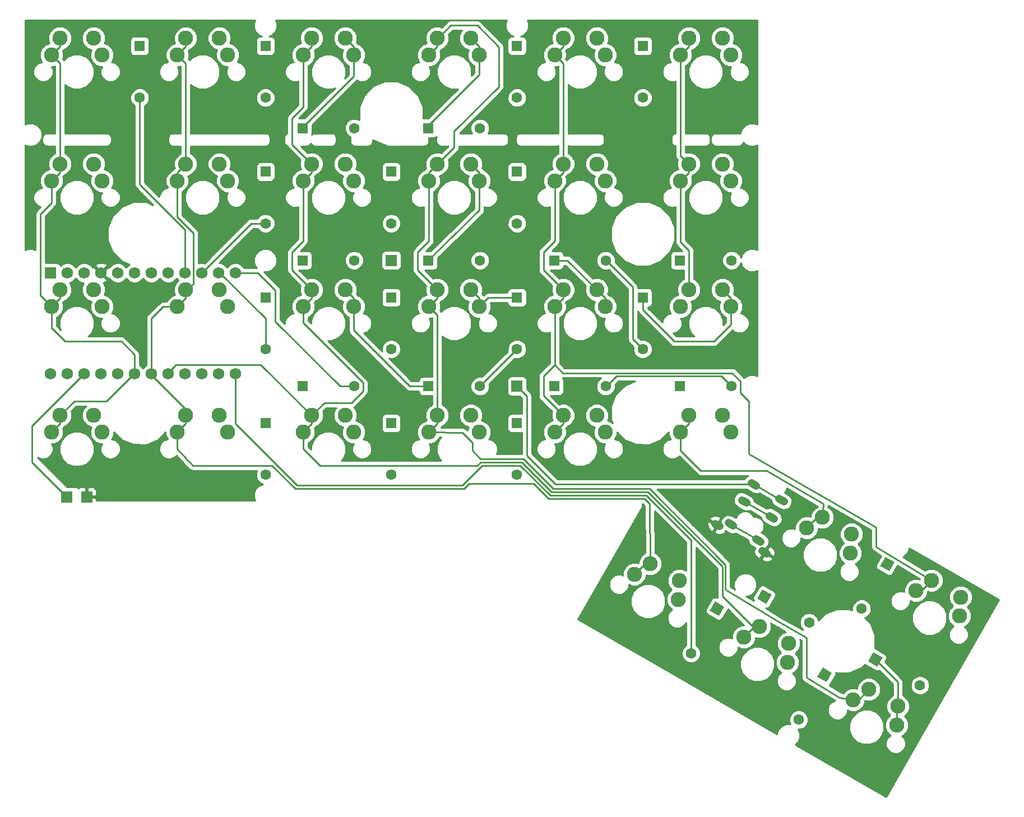
<source format=gbl>
G04 #@! TF.FileFunction,Copper,L2,Bot,Signal*
%FSLAX46Y46*%
G04 Gerber Fmt 4.6, Leading zero omitted, Abs format (unit mm)*
G04 Created by KiCad (PCBNEW 4.0.7) date 2017 December 06, Wednesday 22:25:54*
%MOMM*%
%LPD*%
G01*
G04 APERTURE LIST*
%ADD10C,0.100000*%
%ADD11C,2.286000*%
%ADD12C,1.600000*%
%ADD13R,1.600000X1.600000*%
%ADD14C,1.200000*%
%ADD15R,1.700000X1.700000*%
%ADD16R,1.752600X1.752600*%
%ADD17C,1.752600*%
%ADD18C,0.250000*%
%ADD19C,0.254000*%
G04 APERTURE END LIST*
D10*
D11*
X181460000Y-71920000D03*
X186540000Y-71920000D03*
X187810000Y-74460000D03*
X180190000Y-74460000D03*
D10*
G36*
X211157180Y-112279681D02*
X212542820Y-113079681D01*
X211742820Y-114465321D01*
X210357180Y-113665321D01*
X211157180Y-112279681D01*
X211157180Y-112279681D01*
G37*
D12*
X207550000Y-120127499D03*
D11*
X105460000Y-71920000D03*
X110540000Y-71920000D03*
X111810000Y-74460000D03*
X104190000Y-74460000D03*
X181460000Y-52920000D03*
X186540000Y-52920000D03*
X187810000Y-55460000D03*
X180190000Y-55460000D03*
X105460000Y-52920000D03*
X110540000Y-52920000D03*
X111810000Y-55460000D03*
X104190000Y-55460000D03*
X162460000Y-71920000D03*
X167540000Y-71920000D03*
X168810000Y-74460000D03*
X161190000Y-74460000D03*
X86460000Y-71920000D03*
X91540000Y-71920000D03*
X92810000Y-74460000D03*
X85190000Y-74460000D03*
D13*
X174500000Y-35100000D03*
D12*
X174500000Y-42900000D03*
D13*
X117500000Y-54100000D03*
D12*
X117500000Y-61900000D03*
D13*
X123100000Y-67500000D03*
D12*
X130900000Y-67500000D03*
D13*
X136500000Y-54100000D03*
D12*
X136500000Y-61900000D03*
D13*
X142100000Y-67500000D03*
D12*
X149900000Y-67500000D03*
D13*
X155500000Y-54100000D03*
D12*
X155500000Y-61900000D03*
D13*
X180100000Y-67500000D03*
D12*
X187900000Y-67500000D03*
D13*
X117500000Y-73100000D03*
D12*
X117500000Y-80900000D03*
D13*
X136500000Y-73100000D03*
D12*
X136500000Y-80900000D03*
D13*
X142100000Y-86500000D03*
D12*
X149900000Y-86500000D03*
D13*
X155500000Y-73100000D03*
D12*
X155500000Y-80900000D03*
D13*
X161100000Y-67500000D03*
D12*
X168900000Y-67500000D03*
D13*
X174500000Y-73100000D03*
D12*
X174500000Y-80900000D03*
D13*
X117500000Y-92100000D03*
D12*
X117500000Y-99900000D03*
D13*
X123100000Y-86500000D03*
D12*
X130900000Y-86500000D03*
D13*
X136500000Y-92100000D03*
D12*
X136500000Y-99900000D03*
D13*
X155500000Y-92100000D03*
D12*
X155500000Y-99900000D03*
D13*
X161100000Y-86500000D03*
D12*
X168900000Y-86500000D03*
D10*
G36*
X185407180Y-119029681D02*
X186792820Y-119829681D01*
X185992820Y-121215321D01*
X184607180Y-120415321D01*
X185407180Y-119029681D01*
X185407180Y-119029681D01*
G37*
D12*
X181800000Y-126877499D03*
D10*
G36*
X201657180Y-129029681D02*
X203042820Y-129829681D01*
X202242820Y-131215321D01*
X200857180Y-130415321D01*
X201657180Y-129029681D01*
X201657180Y-129029681D01*
G37*
D12*
X198050000Y-136877499D03*
D10*
G36*
X208529681Y-128092820D02*
X209329681Y-126707180D01*
X210715321Y-127507180D01*
X209915321Y-128892820D01*
X208529681Y-128092820D01*
X208529681Y-128092820D01*
G37*
D12*
X216377499Y-131700000D03*
D10*
G36*
X191779681Y-118592820D02*
X192579681Y-117207180D01*
X193965321Y-118007180D01*
X193165321Y-119392820D01*
X191779681Y-118592820D01*
X191779681Y-118592820D01*
G37*
D12*
X199627499Y-122200000D03*
D14*
X190955930Y-101125369D02*
X191648750Y-101525369D01*
X189455930Y-103723446D02*
X190148750Y-104123446D01*
X187455930Y-107187547D02*
X188148750Y-107587547D01*
X192535095Y-111390175D02*
X193227915Y-111790175D01*
X186126507Y-107690175D02*
X185433687Y-107290175D01*
X192305672Y-109987547D02*
X191612852Y-109587547D01*
X194305672Y-106523446D02*
X193612852Y-106123446D01*
X195805672Y-103925369D02*
X195112852Y-103525369D01*
D11*
X86460000Y-52920000D03*
X91540000Y-52920000D03*
X92810000Y-55460000D03*
X85190000Y-55460000D03*
X124460000Y-52920000D03*
X129540000Y-52920000D03*
X130810000Y-55460000D03*
X123190000Y-55460000D03*
X143460000Y-52920000D03*
X148540000Y-52920000D03*
X149810000Y-55460000D03*
X142190000Y-55460000D03*
X162460000Y-52920000D03*
X167540000Y-52920000D03*
X168810000Y-55460000D03*
X161190000Y-55460000D03*
X124460000Y-71920000D03*
X129540000Y-71920000D03*
X130810000Y-74460000D03*
X123190000Y-74460000D03*
X143460000Y-71920000D03*
X148540000Y-71920000D03*
X149810000Y-74460000D03*
X142190000Y-74460000D03*
X86460000Y-90920000D03*
X91540000Y-90920000D03*
X92810000Y-93460000D03*
X85190000Y-93460000D03*
X105460000Y-90920000D03*
X110540000Y-90920000D03*
X111810000Y-93460000D03*
X104190000Y-93460000D03*
X124460000Y-90920000D03*
X129540000Y-90920000D03*
X130810000Y-93460000D03*
X123190000Y-93460000D03*
X143460000Y-90920000D03*
X148540000Y-90920000D03*
X149810000Y-93460000D03*
X142190000Y-93460000D03*
X162460000Y-90920000D03*
X167540000Y-90920000D03*
X168810000Y-93460000D03*
X161190000Y-93460000D03*
X181460000Y-90920000D03*
X186540000Y-90920000D03*
X187810000Y-93460000D03*
X180190000Y-93460000D03*
X175640295Y-113330591D03*
X180039705Y-115870591D03*
X179869557Y-118705295D03*
X173270443Y-114895295D03*
X192140295Y-122830591D03*
X196539705Y-125370591D03*
X196369557Y-128205295D03*
X189770443Y-124395295D03*
X208640295Y-132330591D03*
X213039705Y-134870591D03*
X212869557Y-137705295D03*
X206270443Y-133895295D03*
X218140295Y-115830591D03*
X222539705Y-118370591D03*
X222369557Y-121205295D03*
X215770443Y-117395295D03*
X201640295Y-106330591D03*
X206039705Y-108870591D03*
X205869557Y-111705295D03*
X199270443Y-107895295D03*
D15*
X155500000Y-86500000D03*
X90500000Y-103250000D03*
X87500000Y-103250000D03*
X136500000Y-67500000D03*
D16*
X85030000Y-69380000D03*
D17*
X87570000Y-69380000D03*
X90110000Y-69380000D03*
X92650000Y-69380000D03*
X95190000Y-69380000D03*
X97730000Y-69380000D03*
X100270000Y-69380000D03*
X102810000Y-69380000D03*
X105350000Y-69380000D03*
X107890000Y-69380000D03*
X110430000Y-69380000D03*
X112970000Y-84620000D03*
X110430000Y-84620000D03*
X107890000Y-84620000D03*
X105350000Y-84620000D03*
X102810000Y-84620000D03*
X100270000Y-84620000D03*
X97730000Y-84620000D03*
X95190000Y-84620000D03*
X92650000Y-84620000D03*
X90110000Y-84620000D03*
X87570000Y-84620000D03*
X112970000Y-69380000D03*
X85030000Y-84620000D03*
D13*
X98500000Y-35100000D03*
D12*
X98500000Y-42900000D03*
D13*
X117500000Y-35100000D03*
D12*
X117500000Y-42900000D03*
D13*
X123100000Y-47500000D03*
D12*
X130900000Y-47500000D03*
D13*
X142100000Y-47500000D03*
D12*
X149900000Y-47500000D03*
D13*
X155500000Y-35100000D03*
D12*
X155500000Y-42900000D03*
D11*
X86460000Y-33920000D03*
X91540000Y-33920000D03*
X92810000Y-36460000D03*
X85190000Y-36460000D03*
X105460000Y-33920000D03*
X110540000Y-33920000D03*
X111810000Y-36460000D03*
X104190000Y-36460000D03*
X124460000Y-33920000D03*
X129540000Y-33920000D03*
X130810000Y-36460000D03*
X123190000Y-36460000D03*
X143460000Y-33920000D03*
X148540000Y-33920000D03*
X149810000Y-36460000D03*
X142190000Y-36460000D03*
X162460000Y-33920000D03*
X167540000Y-33920000D03*
X168810000Y-36460000D03*
X161190000Y-36460000D03*
X181460000Y-33920000D03*
X186540000Y-33920000D03*
X187810000Y-36460000D03*
X180190000Y-36460000D03*
D13*
X180100000Y-86500000D03*
D12*
X187900000Y-86500000D03*
D18*
X130810000Y-36460000D02*
X130810000Y-35190000D01*
X130810000Y-35190000D02*
X129540000Y-33920000D01*
X123100000Y-47500000D02*
X123100000Y-47400000D01*
X123100000Y-47400000D02*
X130810000Y-39690000D01*
X130810000Y-39690000D02*
X130810000Y-35190000D01*
X130810000Y-35190000D02*
X129540000Y-33920000D01*
X149810000Y-36460000D02*
X149810000Y-35190000D01*
X149810000Y-35190000D02*
X148540000Y-33920000D01*
X142100000Y-47500000D02*
X142100000Y-47150000D01*
X142100000Y-47150000D02*
X149810000Y-39440000D01*
X149810000Y-39440000D02*
X149810000Y-36460000D01*
X123100000Y-67250000D02*
X123250000Y-67250000D01*
X149810000Y-55460000D02*
X149810000Y-54190000D01*
X149810000Y-54190000D02*
X148540000Y-52920000D01*
X142100000Y-67500000D02*
X142100000Y-67400000D01*
X142100000Y-67400000D02*
X149810000Y-59940000D01*
X149810000Y-59940000D02*
X149810000Y-55460000D01*
X130810000Y-74460000D02*
X130810000Y-73190000D01*
X130810000Y-73190000D02*
X129540000Y-71920000D01*
X142100000Y-86500000D02*
X139250000Y-86500000D01*
X130810000Y-78060000D02*
X130810000Y-74460000D01*
X139250000Y-86500000D02*
X130810000Y-78060000D01*
X155500000Y-73100000D02*
X151170000Y-73100000D01*
X151170000Y-73100000D02*
X149810000Y-74460000D01*
X149810000Y-74460000D02*
X149810000Y-73190000D01*
X149810000Y-73190000D02*
X148540000Y-71920000D01*
X168810000Y-74460000D02*
X168810000Y-73190000D01*
X168810000Y-73190000D02*
X167540000Y-71920000D01*
X161100000Y-67500000D02*
X163120000Y-67500000D01*
X163120000Y-67500000D02*
X167540000Y-71920000D01*
X187810000Y-74460000D02*
X187810000Y-73190000D01*
X187810000Y-73190000D02*
X186540000Y-71920000D01*
X174500000Y-73100000D02*
X174500000Y-75000000D01*
X187810000Y-77190000D02*
X187810000Y-74460000D01*
X185250000Y-79750000D02*
X187810000Y-77190000D01*
X179250000Y-79750000D02*
X185250000Y-79750000D01*
X174500000Y-75000000D02*
X179250000Y-79750000D01*
X161100000Y-86500000D02*
X161100000Y-86400000D01*
X189802340Y-103923446D02*
X190000000Y-104000000D01*
X190000000Y-104000000D02*
X193959262Y-106323446D01*
X185770272Y-107500000D02*
X185780097Y-107490175D01*
X98500000Y-42900000D02*
X98500000Y-56000000D01*
X105350000Y-62850000D02*
X105350000Y-69380000D01*
X98500000Y-56000000D02*
X105350000Y-62850000D01*
X117500000Y-61900000D02*
X115370000Y-61900000D01*
X115370000Y-61900000D02*
X107890000Y-69380000D01*
X168900000Y-67500000D02*
X169000000Y-67500000D01*
X169000000Y-67500000D02*
X173000000Y-71500000D01*
X173000000Y-79400000D02*
X174500000Y-80900000D01*
X173000000Y-71500000D02*
X173000000Y-79400000D01*
X149900000Y-86500000D02*
X155500000Y-80900000D01*
X110430000Y-69380000D02*
X110630000Y-69380000D01*
X110630000Y-69380000D02*
X117500000Y-76250000D01*
X117500000Y-76250000D02*
X117500000Y-80900000D01*
X130900000Y-86500000D02*
X128750000Y-86500000D01*
X116380000Y-69380000D02*
X112970000Y-69380000D01*
X119000000Y-72000000D02*
X116380000Y-69380000D01*
X119000000Y-76750000D02*
X119000000Y-72000000D01*
X128750000Y-86500000D02*
X119000000Y-76750000D01*
X168900000Y-86500000D02*
X169000000Y-86500000D01*
X169000000Y-86500000D02*
X170500000Y-85000000D01*
X186400000Y-85000000D02*
X187900000Y-86500000D01*
X170500000Y-85000000D02*
X186400000Y-85000000D01*
X97730000Y-84620000D02*
X97630000Y-84620000D01*
X97630000Y-84620000D02*
X93500000Y-88750000D01*
X88630000Y-88750000D02*
X86460000Y-90920000D01*
X93500000Y-88750000D02*
X88630000Y-88750000D01*
X85190000Y-77750000D02*
X85250000Y-77750000D01*
X97730000Y-81730000D02*
X97730000Y-84620000D01*
X95750000Y-79750000D02*
X97730000Y-81730000D01*
X87250000Y-79750000D02*
X95750000Y-79750000D01*
X85250000Y-77750000D02*
X87250000Y-79750000D01*
X85190000Y-55460000D02*
X85190000Y-58810000D01*
X83500000Y-72770000D02*
X85190000Y-74460000D01*
X83500000Y-60500000D02*
X83500000Y-72770000D01*
X85190000Y-58810000D02*
X83500000Y-60500000D01*
X85190000Y-74460000D02*
X85190000Y-77750000D01*
X86460000Y-33920000D02*
X86460000Y-35190000D01*
X86460000Y-35190000D02*
X85190000Y-36460000D01*
X86460000Y-52920000D02*
X86460000Y-37730000D01*
X86460000Y-37730000D02*
X85190000Y-36460000D01*
X86460000Y-90920000D02*
X86460000Y-92190000D01*
X86460000Y-92190000D02*
X85190000Y-93460000D01*
X86460000Y-71920000D02*
X86460000Y-73190000D01*
X86460000Y-73190000D02*
X85190000Y-74460000D01*
X86460000Y-52920000D02*
X86460000Y-54190000D01*
X86460000Y-54190000D02*
X85190000Y-55460000D01*
X105460000Y-90920000D02*
X105460000Y-89960000D01*
X105460000Y-89960000D02*
X100270000Y-84770000D01*
X100270000Y-84770000D02*
X100270000Y-84620000D01*
X106590000Y-63300000D02*
X106550000Y-63300000D01*
X105460000Y-71920000D02*
X106590000Y-71050000D01*
X106590000Y-63300000D02*
X106590000Y-71050000D01*
X104190000Y-60940000D02*
X104190000Y-55460000D01*
X106550000Y-63300000D02*
X104190000Y-60940000D01*
X104190000Y-74460000D02*
X102040000Y-74460000D01*
X100270000Y-76230000D02*
X100270000Y-84620000D01*
X102040000Y-74460000D02*
X100270000Y-76230000D01*
X105460000Y-90920000D02*
X105460000Y-90710000D01*
X104100000Y-74550000D02*
X104190000Y-74460000D01*
X104190000Y-55460000D02*
X104190000Y-54190000D01*
X104190000Y-54190000D02*
X105460000Y-52920000D01*
X175640295Y-113330591D02*
X174835147Y-113330591D01*
X174835147Y-113330591D02*
X173270443Y-114895295D01*
X104190000Y-93460000D02*
X104190000Y-95940000D01*
X175500000Y-104250000D02*
X175640295Y-113330591D01*
X174750000Y-103500000D02*
X175500000Y-104250000D01*
X106500000Y-98500000D02*
X118500000Y-98500000D01*
X118500000Y-98500000D02*
X122000000Y-102000000D01*
X122000000Y-102000000D02*
X147499882Y-101999882D01*
X147499882Y-101999882D02*
X148249882Y-101250119D01*
X148249882Y-101250119D02*
X158001045Y-101256751D01*
X158001045Y-101256751D02*
X160250816Y-103499182D01*
X160250816Y-103499182D02*
X174750000Y-103500000D01*
X104190000Y-95940000D02*
X106500000Y-98500000D01*
X105460000Y-90920000D02*
X105460000Y-92190000D01*
X105460000Y-92190000D02*
X104190000Y-93460000D01*
X105460000Y-71920000D02*
X105460000Y-73190000D01*
X105460000Y-73190000D02*
X104190000Y-74460000D01*
X105460000Y-52920000D02*
X105460000Y-37730000D01*
X105460000Y-37730000D02*
X104190000Y-36460000D01*
X105460000Y-33920000D02*
X105460000Y-35190000D01*
X105460000Y-35190000D02*
X104190000Y-36460000D01*
X102810000Y-84620000D02*
X102810000Y-84440000D01*
X102810000Y-84440000D02*
X104000000Y-83250000D01*
X104000000Y-83250000D02*
X116790000Y-83250000D01*
X116790000Y-83250000D02*
X124460000Y-90920000D01*
X123190000Y-74460000D02*
X123190000Y-76940000D01*
X126380000Y-89000000D02*
X124460000Y-90920000D01*
X130500000Y-89000000D02*
X126380000Y-89000000D01*
X132250000Y-87250000D02*
X130500000Y-89000000D01*
X132250000Y-86000000D02*
X132250000Y-87250000D01*
X123190000Y-76940000D02*
X132250000Y-86000000D01*
X186500000Y-113750000D02*
X186500000Y-118250000D01*
X123190000Y-95940000D02*
X125750000Y-98500000D01*
X125750000Y-98500000D02*
X149500000Y-98500000D01*
X149500000Y-98500000D02*
X150000000Y-98000000D01*
X150000000Y-98000000D02*
X156250000Y-98000000D01*
X156250000Y-98000000D02*
X160750000Y-102500000D01*
X160750000Y-102500000D02*
X175250000Y-102500000D01*
X175250000Y-102500000D02*
X186500000Y-113750000D01*
X123190000Y-93460000D02*
X123190000Y-95940000D01*
X186500000Y-118250000D02*
X191080591Y-122830591D01*
X191080591Y-122830591D02*
X192140295Y-122830591D01*
X123190000Y-36460000D02*
X123190000Y-44310000D01*
X121500000Y-49960000D02*
X124460000Y-52920000D01*
X121500000Y-46000000D02*
X121500000Y-49960000D01*
X123190000Y-44310000D02*
X121500000Y-46000000D01*
X124460000Y-33920000D02*
X124460000Y-35190000D01*
X124460000Y-35190000D02*
X123190000Y-36460000D01*
X123190000Y-55460000D02*
X123190000Y-64560000D01*
X121500000Y-68960000D02*
X124460000Y-71920000D01*
X121500000Y-66250000D02*
X121500000Y-68960000D01*
X123190000Y-64560000D02*
X121500000Y-66250000D01*
X124350000Y-52810000D02*
X124460000Y-52920000D01*
X192140295Y-122830591D02*
X191335147Y-122830591D01*
X191335147Y-122830591D02*
X189770443Y-124395295D01*
X192250000Y-122750000D02*
X192140295Y-122830591D01*
X124460000Y-90920000D02*
X124460000Y-92190000D01*
X124460000Y-92190000D02*
X123190000Y-93460000D01*
X124460000Y-71920000D02*
X124460000Y-73190000D01*
X124460000Y-73190000D02*
X123190000Y-74460000D01*
X124460000Y-52920000D02*
X124460000Y-54190000D01*
X124460000Y-54190000D02*
X123190000Y-55460000D01*
X143460000Y-90920000D02*
X143460000Y-75730000D01*
X143460000Y-75730000D02*
X142190000Y-74460000D01*
X142190000Y-55460000D02*
X142190000Y-64560000D01*
X140500000Y-68960000D02*
X143460000Y-71920000D01*
X140500000Y-66250000D02*
X140500000Y-68960000D01*
X142190000Y-64560000D02*
X140500000Y-66250000D01*
X143460000Y-33920000D02*
X143580000Y-33920000D01*
X143580000Y-33920000D02*
X145500000Y-32000000D01*
X146000000Y-50380000D02*
X143460000Y-52920000D01*
X146000000Y-48000000D02*
X146000000Y-50380000D01*
X152750000Y-41250000D02*
X146000000Y-48000000D01*
X152750000Y-35250000D02*
X152750000Y-41250000D01*
X149500000Y-32000000D02*
X152750000Y-35250000D01*
X145500000Y-32000000D02*
X149500000Y-32000000D01*
X142190000Y-55460000D02*
X142190000Y-54190000D01*
X142190000Y-54190000D02*
X143460000Y-52920000D01*
X206270443Y-133895295D02*
X207075591Y-133895295D01*
X207075591Y-133895295D02*
X208640295Y-132330591D01*
X142190000Y-93460000D02*
X147250000Y-93500000D01*
X204245845Y-133522569D02*
X206270443Y-133895295D01*
X199250000Y-130500000D02*
X204245845Y-133522569D01*
X199250000Y-124500000D02*
X199250000Y-130500000D01*
X195250000Y-122250000D02*
X199250000Y-124500000D01*
X175500000Y-102000000D02*
X187000000Y-113500000D01*
X187000000Y-113500000D02*
X187000000Y-117250000D01*
X187000000Y-117250000D02*
X195250000Y-122250000D01*
X161000000Y-102000000D02*
X175500000Y-102000000D01*
X156500000Y-97500000D02*
X161000000Y-102000000D01*
X148750000Y-95000000D02*
X148750000Y-96250000D01*
X148750000Y-96250000D02*
X150000000Y-97500000D01*
X150000000Y-97500000D02*
X156500000Y-97500000D01*
X147250000Y-93500000D02*
X148750000Y-95000000D01*
X143460000Y-90920000D02*
X143460000Y-92190000D01*
X143460000Y-92190000D02*
X142190000Y-93460000D01*
X143460000Y-71920000D02*
X143460000Y-73190000D01*
X143460000Y-73190000D02*
X142190000Y-74460000D01*
X143460000Y-33920000D02*
X143460000Y-35190000D01*
X143460000Y-35190000D02*
X142190000Y-36460000D01*
X161190000Y-55460000D02*
X161190000Y-64560000D01*
X159500000Y-68960000D02*
X162460000Y-71920000D01*
X159500000Y-66250000D02*
X159500000Y-68960000D01*
X161190000Y-64560000D02*
X159500000Y-66250000D01*
X190500000Y-96750000D02*
X190500000Y-88750000D01*
X190500000Y-96750000D02*
X209750000Y-107802513D01*
X209750000Y-107802513D02*
X209750000Y-110750000D01*
X218000000Y-115750000D02*
X209750000Y-110750000D01*
X162380000Y-84500000D02*
X161190000Y-83310000D01*
X188000000Y-84500000D02*
X162380000Y-84500000D01*
X189250000Y-85750000D02*
X188000000Y-84500000D01*
X189250000Y-87500000D02*
X189250000Y-85750000D01*
X190500000Y-88750000D02*
X189250000Y-87500000D01*
X161190000Y-74460000D02*
X161190000Y-83310000D01*
X159500000Y-87960000D02*
X162460000Y-90920000D01*
X161190000Y-83310000D02*
X159500000Y-85000000D01*
X159500000Y-85000000D02*
X159500000Y-87960000D01*
X162460000Y-52920000D02*
X162460000Y-54190000D01*
X162460000Y-54190000D02*
X161190000Y-55460000D01*
X162460000Y-90920000D02*
X162460000Y-92190000D01*
X162460000Y-92190000D02*
X161190000Y-93460000D01*
X162460000Y-71920000D02*
X162460000Y-73190000D01*
X162460000Y-73190000D02*
X161190000Y-74460000D01*
X162460000Y-52920000D02*
X162460000Y-37730000D01*
X162460000Y-37730000D02*
X161190000Y-36460000D01*
X162460000Y-33920000D02*
X162460000Y-35190000D01*
X162460000Y-35190000D02*
X161190000Y-36460000D01*
X218024676Y-115776783D02*
X218000000Y-115750000D01*
X218007215Y-115713062D02*
X218140295Y-115830591D01*
X218024676Y-115776783D02*
X218007215Y-115713062D01*
X215770443Y-117395295D02*
X216575591Y-117395295D01*
X216575591Y-117395295D02*
X218140295Y-115830591D01*
X180190000Y-55460000D02*
X180190000Y-64690000D01*
X180190000Y-64690000D02*
X181460000Y-65960000D01*
X181460000Y-65960000D02*
X181460000Y-71920000D01*
X180190000Y-36460000D02*
X180190000Y-51650000D01*
X180190000Y-51650000D02*
X181460000Y-52920000D01*
X181460000Y-33920000D02*
X181460000Y-33790000D01*
X180190000Y-93460000D02*
X180190000Y-96190000D01*
X180190000Y-96190000D02*
X183250000Y-99250000D01*
X181460000Y-90920000D02*
X181460000Y-92190000D01*
X181460000Y-92190000D02*
X180190000Y-93460000D01*
X181460000Y-52920000D02*
X181460000Y-54190000D01*
X181460000Y-54190000D02*
X180190000Y-55460000D01*
X181460000Y-33920000D02*
X181460000Y-35190000D01*
X181460000Y-35190000D02*
X180190000Y-36460000D01*
X193250000Y-99250000D02*
X201750000Y-104250000D01*
X183250000Y-99250000D02*
X193250000Y-99250000D01*
X201750000Y-104250000D02*
X201640295Y-106330591D01*
X201640295Y-106330591D02*
X200835147Y-106330591D01*
X200835147Y-106330591D02*
X199270443Y-107895295D01*
X192000000Y-109750000D02*
X187802340Y-107387547D01*
X191302340Y-101325369D02*
X161325369Y-101325369D01*
X157000000Y-88000000D02*
X155500000Y-86500000D01*
X157000000Y-97000000D02*
X157000000Y-88000000D01*
X161325369Y-101325369D02*
X157000000Y-97000000D01*
X195459262Y-103725369D02*
X191302340Y-101325369D01*
X90110000Y-84620000D02*
X90110000Y-84640000D01*
X90110000Y-84640000D02*
X82250000Y-92500000D01*
X82250000Y-92500000D02*
X82250000Y-98000000D01*
X82250000Y-98000000D02*
X87500000Y-103250000D01*
X150250000Y-98500000D02*
X147250000Y-101500000D01*
X181800000Y-109800000D02*
X175000000Y-103000000D01*
X175000000Y-103000000D02*
X160500000Y-103000000D01*
X160500000Y-103000000D02*
X156000000Y-98500000D01*
X156000000Y-98500000D02*
X150250000Y-98500000D01*
X181800000Y-126877499D02*
X181800000Y-109800000D01*
X112970000Y-92170002D02*
X112970000Y-84620000D01*
X122299998Y-101500000D02*
X112970000Y-92170002D01*
X147250000Y-101500000D02*
X122299998Y-101500000D01*
X182250000Y-126427499D02*
X181800000Y-126877499D01*
X213039705Y-134870591D02*
X213039705Y-131217204D01*
X213039705Y-131217204D02*
X209622501Y-127800000D01*
X212869557Y-137705295D02*
X212869557Y-135040739D01*
D19*
G36*
X200966746Y-104671000D02*
X200965986Y-104685411D01*
X200634455Y-104822397D01*
X200133859Y-105322120D01*
X199862604Y-105975373D01*
X199862394Y-106215904D01*
X199625661Y-106117604D01*
X198918329Y-106116987D01*
X198264603Y-106387101D01*
X197764007Y-106886824D01*
X197492752Y-107540077D01*
X197492266Y-108096776D01*
X197197452Y-107974358D01*
X196606324Y-107973842D01*
X196059996Y-108199580D01*
X195641640Y-108617206D01*
X195414949Y-109163139D01*
X195414433Y-109754267D01*
X195640171Y-110300595D01*
X196057797Y-110718951D01*
X196603730Y-110945642D01*
X197194858Y-110946158D01*
X197741186Y-110720420D01*
X198159542Y-110302794D01*
X198386233Y-109756861D01*
X198386498Y-109453439D01*
X198915225Y-109672986D01*
X199622557Y-109673603D01*
X200276283Y-109403489D01*
X200776879Y-108903766D01*
X201048134Y-108250513D01*
X201048344Y-108009982D01*
X201285077Y-108108282D01*
X201992409Y-108108899D01*
X202646135Y-107838785D01*
X203146731Y-107339062D01*
X203417986Y-106685809D01*
X203418603Y-105978477D01*
X203148489Y-105324751D01*
X202648766Y-104824155D01*
X202484381Y-104755896D01*
X202497105Y-104514578D01*
X208990000Y-108242516D01*
X208990000Y-110750000D01*
X209007841Y-110839691D01*
X209011880Y-110931048D01*
X209036500Y-110983770D01*
X209047852Y-111040839D01*
X209098659Y-111116877D01*
X209137351Y-111199733D01*
X209180271Y-111239018D01*
X209212599Y-111287401D01*
X209288636Y-111338207D01*
X209356091Y-111399950D01*
X210512764Y-112100964D01*
X209796481Y-113341601D01*
X209717168Y-113567530D01*
X209729546Y-113824235D01*
X209840821Y-114055900D01*
X210033460Y-114226020D01*
X211419100Y-115026020D01*
X211645029Y-115105333D01*
X211901734Y-115092955D01*
X212133399Y-114981680D01*
X212303519Y-114789041D01*
X212989017Y-113601724D01*
X216362455Y-115646232D01*
X216362394Y-115715904D01*
X216125661Y-115617604D01*
X215418329Y-115616987D01*
X214764603Y-115887101D01*
X214264007Y-116386824D01*
X213992752Y-117040077D01*
X213992266Y-117596776D01*
X213697452Y-117474358D01*
X213106324Y-117473842D01*
X212559996Y-117699580D01*
X212141640Y-118117206D01*
X211914949Y-118663139D01*
X211914433Y-119254267D01*
X212140171Y-119800595D01*
X212557797Y-120218951D01*
X213103730Y-120445642D01*
X213694858Y-120446158D01*
X214241186Y-120220420D01*
X214659542Y-119802794D01*
X214886233Y-119256861D01*
X214886498Y-118953439D01*
X215415225Y-119172986D01*
X216122557Y-119173603D01*
X216776283Y-118903489D01*
X217276879Y-118403766D01*
X217548134Y-117750513D01*
X217548344Y-117509982D01*
X217785077Y-117608282D01*
X218492409Y-117608899D01*
X219146135Y-117338785D01*
X219646731Y-116839062D01*
X219917986Y-116185809D01*
X219918603Y-115478477D01*
X219648489Y-114824751D01*
X219148766Y-114324155D01*
X218495513Y-114052900D01*
X217788181Y-114052283D01*
X217134455Y-114322397D01*
X217125512Y-114331324D01*
X213781219Y-112304480D01*
X213981515Y-112221719D01*
X214470004Y-111734082D01*
X214734699Y-111096627D01*
X214734847Y-110927034D01*
X228282554Y-118760742D01*
X211237533Y-148529512D01*
X197554265Y-140649096D01*
X197970004Y-140234082D01*
X198234699Y-139596627D01*
X198235301Y-138906401D01*
X198075902Y-138520626D01*
X205670645Y-138520626D01*
X206070028Y-139487207D01*
X206808904Y-140227373D01*
X207774785Y-140628442D01*
X208820626Y-140629355D01*
X209787207Y-140229972D01*
X210527373Y-139491096D01*
X210928442Y-138525215D01*
X210929355Y-137479374D01*
X210529972Y-136512793D01*
X209791096Y-135772627D01*
X208825215Y-135371558D01*
X207779374Y-135370645D01*
X206812793Y-135770028D01*
X206072627Y-136508904D01*
X205671558Y-137474785D01*
X205670645Y-138520626D01*
X198075902Y-138520626D01*
X197989884Y-138312447D01*
X198334187Y-138312747D01*
X198861800Y-138094742D01*
X199265824Y-137691422D01*
X199484750Y-137164190D01*
X199485248Y-136593312D01*
X199267243Y-136065699D01*
X198863923Y-135661675D01*
X198336691Y-135442749D01*
X197765813Y-135442251D01*
X197238200Y-135660256D01*
X196834176Y-136063576D01*
X196615250Y-136590808D01*
X196614752Y-137161686D01*
X196760832Y-137515226D01*
X196156401Y-137514699D01*
X195518485Y-137778281D01*
X195029996Y-138265918D01*
X194765301Y-138903373D01*
X194765179Y-139042816D01*
X177363013Y-129020626D01*
X189170645Y-129020626D01*
X189570028Y-129987207D01*
X190308904Y-130727373D01*
X191274785Y-131128442D01*
X192320626Y-131129355D01*
X193287207Y-130729972D01*
X194027373Y-129991096D01*
X194428442Y-129025215D01*
X194429355Y-127979374D01*
X194029972Y-127012793D01*
X193291096Y-126272627D01*
X192325215Y-125871558D01*
X191279374Y-125870645D01*
X190312793Y-126270028D01*
X189572627Y-127008904D01*
X189171558Y-127974785D01*
X189170645Y-129020626D01*
X177363013Y-129020626D01*
X164717524Y-121737884D01*
X165984528Y-119520626D01*
X172670645Y-119520626D01*
X173070028Y-120487207D01*
X173808904Y-121227373D01*
X174774785Y-121628442D01*
X175820626Y-121629355D01*
X176787207Y-121229972D01*
X177527373Y-120491096D01*
X177928442Y-119525215D01*
X177929355Y-118479374D01*
X177529972Y-117512793D01*
X176791096Y-116772627D01*
X175825215Y-116371558D01*
X174779374Y-116370645D01*
X173812793Y-116770028D01*
X173072627Y-117508904D01*
X172671558Y-118474785D01*
X172670645Y-119520626D01*
X165984528Y-119520626D01*
X174366452Y-104852259D01*
X174380809Y-104809337D01*
X174405954Y-104771705D01*
X174424376Y-104679090D01*
X174454331Y-104589539D01*
X174451170Y-104544391D01*
X174460000Y-104500000D01*
X174441577Y-104407383D01*
X174434982Y-104313187D01*
X174414784Y-104272685D01*
X174412257Y-104259981D01*
X174435180Y-104259982D01*
X174744848Y-104569650D01*
X174855492Y-111731066D01*
X174634455Y-111822397D01*
X174133859Y-112322120D01*
X173862604Y-112975373D01*
X173862394Y-113215904D01*
X173625661Y-113117604D01*
X172918329Y-113116987D01*
X172264603Y-113387101D01*
X171764007Y-113886824D01*
X171492752Y-114540077D01*
X171492266Y-115096776D01*
X171197452Y-114974358D01*
X170606324Y-114973842D01*
X170059996Y-115199580D01*
X169641640Y-115617206D01*
X169414949Y-116163139D01*
X169414433Y-116754267D01*
X169640171Y-117300595D01*
X170057797Y-117718951D01*
X170603730Y-117945642D01*
X171194858Y-117946158D01*
X171741186Y-117720420D01*
X172159542Y-117302794D01*
X172386233Y-116756861D01*
X172386498Y-116453439D01*
X172915225Y-116672986D01*
X173622557Y-116673603D01*
X174276283Y-116403489D01*
X174776879Y-115903766D01*
X175048134Y-115250513D01*
X175048344Y-115009982D01*
X175285077Y-115108282D01*
X175992409Y-115108899D01*
X176646135Y-114838785D01*
X177146731Y-114339062D01*
X177417986Y-113685809D01*
X177418603Y-112978477D01*
X177148489Y-112324751D01*
X176648766Y-111824155D01*
X176375357Y-111710625D01*
X176277115Y-105351917D01*
X181040000Y-110114802D01*
X181040000Y-114360760D01*
X180394923Y-114092900D01*
X179687591Y-114092283D01*
X179033865Y-114362397D01*
X178533269Y-114862120D01*
X178262014Y-115515373D01*
X178261397Y-116222705D01*
X178531511Y-116876431D01*
X178857659Y-117203149D01*
X178363121Y-117696824D01*
X178091866Y-118350077D01*
X178091249Y-119057409D01*
X178361363Y-119711135D01*
X178861086Y-120211731D01*
X178941854Y-120245269D01*
X178858814Y-120279580D01*
X178440458Y-120697206D01*
X178213767Y-121243139D01*
X178213251Y-121834267D01*
X178438989Y-122380595D01*
X178856615Y-122798951D01*
X179402548Y-123025642D01*
X179993676Y-123026158D01*
X180540004Y-122800420D01*
X180958360Y-122382794D01*
X181040000Y-122186183D01*
X181040000Y-125638853D01*
X180988200Y-125660256D01*
X180584176Y-126063576D01*
X180365250Y-126590808D01*
X180364752Y-127161686D01*
X180582757Y-127689299D01*
X180986077Y-128093323D01*
X181513309Y-128312249D01*
X182084187Y-128312747D01*
X182611800Y-128094742D01*
X183015824Y-127691422D01*
X183234750Y-127164190D01*
X183235248Y-126593312D01*
X183017243Y-126065699D01*
X182613923Y-125661675D01*
X182560000Y-125639284D01*
X182560000Y-110884802D01*
X185740000Y-114064802D01*
X185740000Y-118250000D01*
X185790391Y-118503329D01*
X185730900Y-118468982D01*
X185504971Y-118389669D01*
X185248266Y-118402047D01*
X185016601Y-118513322D01*
X184846481Y-118705961D01*
X184046481Y-120091601D01*
X183967168Y-120317530D01*
X183979546Y-120574235D01*
X184090821Y-120805900D01*
X184283460Y-120976020D01*
X185669100Y-121776020D01*
X185895029Y-121855333D01*
X186151734Y-121842955D01*
X186383399Y-121731680D01*
X186553519Y-121539041D01*
X187344398Y-120169200D01*
X189792511Y-122617313D01*
X189418329Y-122616987D01*
X188764603Y-122887101D01*
X188264007Y-123386824D01*
X187992752Y-124040077D01*
X187992266Y-124596776D01*
X187697452Y-124474358D01*
X187106324Y-124473842D01*
X186559996Y-124699580D01*
X186141640Y-125117206D01*
X185914949Y-125663139D01*
X185914433Y-126254267D01*
X186140171Y-126800595D01*
X186557797Y-127218951D01*
X187103730Y-127445642D01*
X187694858Y-127446158D01*
X188241186Y-127220420D01*
X188659542Y-126802794D01*
X188886233Y-126256861D01*
X188886498Y-125953439D01*
X189415225Y-126172986D01*
X190122557Y-126173603D01*
X190776283Y-125903489D01*
X191276879Y-125403766D01*
X191548134Y-124750513D01*
X191548344Y-124509982D01*
X191785077Y-124608282D01*
X192492409Y-124608899D01*
X193146135Y-124338785D01*
X193646731Y-123839062D01*
X193917986Y-123185809D01*
X193918603Y-122478477D01*
X193837737Y-122282767D01*
X194856091Y-122899951D01*
X194867880Y-122904235D01*
X194877401Y-122912397D01*
X196129073Y-123616462D01*
X195533865Y-123862397D01*
X195033269Y-124362120D01*
X194762014Y-125015373D01*
X194761397Y-125722705D01*
X195031511Y-126376431D01*
X195357659Y-126703149D01*
X194863121Y-127196824D01*
X194591866Y-127850077D01*
X194591249Y-128557409D01*
X194861363Y-129211135D01*
X195361086Y-129711731D01*
X195441854Y-129745269D01*
X195358814Y-129779580D01*
X194940458Y-130197206D01*
X194713767Y-130743139D01*
X194713251Y-131334267D01*
X194938989Y-131880595D01*
X195356615Y-132298951D01*
X195902548Y-132525642D01*
X196493676Y-132526158D01*
X197040004Y-132300420D01*
X197458360Y-131882794D01*
X197685051Y-131336861D01*
X197685567Y-130745733D01*
X197459829Y-130199405D01*
X197091755Y-129830687D01*
X197375397Y-129713489D01*
X197875993Y-129213766D01*
X198147248Y-128560513D01*
X198147865Y-127853181D01*
X197877751Y-127199455D01*
X197551603Y-126872737D01*
X198046141Y-126379062D01*
X198317396Y-125725809D01*
X198318013Y-125018477D01*
X198226105Y-124796043D01*
X198490000Y-124944483D01*
X198490000Y-130500000D01*
X198507896Y-130589969D01*
X198512018Y-130681612D01*
X198536557Y-130734056D01*
X198547852Y-130790839D01*
X198598815Y-130867111D01*
X198637694Y-130950201D01*
X198680433Y-130989261D01*
X198712599Y-131037401D01*
X198788871Y-131088364D01*
X198856587Y-131150251D01*
X203557141Y-133994164D01*
X203059996Y-134199580D01*
X202641640Y-134617206D01*
X202414949Y-135163139D01*
X202414433Y-135754267D01*
X202640171Y-136300595D01*
X203057797Y-136718951D01*
X203603730Y-136945642D01*
X204194858Y-136946158D01*
X204741186Y-136720420D01*
X205159542Y-136302794D01*
X205386233Y-135756861D01*
X205386498Y-135453439D01*
X205915225Y-135672986D01*
X206622557Y-135673603D01*
X207276283Y-135403489D01*
X207776879Y-134903766D01*
X208048134Y-134250513D01*
X208048344Y-134009982D01*
X208285077Y-134108282D01*
X208992409Y-134108899D01*
X209646135Y-133838785D01*
X210146731Y-133339062D01*
X210417986Y-132685809D01*
X210418603Y-131978477D01*
X210148489Y-131324751D01*
X209648766Y-130824155D01*
X208995513Y-130552900D01*
X208288181Y-130552283D01*
X207634455Y-130822397D01*
X207133859Y-131322120D01*
X206862604Y-131975373D01*
X206862394Y-132215904D01*
X206625661Y-132117604D01*
X205918329Y-132116987D01*
X205264603Y-132387101D01*
X204799219Y-132851673D01*
X204520246Y-132800314D01*
X202675381Y-131684140D01*
X202803519Y-131539041D01*
X203603519Y-130153401D01*
X203682832Y-129927472D01*
X203676173Y-129789369D01*
X203784040Y-129834159D01*
X205707522Y-129835837D01*
X207485229Y-129101303D01*
X208061549Y-128525988D01*
X208205961Y-128653519D01*
X209591601Y-129453519D01*
X209817530Y-129532832D01*
X210074235Y-129520454D01*
X210205232Y-129457533D01*
X212279705Y-131532006D01*
X212279705Y-133260818D01*
X212033865Y-133362397D01*
X211533269Y-133862120D01*
X211262014Y-134515373D01*
X211261397Y-135222705D01*
X211531511Y-135876431D01*
X211857659Y-136203149D01*
X211363121Y-136696824D01*
X211091866Y-137350077D01*
X211091249Y-138057409D01*
X211361363Y-138711135D01*
X211861086Y-139211731D01*
X211941854Y-139245269D01*
X211858814Y-139279580D01*
X211440458Y-139697206D01*
X211213767Y-140243139D01*
X211213251Y-140834267D01*
X211438989Y-141380595D01*
X211856615Y-141798951D01*
X212402548Y-142025642D01*
X212993676Y-142026158D01*
X213540004Y-141800420D01*
X213958360Y-141382794D01*
X214185051Y-140836861D01*
X214185567Y-140245733D01*
X213959829Y-139699405D01*
X213591755Y-139330687D01*
X213875397Y-139213489D01*
X214375993Y-138713766D01*
X214647248Y-138060513D01*
X214647865Y-137353181D01*
X214377751Y-136699455D01*
X214051603Y-136372737D01*
X214546141Y-135879062D01*
X214817396Y-135225809D01*
X214818013Y-134518477D01*
X214547899Y-133864751D01*
X214048176Y-133364155D01*
X213799705Y-133260981D01*
X213799705Y-131984187D01*
X214942251Y-131984187D01*
X215160256Y-132511800D01*
X215563576Y-132915824D01*
X216090808Y-133134750D01*
X216661686Y-133135248D01*
X217189299Y-132917243D01*
X217593323Y-132513923D01*
X217812249Y-131986691D01*
X217812747Y-131415813D01*
X217594742Y-130888200D01*
X217191422Y-130484176D01*
X216664190Y-130265250D01*
X216093312Y-130264752D01*
X215565699Y-130482757D01*
X215161675Y-130886077D01*
X214942749Y-131413309D01*
X214942251Y-131984187D01*
X213799705Y-131984187D01*
X213799705Y-131217204D01*
X213751730Y-130976020D01*
X213741853Y-130926364D01*
X213577106Y-130679803D01*
X211075505Y-128178202D01*
X211276020Y-127830900D01*
X211355333Y-127604971D01*
X211342955Y-127348266D01*
X211231680Y-127116601D01*
X211039041Y-126946481D01*
X209653401Y-126146481D01*
X209527546Y-126102299D01*
X209584159Y-125965960D01*
X209585837Y-124042478D01*
X208851303Y-122264771D01*
X208607584Y-122020626D01*
X215170645Y-122020626D01*
X215570028Y-122987207D01*
X216308904Y-123727373D01*
X217274785Y-124128442D01*
X218320626Y-124129355D01*
X219287207Y-123729972D01*
X220027373Y-122991096D01*
X220428442Y-122025215D01*
X220428850Y-121557409D01*
X220591249Y-121557409D01*
X220861363Y-122211135D01*
X221361086Y-122711731D01*
X221441854Y-122745269D01*
X221358814Y-122779580D01*
X220940458Y-123197206D01*
X220713767Y-123743139D01*
X220713251Y-124334267D01*
X220938989Y-124880595D01*
X221356615Y-125298951D01*
X221902548Y-125525642D01*
X222493676Y-125526158D01*
X223040004Y-125300420D01*
X223458360Y-124882794D01*
X223685051Y-124336861D01*
X223685567Y-123745733D01*
X223459829Y-123199405D01*
X223091755Y-122830687D01*
X223375397Y-122713489D01*
X223875993Y-122213766D01*
X224147248Y-121560513D01*
X224147865Y-120853181D01*
X223877751Y-120199455D01*
X223551603Y-119872737D01*
X224046141Y-119379062D01*
X224317396Y-118725809D01*
X224318013Y-118018477D01*
X224047899Y-117364751D01*
X223548176Y-116864155D01*
X222894923Y-116592900D01*
X222187591Y-116592283D01*
X221533865Y-116862397D01*
X221033269Y-117362120D01*
X220762014Y-118015373D01*
X220761397Y-118722705D01*
X221031511Y-119376431D01*
X221357659Y-119703149D01*
X220863121Y-120196824D01*
X220591866Y-120850077D01*
X220591249Y-121557409D01*
X220428850Y-121557409D01*
X220429355Y-120979374D01*
X220029972Y-120012793D01*
X219291096Y-119272627D01*
X218325215Y-118871558D01*
X217279374Y-118870645D01*
X216312793Y-119270028D01*
X215572627Y-120008904D01*
X215171558Y-120974785D01*
X215170645Y-122020626D01*
X208607584Y-122020626D01*
X208058132Y-121470215D01*
X208361800Y-121344742D01*
X208765824Y-120941422D01*
X208984750Y-120414190D01*
X208985248Y-119843312D01*
X208767243Y-119315699D01*
X208363923Y-118911675D01*
X207836691Y-118692749D01*
X207265813Y-118692251D01*
X206738200Y-118910256D01*
X206334176Y-119313576D01*
X206115250Y-119840808D01*
X206114822Y-120331463D01*
X205715960Y-120165841D01*
X203792478Y-120164163D01*
X202014771Y-120898697D01*
X201043220Y-121868554D01*
X200844742Y-121388200D01*
X200441422Y-120984176D01*
X199914190Y-120765250D01*
X199343312Y-120764752D01*
X198815699Y-120982757D01*
X198411675Y-121386077D01*
X198192749Y-121913309D01*
X198192251Y-122484187D01*
X198410256Y-123011800D01*
X198737772Y-123339888D01*
X195633360Y-121593656D01*
X193044881Y-120024881D01*
X193067530Y-120032832D01*
X193324235Y-120020454D01*
X193555900Y-119909179D01*
X193726020Y-119716540D01*
X194526020Y-118330900D01*
X194605333Y-118104971D01*
X194592955Y-117848266D01*
X194481680Y-117616601D01*
X194289041Y-117446481D01*
X192903401Y-116646481D01*
X192677472Y-116567168D01*
X192420767Y-116579546D01*
X192189102Y-116690821D01*
X192018982Y-116883460D01*
X191218982Y-118269100D01*
X191139669Y-118495029D01*
X191152047Y-118751734D01*
X191237404Y-118929441D01*
X190091711Y-118235081D01*
X190343599Y-118235301D01*
X190981515Y-117971719D01*
X191470004Y-117484082D01*
X191734699Y-116846627D01*
X191735301Y-116156401D01*
X191471719Y-115518485D01*
X190984082Y-115029996D01*
X190346627Y-114765301D01*
X189656401Y-114764699D01*
X189018485Y-115028281D01*
X188529996Y-115515918D01*
X188265301Y-116153373D01*
X188264699Y-116843599D01*
X188421360Y-117222748D01*
X187760000Y-116821923D01*
X187760000Y-113500000D01*
X187702148Y-113209161D01*
X187537401Y-112962599D01*
X187298018Y-112723216D01*
X192373990Y-112723216D01*
X192720400Y-112923216D01*
X193192629Y-113031186D01*
X193670230Y-112950223D01*
X194080492Y-112692653D01*
X194102679Y-112661963D01*
X194094777Y-112520626D01*
X198670645Y-112520626D01*
X199070028Y-113487207D01*
X199808904Y-114227373D01*
X200774785Y-114628442D01*
X201820626Y-114629355D01*
X202787207Y-114229972D01*
X203527373Y-113491096D01*
X203928442Y-112525215D01*
X203928850Y-112057409D01*
X204091249Y-112057409D01*
X204361363Y-112711135D01*
X204861086Y-113211731D01*
X204941854Y-113245269D01*
X204858814Y-113279580D01*
X204440458Y-113697206D01*
X204213767Y-114243139D01*
X204213251Y-114834267D01*
X204438989Y-115380595D01*
X204856615Y-115798951D01*
X205402548Y-116025642D01*
X205993676Y-116026158D01*
X206540004Y-115800420D01*
X206958360Y-115382794D01*
X207185051Y-114836861D01*
X207185567Y-114245733D01*
X206959829Y-113699405D01*
X206591755Y-113330687D01*
X206875397Y-113213489D01*
X207375993Y-112713766D01*
X207647248Y-112060513D01*
X207647865Y-111353181D01*
X207377751Y-110699455D01*
X207051603Y-110372737D01*
X207546141Y-109879062D01*
X207817396Y-109225809D01*
X207818013Y-108518477D01*
X207547899Y-107864751D01*
X207048176Y-107364155D01*
X206394923Y-107092900D01*
X205687591Y-107092283D01*
X205033865Y-107362397D01*
X204533269Y-107862120D01*
X204262014Y-108515373D01*
X204261397Y-109222705D01*
X204531511Y-109876431D01*
X204857659Y-110203149D01*
X204363121Y-110696824D01*
X204091866Y-111350077D01*
X204091249Y-112057409D01*
X203928850Y-112057409D01*
X203929355Y-111479374D01*
X203529972Y-110512793D01*
X202791096Y-109772627D01*
X201825215Y-109371558D01*
X200779374Y-109370645D01*
X199812793Y-109770028D01*
X199072627Y-110508904D01*
X198671558Y-111474785D01*
X198670645Y-112520626D01*
X194094777Y-112520626D01*
X194089963Y-112434526D01*
X192927990Y-111763660D01*
X192373990Y-112723216D01*
X187298018Y-112723216D01*
X183198018Y-108623216D01*
X185272582Y-108623216D01*
X185618992Y-108823216D01*
X186091221Y-108931186D01*
X186568822Y-108850223D01*
X186979084Y-108592653D01*
X187001271Y-108561963D01*
X186989089Y-108344072D01*
X187558992Y-108673105D01*
X188015292Y-108827997D01*
X188496133Y-108796482D01*
X188634747Y-108728125D01*
X190380355Y-109710557D01*
X190392193Y-109891173D01*
X190605320Y-110323352D01*
X190967611Y-110641073D01*
X191537513Y-110970106D01*
X191342722Y-111068501D01*
X191327237Y-111103061D01*
X191309306Y-111587143D01*
X191477991Y-112041239D01*
X191807610Y-112396216D01*
X192154020Y-112596216D01*
X192708020Y-111636660D01*
X192690699Y-111626660D01*
X192738601Y-111543690D01*
X193054990Y-111543690D01*
X194216963Y-112214555D01*
X194420288Y-112111849D01*
X194435773Y-112077289D01*
X194453704Y-111593207D01*
X194285019Y-111139111D01*
X193955400Y-110784134D01*
X193608990Y-110584134D01*
X193054990Y-111543690D01*
X192738601Y-111543690D01*
X192817699Y-111406690D01*
X192835020Y-111416690D01*
X193085196Y-110983373D01*
X193085234Y-110983354D01*
X193402955Y-110621063D01*
X193557848Y-110164763D01*
X193526332Y-109683921D01*
X193313204Y-109251743D01*
X192950913Y-108934022D01*
X192391477Y-108611031D01*
X192590384Y-108412471D01*
X192801682Y-107903609D01*
X192802163Y-107352622D01*
X192591754Y-106843392D01*
X192202487Y-106453446D01*
X191693625Y-106242148D01*
X191222125Y-106241736D01*
X191119511Y-105993392D01*
X190730244Y-105603446D01*
X190221382Y-105392148D01*
X189670395Y-105391667D01*
X189161165Y-105602076D01*
X188771219Y-105991343D01*
X188593858Y-106418475D01*
X188045689Y-106101989D01*
X187589388Y-105947097D01*
X187108547Y-105978613D01*
X186676368Y-106191740D01*
X186358647Y-106554031D01*
X186203755Y-107010332D01*
X186203758Y-107010373D01*
X185953582Y-107443690D01*
X185970903Y-107453690D01*
X185843903Y-107673660D01*
X185826582Y-107663660D01*
X185272582Y-108623216D01*
X183198018Y-108623216D01*
X182061945Y-107487143D01*
X184207898Y-107487143D01*
X184376583Y-107941239D01*
X184706202Y-108296216D01*
X185052612Y-108496216D01*
X185606612Y-107536660D01*
X184444639Y-106865795D01*
X184241314Y-106968501D01*
X184225829Y-107003061D01*
X184207898Y-107487143D01*
X182061945Y-107487143D01*
X180993189Y-106418387D01*
X184558923Y-106418387D01*
X184571639Y-106645824D01*
X185733612Y-107316690D01*
X186287612Y-106357134D01*
X185941202Y-106157134D01*
X185468973Y-106049164D01*
X184991372Y-106130127D01*
X184581110Y-106387697D01*
X184558923Y-106418387D01*
X180993189Y-106418387D01*
X178121033Y-103546231D01*
X188203755Y-103546231D01*
X188235271Y-104027072D01*
X188448398Y-104459251D01*
X188810689Y-104776972D01*
X189558992Y-105209004D01*
X190015292Y-105363896D01*
X190496133Y-105332381D01*
X190644312Y-105259307D01*
X192382511Y-106279348D01*
X192392193Y-106427072D01*
X192605320Y-106859251D01*
X192967611Y-107176972D01*
X193715914Y-107609004D01*
X194172214Y-107763896D01*
X194653055Y-107732381D01*
X195085234Y-107519253D01*
X195402955Y-107156962D01*
X195557848Y-106700662D01*
X195526332Y-106219820D01*
X195313204Y-105787642D01*
X194950913Y-105469921D01*
X194202611Y-105037888D01*
X193746310Y-104882996D01*
X193265469Y-104914512D01*
X193153810Y-104969576D01*
X191376404Y-103926526D01*
X191369410Y-103819820D01*
X191156282Y-103387642D01*
X190793991Y-103069921D01*
X190045689Y-102637888D01*
X189589388Y-102482996D01*
X189108547Y-102514512D01*
X188676368Y-102727639D01*
X188358647Y-103089930D01*
X188203755Y-103546231D01*
X178121033Y-103546231D01*
X176660171Y-102085369D01*
X190204043Y-102085369D01*
X190310689Y-102178895D01*
X191058992Y-102610927D01*
X191515292Y-102765819D01*
X191996133Y-102734304D01*
X192118320Y-102674048D01*
X193883283Y-103693049D01*
X193892193Y-103828995D01*
X194105320Y-104261174D01*
X194467611Y-104578895D01*
X195215914Y-105010927D01*
X195672214Y-105165819D01*
X196153055Y-105134304D01*
X196585234Y-104921176D01*
X196902955Y-104558885D01*
X197057848Y-104102585D01*
X197026332Y-103621743D01*
X196813204Y-103189565D01*
X196450913Y-102871844D01*
X195891477Y-102548853D01*
X196090384Y-102350293D01*
X196273177Y-101910078D01*
X200966746Y-104671000D01*
X200966746Y-104671000D01*
G37*
X200966746Y-104671000D02*
X200965986Y-104685411D01*
X200634455Y-104822397D01*
X200133859Y-105322120D01*
X199862604Y-105975373D01*
X199862394Y-106215904D01*
X199625661Y-106117604D01*
X198918329Y-106116987D01*
X198264603Y-106387101D01*
X197764007Y-106886824D01*
X197492752Y-107540077D01*
X197492266Y-108096776D01*
X197197452Y-107974358D01*
X196606324Y-107973842D01*
X196059996Y-108199580D01*
X195641640Y-108617206D01*
X195414949Y-109163139D01*
X195414433Y-109754267D01*
X195640171Y-110300595D01*
X196057797Y-110718951D01*
X196603730Y-110945642D01*
X197194858Y-110946158D01*
X197741186Y-110720420D01*
X198159542Y-110302794D01*
X198386233Y-109756861D01*
X198386498Y-109453439D01*
X198915225Y-109672986D01*
X199622557Y-109673603D01*
X200276283Y-109403489D01*
X200776879Y-108903766D01*
X201048134Y-108250513D01*
X201048344Y-108009982D01*
X201285077Y-108108282D01*
X201992409Y-108108899D01*
X202646135Y-107838785D01*
X203146731Y-107339062D01*
X203417986Y-106685809D01*
X203418603Y-105978477D01*
X203148489Y-105324751D01*
X202648766Y-104824155D01*
X202484381Y-104755896D01*
X202497105Y-104514578D01*
X208990000Y-108242516D01*
X208990000Y-110750000D01*
X209007841Y-110839691D01*
X209011880Y-110931048D01*
X209036500Y-110983770D01*
X209047852Y-111040839D01*
X209098659Y-111116877D01*
X209137351Y-111199733D01*
X209180271Y-111239018D01*
X209212599Y-111287401D01*
X209288636Y-111338207D01*
X209356091Y-111399950D01*
X210512764Y-112100964D01*
X209796481Y-113341601D01*
X209717168Y-113567530D01*
X209729546Y-113824235D01*
X209840821Y-114055900D01*
X210033460Y-114226020D01*
X211419100Y-115026020D01*
X211645029Y-115105333D01*
X211901734Y-115092955D01*
X212133399Y-114981680D01*
X212303519Y-114789041D01*
X212989017Y-113601724D01*
X216362455Y-115646232D01*
X216362394Y-115715904D01*
X216125661Y-115617604D01*
X215418329Y-115616987D01*
X214764603Y-115887101D01*
X214264007Y-116386824D01*
X213992752Y-117040077D01*
X213992266Y-117596776D01*
X213697452Y-117474358D01*
X213106324Y-117473842D01*
X212559996Y-117699580D01*
X212141640Y-118117206D01*
X211914949Y-118663139D01*
X211914433Y-119254267D01*
X212140171Y-119800595D01*
X212557797Y-120218951D01*
X213103730Y-120445642D01*
X213694858Y-120446158D01*
X214241186Y-120220420D01*
X214659542Y-119802794D01*
X214886233Y-119256861D01*
X214886498Y-118953439D01*
X215415225Y-119172986D01*
X216122557Y-119173603D01*
X216776283Y-118903489D01*
X217276879Y-118403766D01*
X217548134Y-117750513D01*
X217548344Y-117509982D01*
X217785077Y-117608282D01*
X218492409Y-117608899D01*
X219146135Y-117338785D01*
X219646731Y-116839062D01*
X219917986Y-116185809D01*
X219918603Y-115478477D01*
X219648489Y-114824751D01*
X219148766Y-114324155D01*
X218495513Y-114052900D01*
X217788181Y-114052283D01*
X217134455Y-114322397D01*
X217125512Y-114331324D01*
X213781219Y-112304480D01*
X213981515Y-112221719D01*
X214470004Y-111734082D01*
X214734699Y-111096627D01*
X214734847Y-110927034D01*
X228282554Y-118760742D01*
X211237533Y-148529512D01*
X197554265Y-140649096D01*
X197970004Y-140234082D01*
X198234699Y-139596627D01*
X198235301Y-138906401D01*
X198075902Y-138520626D01*
X205670645Y-138520626D01*
X206070028Y-139487207D01*
X206808904Y-140227373D01*
X207774785Y-140628442D01*
X208820626Y-140629355D01*
X209787207Y-140229972D01*
X210527373Y-139491096D01*
X210928442Y-138525215D01*
X210929355Y-137479374D01*
X210529972Y-136512793D01*
X209791096Y-135772627D01*
X208825215Y-135371558D01*
X207779374Y-135370645D01*
X206812793Y-135770028D01*
X206072627Y-136508904D01*
X205671558Y-137474785D01*
X205670645Y-138520626D01*
X198075902Y-138520626D01*
X197989884Y-138312447D01*
X198334187Y-138312747D01*
X198861800Y-138094742D01*
X199265824Y-137691422D01*
X199484750Y-137164190D01*
X199485248Y-136593312D01*
X199267243Y-136065699D01*
X198863923Y-135661675D01*
X198336691Y-135442749D01*
X197765813Y-135442251D01*
X197238200Y-135660256D01*
X196834176Y-136063576D01*
X196615250Y-136590808D01*
X196614752Y-137161686D01*
X196760832Y-137515226D01*
X196156401Y-137514699D01*
X195518485Y-137778281D01*
X195029996Y-138265918D01*
X194765301Y-138903373D01*
X194765179Y-139042816D01*
X177363013Y-129020626D01*
X189170645Y-129020626D01*
X189570028Y-129987207D01*
X190308904Y-130727373D01*
X191274785Y-131128442D01*
X192320626Y-131129355D01*
X193287207Y-130729972D01*
X194027373Y-129991096D01*
X194428442Y-129025215D01*
X194429355Y-127979374D01*
X194029972Y-127012793D01*
X193291096Y-126272627D01*
X192325215Y-125871558D01*
X191279374Y-125870645D01*
X190312793Y-126270028D01*
X189572627Y-127008904D01*
X189171558Y-127974785D01*
X189170645Y-129020626D01*
X177363013Y-129020626D01*
X164717524Y-121737884D01*
X165984528Y-119520626D01*
X172670645Y-119520626D01*
X173070028Y-120487207D01*
X173808904Y-121227373D01*
X174774785Y-121628442D01*
X175820626Y-121629355D01*
X176787207Y-121229972D01*
X177527373Y-120491096D01*
X177928442Y-119525215D01*
X177929355Y-118479374D01*
X177529972Y-117512793D01*
X176791096Y-116772627D01*
X175825215Y-116371558D01*
X174779374Y-116370645D01*
X173812793Y-116770028D01*
X173072627Y-117508904D01*
X172671558Y-118474785D01*
X172670645Y-119520626D01*
X165984528Y-119520626D01*
X174366452Y-104852259D01*
X174380809Y-104809337D01*
X174405954Y-104771705D01*
X174424376Y-104679090D01*
X174454331Y-104589539D01*
X174451170Y-104544391D01*
X174460000Y-104500000D01*
X174441577Y-104407383D01*
X174434982Y-104313187D01*
X174414784Y-104272685D01*
X174412257Y-104259981D01*
X174435180Y-104259982D01*
X174744848Y-104569650D01*
X174855492Y-111731066D01*
X174634455Y-111822397D01*
X174133859Y-112322120D01*
X173862604Y-112975373D01*
X173862394Y-113215904D01*
X173625661Y-113117604D01*
X172918329Y-113116987D01*
X172264603Y-113387101D01*
X171764007Y-113886824D01*
X171492752Y-114540077D01*
X171492266Y-115096776D01*
X171197452Y-114974358D01*
X170606324Y-114973842D01*
X170059996Y-115199580D01*
X169641640Y-115617206D01*
X169414949Y-116163139D01*
X169414433Y-116754267D01*
X169640171Y-117300595D01*
X170057797Y-117718951D01*
X170603730Y-117945642D01*
X171194858Y-117946158D01*
X171741186Y-117720420D01*
X172159542Y-117302794D01*
X172386233Y-116756861D01*
X172386498Y-116453439D01*
X172915225Y-116672986D01*
X173622557Y-116673603D01*
X174276283Y-116403489D01*
X174776879Y-115903766D01*
X175048134Y-115250513D01*
X175048344Y-115009982D01*
X175285077Y-115108282D01*
X175992409Y-115108899D01*
X176646135Y-114838785D01*
X177146731Y-114339062D01*
X177417986Y-113685809D01*
X177418603Y-112978477D01*
X177148489Y-112324751D01*
X176648766Y-111824155D01*
X176375357Y-111710625D01*
X176277115Y-105351917D01*
X181040000Y-110114802D01*
X181040000Y-114360760D01*
X180394923Y-114092900D01*
X179687591Y-114092283D01*
X179033865Y-114362397D01*
X178533269Y-114862120D01*
X178262014Y-115515373D01*
X178261397Y-116222705D01*
X178531511Y-116876431D01*
X178857659Y-117203149D01*
X178363121Y-117696824D01*
X178091866Y-118350077D01*
X178091249Y-119057409D01*
X178361363Y-119711135D01*
X178861086Y-120211731D01*
X178941854Y-120245269D01*
X178858814Y-120279580D01*
X178440458Y-120697206D01*
X178213767Y-121243139D01*
X178213251Y-121834267D01*
X178438989Y-122380595D01*
X178856615Y-122798951D01*
X179402548Y-123025642D01*
X179993676Y-123026158D01*
X180540004Y-122800420D01*
X180958360Y-122382794D01*
X181040000Y-122186183D01*
X181040000Y-125638853D01*
X180988200Y-125660256D01*
X180584176Y-126063576D01*
X180365250Y-126590808D01*
X180364752Y-127161686D01*
X180582757Y-127689299D01*
X180986077Y-128093323D01*
X181513309Y-128312249D01*
X182084187Y-128312747D01*
X182611800Y-128094742D01*
X183015824Y-127691422D01*
X183234750Y-127164190D01*
X183235248Y-126593312D01*
X183017243Y-126065699D01*
X182613923Y-125661675D01*
X182560000Y-125639284D01*
X182560000Y-110884802D01*
X185740000Y-114064802D01*
X185740000Y-118250000D01*
X185790391Y-118503329D01*
X185730900Y-118468982D01*
X185504971Y-118389669D01*
X185248266Y-118402047D01*
X185016601Y-118513322D01*
X184846481Y-118705961D01*
X184046481Y-120091601D01*
X183967168Y-120317530D01*
X183979546Y-120574235D01*
X184090821Y-120805900D01*
X184283460Y-120976020D01*
X185669100Y-121776020D01*
X185895029Y-121855333D01*
X186151734Y-121842955D01*
X186383399Y-121731680D01*
X186553519Y-121539041D01*
X187344398Y-120169200D01*
X189792511Y-122617313D01*
X189418329Y-122616987D01*
X188764603Y-122887101D01*
X188264007Y-123386824D01*
X187992752Y-124040077D01*
X187992266Y-124596776D01*
X187697452Y-124474358D01*
X187106324Y-124473842D01*
X186559996Y-124699580D01*
X186141640Y-125117206D01*
X185914949Y-125663139D01*
X185914433Y-126254267D01*
X186140171Y-126800595D01*
X186557797Y-127218951D01*
X187103730Y-127445642D01*
X187694858Y-127446158D01*
X188241186Y-127220420D01*
X188659542Y-126802794D01*
X188886233Y-126256861D01*
X188886498Y-125953439D01*
X189415225Y-126172986D01*
X190122557Y-126173603D01*
X190776283Y-125903489D01*
X191276879Y-125403766D01*
X191548134Y-124750513D01*
X191548344Y-124509982D01*
X191785077Y-124608282D01*
X192492409Y-124608899D01*
X193146135Y-124338785D01*
X193646731Y-123839062D01*
X193917986Y-123185809D01*
X193918603Y-122478477D01*
X193837737Y-122282767D01*
X194856091Y-122899951D01*
X194867880Y-122904235D01*
X194877401Y-122912397D01*
X196129073Y-123616462D01*
X195533865Y-123862397D01*
X195033269Y-124362120D01*
X194762014Y-125015373D01*
X194761397Y-125722705D01*
X195031511Y-126376431D01*
X195357659Y-126703149D01*
X194863121Y-127196824D01*
X194591866Y-127850077D01*
X194591249Y-128557409D01*
X194861363Y-129211135D01*
X195361086Y-129711731D01*
X195441854Y-129745269D01*
X195358814Y-129779580D01*
X194940458Y-130197206D01*
X194713767Y-130743139D01*
X194713251Y-131334267D01*
X194938989Y-131880595D01*
X195356615Y-132298951D01*
X195902548Y-132525642D01*
X196493676Y-132526158D01*
X197040004Y-132300420D01*
X197458360Y-131882794D01*
X197685051Y-131336861D01*
X197685567Y-130745733D01*
X197459829Y-130199405D01*
X197091755Y-129830687D01*
X197375397Y-129713489D01*
X197875993Y-129213766D01*
X198147248Y-128560513D01*
X198147865Y-127853181D01*
X197877751Y-127199455D01*
X197551603Y-126872737D01*
X198046141Y-126379062D01*
X198317396Y-125725809D01*
X198318013Y-125018477D01*
X198226105Y-124796043D01*
X198490000Y-124944483D01*
X198490000Y-130500000D01*
X198507896Y-130589969D01*
X198512018Y-130681612D01*
X198536557Y-130734056D01*
X198547852Y-130790839D01*
X198598815Y-130867111D01*
X198637694Y-130950201D01*
X198680433Y-130989261D01*
X198712599Y-131037401D01*
X198788871Y-131088364D01*
X198856587Y-131150251D01*
X203557141Y-133994164D01*
X203059996Y-134199580D01*
X202641640Y-134617206D01*
X202414949Y-135163139D01*
X202414433Y-135754267D01*
X202640171Y-136300595D01*
X203057797Y-136718951D01*
X203603730Y-136945642D01*
X204194858Y-136946158D01*
X204741186Y-136720420D01*
X205159542Y-136302794D01*
X205386233Y-135756861D01*
X205386498Y-135453439D01*
X205915225Y-135672986D01*
X206622557Y-135673603D01*
X207276283Y-135403489D01*
X207776879Y-134903766D01*
X208048134Y-134250513D01*
X208048344Y-134009982D01*
X208285077Y-134108282D01*
X208992409Y-134108899D01*
X209646135Y-133838785D01*
X210146731Y-133339062D01*
X210417986Y-132685809D01*
X210418603Y-131978477D01*
X210148489Y-131324751D01*
X209648766Y-130824155D01*
X208995513Y-130552900D01*
X208288181Y-130552283D01*
X207634455Y-130822397D01*
X207133859Y-131322120D01*
X206862604Y-131975373D01*
X206862394Y-132215904D01*
X206625661Y-132117604D01*
X205918329Y-132116987D01*
X205264603Y-132387101D01*
X204799219Y-132851673D01*
X204520246Y-132800314D01*
X202675381Y-131684140D01*
X202803519Y-131539041D01*
X203603519Y-130153401D01*
X203682832Y-129927472D01*
X203676173Y-129789369D01*
X203784040Y-129834159D01*
X205707522Y-129835837D01*
X207485229Y-129101303D01*
X208061549Y-128525988D01*
X208205961Y-128653519D01*
X209591601Y-129453519D01*
X209817530Y-129532832D01*
X210074235Y-129520454D01*
X210205232Y-129457533D01*
X212279705Y-131532006D01*
X212279705Y-133260818D01*
X212033865Y-133362397D01*
X211533269Y-133862120D01*
X211262014Y-134515373D01*
X211261397Y-135222705D01*
X211531511Y-135876431D01*
X211857659Y-136203149D01*
X211363121Y-136696824D01*
X211091866Y-137350077D01*
X211091249Y-138057409D01*
X211361363Y-138711135D01*
X211861086Y-139211731D01*
X211941854Y-139245269D01*
X211858814Y-139279580D01*
X211440458Y-139697206D01*
X211213767Y-140243139D01*
X211213251Y-140834267D01*
X211438989Y-141380595D01*
X211856615Y-141798951D01*
X212402548Y-142025642D01*
X212993676Y-142026158D01*
X213540004Y-141800420D01*
X213958360Y-141382794D01*
X214185051Y-140836861D01*
X214185567Y-140245733D01*
X213959829Y-139699405D01*
X213591755Y-139330687D01*
X213875397Y-139213489D01*
X214375993Y-138713766D01*
X214647248Y-138060513D01*
X214647865Y-137353181D01*
X214377751Y-136699455D01*
X214051603Y-136372737D01*
X214546141Y-135879062D01*
X214817396Y-135225809D01*
X214818013Y-134518477D01*
X214547899Y-133864751D01*
X214048176Y-133364155D01*
X213799705Y-133260981D01*
X213799705Y-131984187D01*
X214942251Y-131984187D01*
X215160256Y-132511800D01*
X215563576Y-132915824D01*
X216090808Y-133134750D01*
X216661686Y-133135248D01*
X217189299Y-132917243D01*
X217593323Y-132513923D01*
X217812249Y-131986691D01*
X217812747Y-131415813D01*
X217594742Y-130888200D01*
X217191422Y-130484176D01*
X216664190Y-130265250D01*
X216093312Y-130264752D01*
X215565699Y-130482757D01*
X215161675Y-130886077D01*
X214942749Y-131413309D01*
X214942251Y-131984187D01*
X213799705Y-131984187D01*
X213799705Y-131217204D01*
X213751730Y-130976020D01*
X213741853Y-130926364D01*
X213577106Y-130679803D01*
X211075505Y-128178202D01*
X211276020Y-127830900D01*
X211355333Y-127604971D01*
X211342955Y-127348266D01*
X211231680Y-127116601D01*
X211039041Y-126946481D01*
X209653401Y-126146481D01*
X209527546Y-126102299D01*
X209584159Y-125965960D01*
X209585837Y-124042478D01*
X208851303Y-122264771D01*
X208607584Y-122020626D01*
X215170645Y-122020626D01*
X215570028Y-122987207D01*
X216308904Y-123727373D01*
X217274785Y-124128442D01*
X218320626Y-124129355D01*
X219287207Y-123729972D01*
X220027373Y-122991096D01*
X220428442Y-122025215D01*
X220428850Y-121557409D01*
X220591249Y-121557409D01*
X220861363Y-122211135D01*
X221361086Y-122711731D01*
X221441854Y-122745269D01*
X221358814Y-122779580D01*
X220940458Y-123197206D01*
X220713767Y-123743139D01*
X220713251Y-124334267D01*
X220938989Y-124880595D01*
X221356615Y-125298951D01*
X221902548Y-125525642D01*
X222493676Y-125526158D01*
X223040004Y-125300420D01*
X223458360Y-124882794D01*
X223685051Y-124336861D01*
X223685567Y-123745733D01*
X223459829Y-123199405D01*
X223091755Y-122830687D01*
X223375397Y-122713489D01*
X223875993Y-122213766D01*
X224147248Y-121560513D01*
X224147865Y-120853181D01*
X223877751Y-120199455D01*
X223551603Y-119872737D01*
X224046141Y-119379062D01*
X224317396Y-118725809D01*
X224318013Y-118018477D01*
X224047899Y-117364751D01*
X223548176Y-116864155D01*
X222894923Y-116592900D01*
X222187591Y-116592283D01*
X221533865Y-116862397D01*
X221033269Y-117362120D01*
X220762014Y-118015373D01*
X220761397Y-118722705D01*
X221031511Y-119376431D01*
X221357659Y-119703149D01*
X220863121Y-120196824D01*
X220591866Y-120850077D01*
X220591249Y-121557409D01*
X220428850Y-121557409D01*
X220429355Y-120979374D01*
X220029972Y-120012793D01*
X219291096Y-119272627D01*
X218325215Y-118871558D01*
X217279374Y-118870645D01*
X216312793Y-119270028D01*
X215572627Y-120008904D01*
X215171558Y-120974785D01*
X215170645Y-122020626D01*
X208607584Y-122020626D01*
X208058132Y-121470215D01*
X208361800Y-121344742D01*
X208765824Y-120941422D01*
X208984750Y-120414190D01*
X208985248Y-119843312D01*
X208767243Y-119315699D01*
X208363923Y-118911675D01*
X207836691Y-118692749D01*
X207265813Y-118692251D01*
X206738200Y-118910256D01*
X206334176Y-119313576D01*
X206115250Y-119840808D01*
X206114822Y-120331463D01*
X205715960Y-120165841D01*
X203792478Y-120164163D01*
X202014771Y-120898697D01*
X201043220Y-121868554D01*
X200844742Y-121388200D01*
X200441422Y-120984176D01*
X199914190Y-120765250D01*
X199343312Y-120764752D01*
X198815699Y-120982757D01*
X198411675Y-121386077D01*
X198192749Y-121913309D01*
X198192251Y-122484187D01*
X198410256Y-123011800D01*
X198737772Y-123339888D01*
X195633360Y-121593656D01*
X193044881Y-120024881D01*
X193067530Y-120032832D01*
X193324235Y-120020454D01*
X193555900Y-119909179D01*
X193726020Y-119716540D01*
X194526020Y-118330900D01*
X194605333Y-118104971D01*
X194592955Y-117848266D01*
X194481680Y-117616601D01*
X194289041Y-117446481D01*
X192903401Y-116646481D01*
X192677472Y-116567168D01*
X192420767Y-116579546D01*
X192189102Y-116690821D01*
X192018982Y-116883460D01*
X191218982Y-118269100D01*
X191139669Y-118495029D01*
X191152047Y-118751734D01*
X191237404Y-118929441D01*
X190091711Y-118235081D01*
X190343599Y-118235301D01*
X190981515Y-117971719D01*
X191470004Y-117484082D01*
X191734699Y-116846627D01*
X191735301Y-116156401D01*
X191471719Y-115518485D01*
X190984082Y-115029996D01*
X190346627Y-114765301D01*
X189656401Y-114764699D01*
X189018485Y-115028281D01*
X188529996Y-115515918D01*
X188265301Y-116153373D01*
X188264699Y-116843599D01*
X188421360Y-117222748D01*
X187760000Y-116821923D01*
X187760000Y-113500000D01*
X187702148Y-113209161D01*
X187537401Y-112962599D01*
X187298018Y-112723216D01*
X192373990Y-112723216D01*
X192720400Y-112923216D01*
X193192629Y-113031186D01*
X193670230Y-112950223D01*
X194080492Y-112692653D01*
X194102679Y-112661963D01*
X194094777Y-112520626D01*
X198670645Y-112520626D01*
X199070028Y-113487207D01*
X199808904Y-114227373D01*
X200774785Y-114628442D01*
X201820626Y-114629355D01*
X202787207Y-114229972D01*
X203527373Y-113491096D01*
X203928442Y-112525215D01*
X203928850Y-112057409D01*
X204091249Y-112057409D01*
X204361363Y-112711135D01*
X204861086Y-113211731D01*
X204941854Y-113245269D01*
X204858814Y-113279580D01*
X204440458Y-113697206D01*
X204213767Y-114243139D01*
X204213251Y-114834267D01*
X204438989Y-115380595D01*
X204856615Y-115798951D01*
X205402548Y-116025642D01*
X205993676Y-116026158D01*
X206540004Y-115800420D01*
X206958360Y-115382794D01*
X207185051Y-114836861D01*
X207185567Y-114245733D01*
X206959829Y-113699405D01*
X206591755Y-113330687D01*
X206875397Y-113213489D01*
X207375993Y-112713766D01*
X207647248Y-112060513D01*
X207647865Y-111353181D01*
X207377751Y-110699455D01*
X207051603Y-110372737D01*
X207546141Y-109879062D01*
X207817396Y-109225809D01*
X207818013Y-108518477D01*
X207547899Y-107864751D01*
X207048176Y-107364155D01*
X206394923Y-107092900D01*
X205687591Y-107092283D01*
X205033865Y-107362397D01*
X204533269Y-107862120D01*
X204262014Y-108515373D01*
X204261397Y-109222705D01*
X204531511Y-109876431D01*
X204857659Y-110203149D01*
X204363121Y-110696824D01*
X204091866Y-111350077D01*
X204091249Y-112057409D01*
X203928850Y-112057409D01*
X203929355Y-111479374D01*
X203529972Y-110512793D01*
X202791096Y-109772627D01*
X201825215Y-109371558D01*
X200779374Y-109370645D01*
X199812793Y-109770028D01*
X199072627Y-110508904D01*
X198671558Y-111474785D01*
X198670645Y-112520626D01*
X194094777Y-112520626D01*
X194089963Y-112434526D01*
X192927990Y-111763660D01*
X192373990Y-112723216D01*
X187298018Y-112723216D01*
X183198018Y-108623216D01*
X185272582Y-108623216D01*
X185618992Y-108823216D01*
X186091221Y-108931186D01*
X186568822Y-108850223D01*
X186979084Y-108592653D01*
X187001271Y-108561963D01*
X186989089Y-108344072D01*
X187558992Y-108673105D01*
X188015292Y-108827997D01*
X188496133Y-108796482D01*
X188634747Y-108728125D01*
X190380355Y-109710557D01*
X190392193Y-109891173D01*
X190605320Y-110323352D01*
X190967611Y-110641073D01*
X191537513Y-110970106D01*
X191342722Y-111068501D01*
X191327237Y-111103061D01*
X191309306Y-111587143D01*
X191477991Y-112041239D01*
X191807610Y-112396216D01*
X192154020Y-112596216D01*
X192708020Y-111636660D01*
X192690699Y-111626660D01*
X192738601Y-111543690D01*
X193054990Y-111543690D01*
X194216963Y-112214555D01*
X194420288Y-112111849D01*
X194435773Y-112077289D01*
X194453704Y-111593207D01*
X194285019Y-111139111D01*
X193955400Y-110784134D01*
X193608990Y-110584134D01*
X193054990Y-111543690D01*
X192738601Y-111543690D01*
X192817699Y-111406690D01*
X192835020Y-111416690D01*
X193085196Y-110983373D01*
X193085234Y-110983354D01*
X193402955Y-110621063D01*
X193557848Y-110164763D01*
X193526332Y-109683921D01*
X193313204Y-109251743D01*
X192950913Y-108934022D01*
X192391477Y-108611031D01*
X192590384Y-108412471D01*
X192801682Y-107903609D01*
X192802163Y-107352622D01*
X192591754Y-106843392D01*
X192202487Y-106453446D01*
X191693625Y-106242148D01*
X191222125Y-106241736D01*
X191119511Y-105993392D01*
X190730244Y-105603446D01*
X190221382Y-105392148D01*
X189670395Y-105391667D01*
X189161165Y-105602076D01*
X188771219Y-105991343D01*
X188593858Y-106418475D01*
X188045689Y-106101989D01*
X187589388Y-105947097D01*
X187108547Y-105978613D01*
X186676368Y-106191740D01*
X186358647Y-106554031D01*
X186203755Y-107010332D01*
X186203758Y-107010373D01*
X185953582Y-107443690D01*
X185970903Y-107453690D01*
X185843903Y-107673660D01*
X185826582Y-107663660D01*
X185272582Y-108623216D01*
X183198018Y-108623216D01*
X182061945Y-107487143D01*
X184207898Y-107487143D01*
X184376583Y-107941239D01*
X184706202Y-108296216D01*
X185052612Y-108496216D01*
X185606612Y-107536660D01*
X184444639Y-106865795D01*
X184241314Y-106968501D01*
X184225829Y-107003061D01*
X184207898Y-107487143D01*
X182061945Y-107487143D01*
X180993189Y-106418387D01*
X184558923Y-106418387D01*
X184571639Y-106645824D01*
X185733612Y-107316690D01*
X186287612Y-106357134D01*
X185941202Y-106157134D01*
X185468973Y-106049164D01*
X184991372Y-106130127D01*
X184581110Y-106387697D01*
X184558923Y-106418387D01*
X180993189Y-106418387D01*
X178121033Y-103546231D01*
X188203755Y-103546231D01*
X188235271Y-104027072D01*
X188448398Y-104459251D01*
X188810689Y-104776972D01*
X189558992Y-105209004D01*
X190015292Y-105363896D01*
X190496133Y-105332381D01*
X190644312Y-105259307D01*
X192382511Y-106279348D01*
X192392193Y-106427072D01*
X192605320Y-106859251D01*
X192967611Y-107176972D01*
X193715914Y-107609004D01*
X194172214Y-107763896D01*
X194653055Y-107732381D01*
X195085234Y-107519253D01*
X195402955Y-107156962D01*
X195557848Y-106700662D01*
X195526332Y-106219820D01*
X195313204Y-105787642D01*
X194950913Y-105469921D01*
X194202611Y-105037888D01*
X193746310Y-104882996D01*
X193265469Y-104914512D01*
X193153810Y-104969576D01*
X191376404Y-103926526D01*
X191369410Y-103819820D01*
X191156282Y-103387642D01*
X190793991Y-103069921D01*
X190045689Y-102637888D01*
X189589388Y-102482996D01*
X189108547Y-102514512D01*
X188676368Y-102727639D01*
X188358647Y-103089930D01*
X188203755Y-103546231D01*
X178121033Y-103546231D01*
X176660171Y-102085369D01*
X190204043Y-102085369D01*
X190310689Y-102178895D01*
X191058992Y-102610927D01*
X191515292Y-102765819D01*
X191996133Y-102734304D01*
X192118320Y-102674048D01*
X193883283Y-103693049D01*
X193892193Y-103828995D01*
X194105320Y-104261174D01*
X194467611Y-104578895D01*
X195215914Y-105010927D01*
X195672214Y-105165819D01*
X196153055Y-105134304D01*
X196585234Y-104921176D01*
X196902955Y-104558885D01*
X197057848Y-104102585D01*
X197026332Y-103621743D01*
X196813204Y-103189565D01*
X196450913Y-102871844D01*
X195891477Y-102548853D01*
X196090384Y-102350293D01*
X196273177Y-101910078D01*
X200966746Y-104671000D01*
G36*
X90033564Y-89911529D02*
X89762309Y-90564782D01*
X89761692Y-91272114D01*
X90031806Y-91925840D01*
X90531529Y-92426436D01*
X91184782Y-92697691D01*
X91201342Y-92697705D01*
X91032309Y-93104782D01*
X91031692Y-93812114D01*
X91301806Y-94465840D01*
X91801529Y-94966436D01*
X92454782Y-95237691D01*
X92787508Y-95237981D01*
X92594358Y-95703139D01*
X92593842Y-96294267D01*
X92819580Y-96840595D01*
X93237206Y-97258951D01*
X93783139Y-97485642D01*
X94374267Y-97486158D01*
X94920595Y-97260420D01*
X95338951Y-96842794D01*
X95565642Y-96296861D01*
X95566158Y-95705733D01*
X95340420Y-95159405D01*
X94922794Y-94741049D01*
X94376861Y-94514358D01*
X94270562Y-94514265D01*
X94316436Y-94468471D01*
X94587691Y-93815218D01*
X94588031Y-93424894D01*
X95757617Y-94596523D01*
X97534040Y-95334159D01*
X99457522Y-95335837D01*
X101235229Y-94601303D01*
X102412028Y-93426556D01*
X102411692Y-93812114D01*
X102681806Y-94465840D01*
X102729815Y-94513933D01*
X102625733Y-94513842D01*
X102079405Y-94739580D01*
X101661049Y-95157206D01*
X101434358Y-95703139D01*
X101433842Y-96294267D01*
X101659580Y-96840595D01*
X102077206Y-97258951D01*
X102623139Y-97485642D01*
X103214267Y-97486158D01*
X103760595Y-97260420D01*
X104074789Y-96946775D01*
X105935754Y-99009143D01*
X105951613Y-99020959D01*
X105962599Y-99037401D01*
X106069981Y-99109151D01*
X106173546Y-99186314D01*
X106192718Y-99191161D01*
X106209161Y-99202148D01*
X106335834Y-99227345D01*
X106461037Y-99259000D01*
X106480603Y-99256142D01*
X106500000Y-99260000D01*
X116211957Y-99260000D01*
X116065250Y-99613309D01*
X116064752Y-100184187D01*
X116282757Y-100711800D01*
X116686077Y-101115824D01*
X117100366Y-101287852D01*
X116518485Y-101528281D01*
X116029996Y-102015918D01*
X115765301Y-102653373D01*
X115764699Y-103343599D01*
X115949148Y-103790000D01*
X91985000Y-103790000D01*
X91985000Y-103535750D01*
X91826250Y-103377000D01*
X90627000Y-103377000D01*
X90627000Y-103397000D01*
X90373000Y-103397000D01*
X90373000Y-103377000D01*
X90353000Y-103377000D01*
X90353000Y-103123000D01*
X90373000Y-103123000D01*
X90373000Y-101923750D01*
X90627000Y-101923750D01*
X90627000Y-103123000D01*
X91826250Y-103123000D01*
X91985000Y-102964250D01*
X91985000Y-102273690D01*
X91888327Y-102040301D01*
X91709698Y-101861673D01*
X91476309Y-101765000D01*
X90785750Y-101765000D01*
X90627000Y-101923750D01*
X90373000Y-101923750D01*
X90214250Y-101765000D01*
X89523691Y-101765000D01*
X89290302Y-101861673D01*
X89248340Y-101903634D01*
X89101890Y-101803569D01*
X88850000Y-101752560D01*
X87577362Y-101752560D01*
X83088402Y-97263600D01*
X83623139Y-97485642D01*
X84214267Y-97486158D01*
X84760595Y-97260420D01*
X85178951Y-96842794D01*
X85312726Y-96520626D01*
X86370645Y-96520626D01*
X86770028Y-97487207D01*
X87508904Y-98227373D01*
X88474785Y-98628442D01*
X89520626Y-98629355D01*
X90487207Y-98229972D01*
X91227373Y-97491096D01*
X91628442Y-96525215D01*
X91629355Y-95479374D01*
X91229972Y-94512793D01*
X90491096Y-93772627D01*
X89525215Y-93371558D01*
X88479374Y-93370645D01*
X87512793Y-93770028D01*
X86772627Y-94508904D01*
X86371558Y-95474785D01*
X86370645Y-96520626D01*
X85312726Y-96520626D01*
X85405642Y-96296861D01*
X85406158Y-95705733D01*
X85212903Y-95238021D01*
X85542114Y-95238308D01*
X86195840Y-94968194D01*
X86696436Y-94468471D01*
X86967691Y-93815218D01*
X86968308Y-93107886D01*
X86865567Y-92859235D01*
X86997401Y-92727401D01*
X87094919Y-92581455D01*
X87465840Y-92428194D01*
X87966436Y-91928471D01*
X88237691Y-91275218D01*
X88238308Y-90567886D01*
X88135567Y-90319235D01*
X88944802Y-89510000D01*
X90435794Y-89510000D01*
X90033564Y-89911529D01*
X90033564Y-89911529D01*
G37*
X90033564Y-89911529D02*
X89762309Y-90564782D01*
X89761692Y-91272114D01*
X90031806Y-91925840D01*
X90531529Y-92426436D01*
X91184782Y-92697691D01*
X91201342Y-92697705D01*
X91032309Y-93104782D01*
X91031692Y-93812114D01*
X91301806Y-94465840D01*
X91801529Y-94966436D01*
X92454782Y-95237691D01*
X92787508Y-95237981D01*
X92594358Y-95703139D01*
X92593842Y-96294267D01*
X92819580Y-96840595D01*
X93237206Y-97258951D01*
X93783139Y-97485642D01*
X94374267Y-97486158D01*
X94920595Y-97260420D01*
X95338951Y-96842794D01*
X95565642Y-96296861D01*
X95566158Y-95705733D01*
X95340420Y-95159405D01*
X94922794Y-94741049D01*
X94376861Y-94514358D01*
X94270562Y-94514265D01*
X94316436Y-94468471D01*
X94587691Y-93815218D01*
X94588031Y-93424894D01*
X95757617Y-94596523D01*
X97534040Y-95334159D01*
X99457522Y-95335837D01*
X101235229Y-94601303D01*
X102412028Y-93426556D01*
X102411692Y-93812114D01*
X102681806Y-94465840D01*
X102729815Y-94513933D01*
X102625733Y-94513842D01*
X102079405Y-94739580D01*
X101661049Y-95157206D01*
X101434358Y-95703139D01*
X101433842Y-96294267D01*
X101659580Y-96840595D01*
X102077206Y-97258951D01*
X102623139Y-97485642D01*
X103214267Y-97486158D01*
X103760595Y-97260420D01*
X104074789Y-96946775D01*
X105935754Y-99009143D01*
X105951613Y-99020959D01*
X105962599Y-99037401D01*
X106069981Y-99109151D01*
X106173546Y-99186314D01*
X106192718Y-99191161D01*
X106209161Y-99202148D01*
X106335834Y-99227345D01*
X106461037Y-99259000D01*
X106480603Y-99256142D01*
X106500000Y-99260000D01*
X116211957Y-99260000D01*
X116065250Y-99613309D01*
X116064752Y-100184187D01*
X116282757Y-100711800D01*
X116686077Y-101115824D01*
X117100366Y-101287852D01*
X116518485Y-101528281D01*
X116029996Y-102015918D01*
X115765301Y-102653373D01*
X115764699Y-103343599D01*
X115949148Y-103790000D01*
X91985000Y-103790000D01*
X91985000Y-103535750D01*
X91826250Y-103377000D01*
X90627000Y-103377000D01*
X90627000Y-103397000D01*
X90373000Y-103397000D01*
X90373000Y-103377000D01*
X90353000Y-103377000D01*
X90353000Y-103123000D01*
X90373000Y-103123000D01*
X90373000Y-101923750D01*
X90627000Y-101923750D01*
X90627000Y-103123000D01*
X91826250Y-103123000D01*
X91985000Y-102964250D01*
X91985000Y-102273690D01*
X91888327Y-102040301D01*
X91709698Y-101861673D01*
X91476309Y-101765000D01*
X90785750Y-101765000D01*
X90627000Y-101923750D01*
X90373000Y-101923750D01*
X90214250Y-101765000D01*
X89523691Y-101765000D01*
X89290302Y-101861673D01*
X89248340Y-101903634D01*
X89101890Y-101803569D01*
X88850000Y-101752560D01*
X87577362Y-101752560D01*
X83088402Y-97263600D01*
X83623139Y-97485642D01*
X84214267Y-97486158D01*
X84760595Y-97260420D01*
X85178951Y-96842794D01*
X85312726Y-96520626D01*
X86370645Y-96520626D01*
X86770028Y-97487207D01*
X87508904Y-98227373D01*
X88474785Y-98628442D01*
X89520626Y-98629355D01*
X90487207Y-98229972D01*
X91227373Y-97491096D01*
X91628442Y-96525215D01*
X91629355Y-95479374D01*
X91229972Y-94512793D01*
X90491096Y-93772627D01*
X89525215Y-93371558D01*
X88479374Y-93370645D01*
X87512793Y-93770028D01*
X86772627Y-94508904D01*
X86371558Y-95474785D01*
X86370645Y-96520626D01*
X85312726Y-96520626D01*
X85405642Y-96296861D01*
X85406158Y-95705733D01*
X85212903Y-95238021D01*
X85542114Y-95238308D01*
X86195840Y-94968194D01*
X86696436Y-94468471D01*
X86967691Y-93815218D01*
X86968308Y-93107886D01*
X86865567Y-92859235D01*
X86997401Y-92727401D01*
X87094919Y-92581455D01*
X87465840Y-92428194D01*
X87966436Y-91928471D01*
X88237691Y-91275218D01*
X88238308Y-90567886D01*
X88135567Y-90319235D01*
X88944802Y-89510000D01*
X90435794Y-89510000D01*
X90033564Y-89911529D01*
G36*
X115765301Y-31653373D02*
X115764699Y-32343599D01*
X116028281Y-32981515D01*
X116515918Y-33470004D01*
X116955561Y-33652560D01*
X116700000Y-33652560D01*
X116464683Y-33696838D01*
X116248559Y-33835910D01*
X116103569Y-34048110D01*
X116052560Y-34300000D01*
X116052560Y-35900000D01*
X116096838Y-36135317D01*
X116235910Y-36351441D01*
X116448110Y-36496431D01*
X116700000Y-36547440D01*
X118300000Y-36547440D01*
X118535317Y-36503162D01*
X118751441Y-36364090D01*
X118896431Y-36151890D01*
X118947440Y-35900000D01*
X118947440Y-34300000D01*
X118903162Y-34064683D01*
X118764090Y-33848559D01*
X118551890Y-33703569D01*
X118300000Y-33652560D01*
X118043847Y-33652560D01*
X118481515Y-33471719D01*
X118970004Y-32984082D01*
X119234699Y-32346627D01*
X119235301Y-31656401D01*
X119050852Y-31210000D01*
X153949406Y-31210000D01*
X153765301Y-31653373D01*
X153764699Y-32343599D01*
X154028281Y-32981515D01*
X154515918Y-33470004D01*
X154955561Y-33652560D01*
X154700000Y-33652560D01*
X154464683Y-33696838D01*
X154248559Y-33835910D01*
X154103569Y-34048110D01*
X154052560Y-34300000D01*
X154052560Y-35900000D01*
X154096838Y-36135317D01*
X154235910Y-36351441D01*
X154448110Y-36496431D01*
X154700000Y-36547440D01*
X156300000Y-36547440D01*
X156535317Y-36503162D01*
X156751441Y-36364090D01*
X156896431Y-36151890D01*
X156947440Y-35900000D01*
X156947440Y-34300000D01*
X156903162Y-34064683D01*
X156764090Y-33848559D01*
X156551890Y-33703569D01*
X156300000Y-33652560D01*
X156043847Y-33652560D01*
X156481515Y-33471719D01*
X156970004Y-32984082D01*
X157234699Y-32346627D01*
X157235301Y-31656401D01*
X157050852Y-31210000D01*
X191790000Y-31210000D01*
X191790000Y-46949406D01*
X191346627Y-46765301D01*
X190656401Y-46764699D01*
X190018485Y-47028281D01*
X189529996Y-47515918D01*
X189265301Y-48153373D01*
X189265136Y-48342739D01*
X189000000Y-48290000D01*
X185500000Y-48290000D01*
X185228295Y-48344046D01*
X184997954Y-48497954D01*
X184844046Y-48728295D01*
X184790000Y-49000000D01*
X184790000Y-49500000D01*
X184844046Y-49771705D01*
X184997954Y-50002046D01*
X185228295Y-50155954D01*
X185500000Y-50210000D01*
X189000000Y-50210000D01*
X189271705Y-50155954D01*
X189502046Y-50002046D01*
X189655954Y-49771705D01*
X189682873Y-49636377D01*
X190015918Y-49970004D01*
X190653373Y-50234699D01*
X191343599Y-50235301D01*
X191790000Y-50050852D01*
X191790000Y-65949406D01*
X191346627Y-65765301D01*
X190656401Y-65764699D01*
X190018485Y-66028281D01*
X189529996Y-66515918D01*
X189287429Y-67100083D01*
X189117243Y-66688200D01*
X188713923Y-66284176D01*
X188186691Y-66065250D01*
X187615813Y-66064752D01*
X187088200Y-66282757D01*
X186684176Y-66686077D01*
X186465250Y-67213309D01*
X186464752Y-67784187D01*
X186682757Y-68311800D01*
X187086077Y-68715824D01*
X187613309Y-68934750D01*
X188184187Y-68935248D01*
X188711800Y-68717243D01*
X189115824Y-68313923D01*
X189287852Y-67899634D01*
X189528281Y-68481515D01*
X190015918Y-68970004D01*
X190653373Y-69234699D01*
X191343599Y-69235301D01*
X191790000Y-69050852D01*
X191790000Y-84949406D01*
X191346627Y-84765301D01*
X190656401Y-84764699D01*
X190018485Y-85028281D01*
X189805984Y-85240411D01*
X189787401Y-85212599D01*
X188537401Y-83962599D01*
X188290839Y-83797852D01*
X188000000Y-83740000D01*
X162694802Y-83740000D01*
X161950000Y-82995198D01*
X161950000Y-77520626D01*
X162370645Y-77520626D01*
X162770028Y-78487207D01*
X163508904Y-79227373D01*
X164474785Y-79628442D01*
X165520626Y-79629355D01*
X166487207Y-79229972D01*
X167227373Y-78491096D01*
X167628442Y-77525215D01*
X167629355Y-76479374D01*
X167229972Y-75512793D01*
X166491096Y-74772627D01*
X165525215Y-74371558D01*
X164479374Y-74370645D01*
X163512793Y-74770028D01*
X162772627Y-75508904D01*
X162371558Y-76474785D01*
X162370645Y-77520626D01*
X161950000Y-77520626D01*
X161950000Y-76069773D01*
X162195840Y-75968194D01*
X162696436Y-75468471D01*
X162967691Y-74815218D01*
X162968308Y-74107886D01*
X162865567Y-73859235D01*
X162997401Y-73727401D01*
X163094919Y-73581455D01*
X163465840Y-73428194D01*
X163966436Y-72928471D01*
X164237691Y-72275218D01*
X164238308Y-71567886D01*
X163968194Y-70914160D01*
X163468471Y-70413564D01*
X162815218Y-70142309D01*
X162107886Y-70141692D01*
X161859235Y-70244433D01*
X160562242Y-68947440D01*
X161900000Y-68947440D01*
X162135317Y-68903162D01*
X162351441Y-68764090D01*
X162496431Y-68551890D01*
X162547440Y-68300000D01*
X162547440Y-68260000D01*
X162805198Y-68260000D01*
X165864317Y-71319119D01*
X165762309Y-71564782D01*
X165761692Y-72272114D01*
X166031806Y-72925840D01*
X166531529Y-73426436D01*
X167184782Y-73697691D01*
X167201342Y-73697705D01*
X167032309Y-74104782D01*
X167031692Y-74812114D01*
X167301806Y-75465840D01*
X167801529Y-75966436D01*
X168454782Y-76237691D01*
X168787508Y-76237981D01*
X168594358Y-76703139D01*
X168593842Y-77294267D01*
X168819580Y-77840595D01*
X169237206Y-78258951D01*
X169783139Y-78485642D01*
X170374267Y-78486158D01*
X170920595Y-78260420D01*
X171338951Y-77842794D01*
X171565642Y-77296861D01*
X171566158Y-76705733D01*
X171340420Y-76159405D01*
X170922794Y-75741049D01*
X170376861Y-75514358D01*
X170270562Y-75514265D01*
X170316436Y-75468471D01*
X170587691Y-74815218D01*
X170588308Y-74107886D01*
X170318194Y-73454160D01*
X169818471Y-72953564D01*
X169444833Y-72798415D01*
X169347401Y-72652599D01*
X169215683Y-72520881D01*
X169317691Y-72275218D01*
X169318308Y-71567886D01*
X169048194Y-70914160D01*
X168548471Y-70413564D01*
X167895218Y-70142309D01*
X167187886Y-70141692D01*
X166939235Y-70244433D01*
X164478989Y-67784187D01*
X167464752Y-67784187D01*
X167682757Y-68311800D01*
X168086077Y-68715824D01*
X168613309Y-68934750D01*
X169184187Y-68935248D01*
X169308911Y-68883713D01*
X172240000Y-71814802D01*
X172240000Y-79400000D01*
X172297852Y-79690839D01*
X172462599Y-79937401D01*
X173086744Y-80561546D01*
X173065250Y-80613309D01*
X173064752Y-81184187D01*
X173282757Y-81711800D01*
X173686077Y-82115824D01*
X174213309Y-82334750D01*
X174784187Y-82335248D01*
X175311800Y-82117243D01*
X175715824Y-81713923D01*
X175934750Y-81186691D01*
X175935248Y-80615813D01*
X175717243Y-80088200D01*
X175313923Y-79684176D01*
X174786691Y-79465250D01*
X174215813Y-79464752D01*
X174161851Y-79487049D01*
X173760000Y-79085198D01*
X173760000Y-75100546D01*
X173797852Y-75290839D01*
X173962599Y-75537401D01*
X178712599Y-80287401D01*
X178959160Y-80452148D01*
X179007414Y-80461746D01*
X179250000Y-80510000D01*
X185250000Y-80510000D01*
X185540839Y-80452148D01*
X185787401Y-80287401D01*
X188026712Y-78048090D01*
X188237206Y-78258951D01*
X188783139Y-78485642D01*
X189374267Y-78486158D01*
X189920595Y-78260420D01*
X190338951Y-77842794D01*
X190565642Y-77296861D01*
X190566158Y-76705733D01*
X190340420Y-76159405D01*
X189922794Y-75741049D01*
X189376861Y-75514358D01*
X189270562Y-75514265D01*
X189316436Y-75468471D01*
X189587691Y-74815218D01*
X189588308Y-74107886D01*
X189318194Y-73454160D01*
X188818471Y-72953564D01*
X188444833Y-72798415D01*
X188347401Y-72652599D01*
X188215683Y-72520881D01*
X188317691Y-72275218D01*
X188318308Y-71567886D01*
X188048194Y-70914160D01*
X187548471Y-70413564D01*
X186895218Y-70142309D01*
X186187886Y-70141692D01*
X185534160Y-70411806D01*
X185033564Y-70911529D01*
X184762309Y-71564782D01*
X184761692Y-72272114D01*
X185031806Y-72925840D01*
X185531529Y-73426436D01*
X186184782Y-73697691D01*
X186201342Y-73697705D01*
X186032309Y-74104782D01*
X186031692Y-74812114D01*
X186301806Y-75465840D01*
X186801529Y-75966436D01*
X187050000Y-76069610D01*
X187050000Y-76875198D01*
X186628642Y-77296556D01*
X186629355Y-76479374D01*
X186229972Y-75512793D01*
X185491096Y-74772627D01*
X184525215Y-74371558D01*
X183479374Y-74370645D01*
X182512793Y-74770028D01*
X181772627Y-75508904D01*
X181371558Y-76474785D01*
X181370645Y-77520626D01*
X181770028Y-78487207D01*
X182271945Y-78990000D01*
X179564802Y-78990000D01*
X179060826Y-78486024D01*
X179214267Y-78486158D01*
X179760595Y-78260420D01*
X180178951Y-77842794D01*
X180405642Y-77296861D01*
X180406158Y-76705733D01*
X180212903Y-76238021D01*
X180542114Y-76238308D01*
X181195840Y-75968194D01*
X181696436Y-75468471D01*
X181967691Y-74815218D01*
X181968308Y-74107886D01*
X181799069Y-73698297D01*
X181812114Y-73698308D01*
X182465840Y-73428194D01*
X182966436Y-72928471D01*
X183237691Y-72275218D01*
X183238308Y-71567886D01*
X182968194Y-70914160D01*
X182468471Y-70413564D01*
X182220000Y-70310390D01*
X182220000Y-65960000D01*
X182181152Y-65764699D01*
X182162148Y-65669160D01*
X181997401Y-65422599D01*
X180950000Y-64375198D01*
X180950000Y-58520626D01*
X181370645Y-58520626D01*
X181770028Y-59487207D01*
X182508904Y-60227373D01*
X183474785Y-60628442D01*
X184520626Y-60629355D01*
X185487207Y-60229972D01*
X186227373Y-59491096D01*
X186628442Y-58525215D01*
X186629355Y-57479374D01*
X186229972Y-56512793D01*
X185491096Y-55772627D01*
X184525215Y-55371558D01*
X183479374Y-55370645D01*
X182512793Y-55770028D01*
X181772627Y-56508904D01*
X181371558Y-57474785D01*
X181370645Y-58520626D01*
X180950000Y-58520626D01*
X180950000Y-57069773D01*
X181195840Y-56968194D01*
X181696436Y-56468471D01*
X181967691Y-55815218D01*
X181968308Y-55107886D01*
X181865567Y-54859235D01*
X181997401Y-54727401D01*
X182094919Y-54581455D01*
X182465840Y-54428194D01*
X182966436Y-53928471D01*
X183237691Y-53275218D01*
X183237693Y-53272114D01*
X184761692Y-53272114D01*
X185031806Y-53925840D01*
X185531529Y-54426436D01*
X186184782Y-54697691D01*
X186201342Y-54697705D01*
X186032309Y-55104782D01*
X186031692Y-55812114D01*
X186301806Y-56465840D01*
X186801529Y-56966436D01*
X187454782Y-57237691D01*
X187787508Y-57237981D01*
X187594358Y-57703139D01*
X187593842Y-58294267D01*
X187819580Y-58840595D01*
X188237206Y-59258951D01*
X188783139Y-59485642D01*
X189374267Y-59486158D01*
X189920595Y-59260420D01*
X190338951Y-58842794D01*
X190565642Y-58296861D01*
X190566158Y-57705733D01*
X190340420Y-57159405D01*
X189922794Y-56741049D01*
X189376861Y-56514358D01*
X189270562Y-56514265D01*
X189316436Y-56468471D01*
X189587691Y-55815218D01*
X189588308Y-55107886D01*
X189318194Y-54454160D01*
X188818471Y-53953564D01*
X188165218Y-53682309D01*
X188148658Y-53682295D01*
X188317691Y-53275218D01*
X188318308Y-52567886D01*
X188048194Y-51914160D01*
X187548471Y-51413564D01*
X186895218Y-51142309D01*
X186187886Y-51141692D01*
X185534160Y-51411806D01*
X185033564Y-51911529D01*
X184762309Y-52564782D01*
X184761692Y-53272114D01*
X183237693Y-53272114D01*
X183238308Y-52567886D01*
X182968194Y-51914160D01*
X182468471Y-51413564D01*
X181815218Y-51142309D01*
X181107886Y-51141692D01*
X180950000Y-51206929D01*
X180950000Y-50210000D01*
X184000000Y-50210000D01*
X184271705Y-50155954D01*
X184502046Y-50002046D01*
X184655954Y-49771705D01*
X184710000Y-49500000D01*
X184710000Y-49000000D01*
X184655954Y-48728295D01*
X184502046Y-48497954D01*
X184271705Y-48344046D01*
X184000000Y-48290000D01*
X180950000Y-48290000D01*
X180950000Y-39520626D01*
X181370645Y-39520626D01*
X181770028Y-40487207D01*
X182508904Y-41227373D01*
X183474785Y-41628442D01*
X184520626Y-41629355D01*
X185487207Y-41229972D01*
X186227373Y-40491096D01*
X186628442Y-39525215D01*
X186629355Y-38479374D01*
X186229972Y-37512793D01*
X185491096Y-36772627D01*
X184525215Y-36371558D01*
X183479374Y-36370645D01*
X182512793Y-36770028D01*
X181772627Y-37508904D01*
X181371558Y-38474785D01*
X181370645Y-39520626D01*
X180950000Y-39520626D01*
X180950000Y-38069773D01*
X181195840Y-37968194D01*
X181696436Y-37468471D01*
X181967691Y-36815218D01*
X181968308Y-36107886D01*
X181865567Y-35859235D01*
X181997401Y-35727401D01*
X182094919Y-35581455D01*
X182465840Y-35428194D01*
X182966436Y-34928471D01*
X183237691Y-34275218D01*
X183237693Y-34272114D01*
X184761692Y-34272114D01*
X185031806Y-34925840D01*
X185531529Y-35426436D01*
X186184782Y-35697691D01*
X186201342Y-35697705D01*
X186032309Y-36104782D01*
X186031692Y-36812114D01*
X186301806Y-37465840D01*
X186801529Y-37966436D01*
X187454782Y-38237691D01*
X187787508Y-38237981D01*
X187594358Y-38703139D01*
X187593842Y-39294267D01*
X187819580Y-39840595D01*
X188237206Y-40258951D01*
X188783139Y-40485642D01*
X189374267Y-40486158D01*
X189920595Y-40260420D01*
X190338951Y-39842794D01*
X190565642Y-39296861D01*
X190566158Y-38705733D01*
X190340420Y-38159405D01*
X189922794Y-37741049D01*
X189376861Y-37514358D01*
X189270562Y-37514265D01*
X189316436Y-37468471D01*
X189587691Y-36815218D01*
X189588308Y-36107886D01*
X189318194Y-35454160D01*
X188818471Y-34953564D01*
X188165218Y-34682309D01*
X188148658Y-34682295D01*
X188317691Y-34275218D01*
X188318308Y-33567886D01*
X188048194Y-32914160D01*
X187548471Y-32413564D01*
X186895218Y-32142309D01*
X186187886Y-32141692D01*
X185534160Y-32411806D01*
X185033564Y-32911529D01*
X184762309Y-33564782D01*
X184761692Y-34272114D01*
X183237693Y-34272114D01*
X183238308Y-33567886D01*
X182968194Y-32914160D01*
X182468471Y-32413564D01*
X181815218Y-32142309D01*
X181107886Y-32141692D01*
X180454160Y-32411806D01*
X179953564Y-32911529D01*
X179682309Y-33564782D01*
X179681692Y-34272114D01*
X179850931Y-34681703D01*
X179837886Y-34681692D01*
X179184160Y-34951806D01*
X178683564Y-35451529D01*
X178412309Y-36104782D01*
X178411692Y-36812114D01*
X178681806Y-37465840D01*
X178729815Y-37513933D01*
X178625733Y-37513842D01*
X178079405Y-37739580D01*
X177661049Y-38157206D01*
X177434358Y-38703139D01*
X177433842Y-39294267D01*
X177659580Y-39840595D01*
X178077206Y-40258951D01*
X178623139Y-40485642D01*
X179214267Y-40486158D01*
X179430000Y-40397019D01*
X179430000Y-48303924D01*
X179228295Y-48344046D01*
X178997954Y-48497954D01*
X178844046Y-48728295D01*
X178790000Y-49000000D01*
X178790000Y-49500000D01*
X178844046Y-49771705D01*
X178997954Y-50002046D01*
X179228295Y-50155954D01*
X179430000Y-50196076D01*
X179430000Y-51650000D01*
X179487852Y-51940839D01*
X179652599Y-52187401D01*
X179784317Y-52319119D01*
X179682309Y-52564782D01*
X179681692Y-53272114D01*
X179850931Y-53681703D01*
X179837886Y-53681692D01*
X179184160Y-53951806D01*
X178683564Y-54451529D01*
X178412309Y-55104782D01*
X178411692Y-55812114D01*
X178681806Y-56465840D01*
X178729815Y-56513933D01*
X178625733Y-56513842D01*
X178079405Y-56739580D01*
X177661049Y-57157206D01*
X177434358Y-57703139D01*
X177433842Y-58294267D01*
X177659580Y-58840595D01*
X178077206Y-59258951D01*
X178623139Y-59485642D01*
X179214267Y-59486158D01*
X179430000Y-59397019D01*
X179430000Y-64690000D01*
X179487852Y-64980839D01*
X179652599Y-65227401D01*
X180477758Y-66052560D01*
X179300000Y-66052560D01*
X179064683Y-66096838D01*
X178848559Y-66235910D01*
X178703569Y-66448110D01*
X178652560Y-66700000D01*
X178652560Y-68300000D01*
X178696838Y-68535317D01*
X178835910Y-68751441D01*
X179048110Y-68896431D01*
X179300000Y-68947440D01*
X180700000Y-68947440D01*
X180700000Y-70310227D01*
X180454160Y-70411806D01*
X179953564Y-70911529D01*
X179682309Y-71564782D01*
X179681692Y-72272114D01*
X179850931Y-72681703D01*
X179837886Y-72681692D01*
X179184160Y-72951806D01*
X178683564Y-73451529D01*
X178412309Y-74104782D01*
X178411692Y-74812114D01*
X178681806Y-75465840D01*
X178729815Y-75513933D01*
X178625733Y-75513842D01*
X178079405Y-75739580D01*
X177661049Y-76157206D01*
X177434358Y-76703139D01*
X177434222Y-76859420D01*
X175260000Y-74685198D01*
X175260000Y-74547440D01*
X175300000Y-74547440D01*
X175535317Y-74503162D01*
X175751441Y-74364090D01*
X175896431Y-74151890D01*
X175947440Y-73900000D01*
X175947440Y-72300000D01*
X175903162Y-72064683D01*
X175764090Y-71848559D01*
X175551890Y-71703569D01*
X175300000Y-71652560D01*
X173760000Y-71652560D01*
X173760000Y-71500000D01*
X173702148Y-71209161D01*
X173702148Y-71209160D01*
X173537401Y-70962599D01*
X170334773Y-67759971D01*
X170335248Y-67215813D01*
X170117243Y-66688200D01*
X169713923Y-66284176D01*
X169186691Y-66065250D01*
X168615813Y-66064752D01*
X168088200Y-66282757D01*
X167684176Y-66686077D01*
X167465250Y-67213309D01*
X167464752Y-67784187D01*
X164478989Y-67784187D01*
X163657401Y-66962599D01*
X163410839Y-66797852D01*
X163120000Y-66740000D01*
X162547440Y-66740000D01*
X162547440Y-66700000D01*
X162503162Y-66464683D01*
X162364090Y-66248559D01*
X162151890Y-66103569D01*
X161900000Y-66052560D01*
X160772242Y-66052560D01*
X161727401Y-65097401D01*
X161892148Y-64850839D01*
X161950000Y-64560000D01*
X161950000Y-64457522D01*
X169664163Y-64457522D01*
X170398697Y-66235229D01*
X171757617Y-67596523D01*
X173534040Y-68334159D01*
X175457522Y-68335837D01*
X177235229Y-67601303D01*
X178596523Y-66242383D01*
X179334159Y-64465960D01*
X179335837Y-62542478D01*
X178601303Y-60764771D01*
X177242383Y-59403477D01*
X175465960Y-58665841D01*
X173542478Y-58664163D01*
X171764771Y-59398697D01*
X170403477Y-60757617D01*
X169665841Y-62534040D01*
X169664163Y-64457522D01*
X161950000Y-64457522D01*
X161950000Y-58520626D01*
X162370645Y-58520626D01*
X162770028Y-59487207D01*
X163508904Y-60227373D01*
X164474785Y-60628442D01*
X165520626Y-60629355D01*
X166487207Y-60229972D01*
X167227373Y-59491096D01*
X167628442Y-58525215D01*
X167629355Y-57479374D01*
X167229972Y-56512793D01*
X166491096Y-55772627D01*
X165525215Y-55371558D01*
X164479374Y-55370645D01*
X163512793Y-55770028D01*
X162772627Y-56508904D01*
X162371558Y-57474785D01*
X162370645Y-58520626D01*
X161950000Y-58520626D01*
X161950000Y-57069773D01*
X162195840Y-56968194D01*
X162696436Y-56468471D01*
X162967691Y-55815218D01*
X162968308Y-55107886D01*
X162865567Y-54859235D01*
X162997401Y-54727401D01*
X163094919Y-54581455D01*
X163465840Y-54428194D01*
X163966436Y-53928471D01*
X164237691Y-53275218D01*
X164237693Y-53272114D01*
X165761692Y-53272114D01*
X166031806Y-53925840D01*
X166531529Y-54426436D01*
X167184782Y-54697691D01*
X167201342Y-54697705D01*
X167032309Y-55104782D01*
X167031692Y-55812114D01*
X167301806Y-56465840D01*
X167801529Y-56966436D01*
X168454782Y-57237691D01*
X168787508Y-57237981D01*
X168594358Y-57703139D01*
X168593842Y-58294267D01*
X168819580Y-58840595D01*
X169237206Y-59258951D01*
X169783139Y-59485642D01*
X170374267Y-59486158D01*
X170920595Y-59260420D01*
X171338951Y-58842794D01*
X171565642Y-58296861D01*
X171566158Y-57705733D01*
X171340420Y-57159405D01*
X170922794Y-56741049D01*
X170376861Y-56514358D01*
X170270562Y-56514265D01*
X170316436Y-56468471D01*
X170587691Y-55815218D01*
X170588308Y-55107886D01*
X170318194Y-54454160D01*
X169818471Y-53953564D01*
X169165218Y-53682309D01*
X169148658Y-53682295D01*
X169317691Y-53275218D01*
X169318308Y-52567886D01*
X169048194Y-51914160D01*
X168548471Y-51413564D01*
X167895218Y-51142309D01*
X167187886Y-51141692D01*
X166534160Y-51411806D01*
X166033564Y-51911529D01*
X165762309Y-52564782D01*
X165761692Y-53272114D01*
X164237693Y-53272114D01*
X164238308Y-52567886D01*
X163968194Y-51914160D01*
X163468471Y-51413564D01*
X163220000Y-51310390D01*
X163220000Y-50150411D01*
X163228295Y-50155954D01*
X163500000Y-50210000D01*
X168000000Y-50210000D01*
X168271705Y-50155954D01*
X168502046Y-50002046D01*
X168655954Y-49771705D01*
X168710000Y-49500000D01*
X168710000Y-49000000D01*
X168655954Y-48728295D01*
X168502046Y-48497954D01*
X168271705Y-48344046D01*
X168000000Y-48290000D01*
X163500000Y-48290000D01*
X163228295Y-48344046D01*
X163220000Y-48349589D01*
X163220000Y-43184187D01*
X173064752Y-43184187D01*
X173282757Y-43711800D01*
X173686077Y-44115824D01*
X174213309Y-44334750D01*
X174784187Y-44335248D01*
X175311800Y-44117243D01*
X175715824Y-43713923D01*
X175934750Y-43186691D01*
X175935248Y-42615813D01*
X175717243Y-42088200D01*
X175313923Y-41684176D01*
X174786691Y-41465250D01*
X174215813Y-41464752D01*
X173688200Y-41682757D01*
X173284176Y-42086077D01*
X173065250Y-42613309D01*
X173064752Y-43184187D01*
X163220000Y-43184187D01*
X163220000Y-40937965D01*
X163508904Y-41227373D01*
X164474785Y-41628442D01*
X165520626Y-41629355D01*
X166487207Y-41229972D01*
X167227373Y-40491096D01*
X167628442Y-39525215D01*
X167629355Y-38479374D01*
X167229972Y-37512793D01*
X166491096Y-36772627D01*
X165525215Y-36371558D01*
X164479374Y-36370645D01*
X163512793Y-36770028D01*
X163034246Y-37247741D01*
X162997401Y-37192599D01*
X162865683Y-37060881D01*
X162967691Y-36815218D01*
X162968308Y-36107886D01*
X162865567Y-35859235D01*
X162997401Y-35727401D01*
X163094919Y-35581455D01*
X163465840Y-35428194D01*
X163966436Y-34928471D01*
X164237691Y-34275218D01*
X164237693Y-34272114D01*
X165761692Y-34272114D01*
X166031806Y-34925840D01*
X166531529Y-35426436D01*
X167184782Y-35697691D01*
X167201342Y-35697705D01*
X167032309Y-36104782D01*
X167031692Y-36812114D01*
X167301806Y-37465840D01*
X167801529Y-37966436D01*
X168454782Y-38237691D01*
X168787508Y-38237981D01*
X168594358Y-38703139D01*
X168593842Y-39294267D01*
X168819580Y-39840595D01*
X169237206Y-40258951D01*
X169783139Y-40485642D01*
X170374267Y-40486158D01*
X170920595Y-40260420D01*
X171338951Y-39842794D01*
X171565642Y-39296861D01*
X171566158Y-38705733D01*
X171340420Y-38159405D01*
X170922794Y-37741049D01*
X170376861Y-37514358D01*
X170270562Y-37514265D01*
X170316436Y-37468471D01*
X170587691Y-36815218D01*
X170588308Y-36107886D01*
X170318194Y-35454160D01*
X169818471Y-34953564D01*
X169165218Y-34682309D01*
X169148658Y-34682295D01*
X169307400Y-34300000D01*
X173052560Y-34300000D01*
X173052560Y-35900000D01*
X173096838Y-36135317D01*
X173235910Y-36351441D01*
X173448110Y-36496431D01*
X173700000Y-36547440D01*
X175300000Y-36547440D01*
X175535317Y-36503162D01*
X175751441Y-36364090D01*
X175896431Y-36151890D01*
X175947440Y-35900000D01*
X175947440Y-34300000D01*
X175903162Y-34064683D01*
X175764090Y-33848559D01*
X175551890Y-33703569D01*
X175300000Y-33652560D01*
X173700000Y-33652560D01*
X173464683Y-33696838D01*
X173248559Y-33835910D01*
X173103569Y-34048110D01*
X173052560Y-34300000D01*
X169307400Y-34300000D01*
X169317691Y-34275218D01*
X169318308Y-33567886D01*
X169048194Y-32914160D01*
X168548471Y-32413564D01*
X167895218Y-32142309D01*
X167187886Y-32141692D01*
X166534160Y-32411806D01*
X166033564Y-32911529D01*
X165762309Y-33564782D01*
X165761692Y-34272114D01*
X164237693Y-34272114D01*
X164238308Y-33567886D01*
X163968194Y-32914160D01*
X163468471Y-32413564D01*
X162815218Y-32142309D01*
X162107886Y-32141692D01*
X161454160Y-32411806D01*
X160953564Y-32911529D01*
X160682309Y-33564782D01*
X160681692Y-34272114D01*
X160850931Y-34681703D01*
X160837886Y-34681692D01*
X160184160Y-34951806D01*
X159683564Y-35451529D01*
X159412309Y-36104782D01*
X159411692Y-36812114D01*
X159681806Y-37465840D01*
X159729815Y-37513933D01*
X159625733Y-37513842D01*
X159079405Y-37739580D01*
X158661049Y-38157206D01*
X158434358Y-38703139D01*
X158433842Y-39294267D01*
X158659580Y-39840595D01*
X159077206Y-40258951D01*
X159623139Y-40485642D01*
X160214267Y-40486158D01*
X160760595Y-40260420D01*
X161178951Y-39842794D01*
X161405642Y-39296861D01*
X161406158Y-38705733D01*
X161212903Y-38238021D01*
X161542114Y-38238308D01*
X161700000Y-38173071D01*
X161700000Y-48329783D01*
X161500000Y-48290000D01*
X156000000Y-48290000D01*
X155728295Y-48344046D01*
X155497954Y-48497954D01*
X155344046Y-48728295D01*
X155290000Y-49000000D01*
X155290000Y-49500000D01*
X155344046Y-49771705D01*
X155497954Y-50002046D01*
X155728295Y-50155954D01*
X156000000Y-50210000D01*
X161500000Y-50210000D01*
X161700000Y-50170217D01*
X161700000Y-51310227D01*
X161454160Y-51411806D01*
X160953564Y-51911529D01*
X160682309Y-52564782D01*
X160681692Y-53272114D01*
X160850931Y-53681703D01*
X160837886Y-53681692D01*
X160184160Y-53951806D01*
X159683564Y-54451529D01*
X159412309Y-55104782D01*
X159411692Y-55812114D01*
X159681806Y-56465840D01*
X159729815Y-56513933D01*
X159625733Y-56513842D01*
X159079405Y-56739580D01*
X158661049Y-57157206D01*
X158434358Y-57703139D01*
X158433842Y-58294267D01*
X158659580Y-58840595D01*
X159077206Y-59258951D01*
X159623139Y-59485642D01*
X160214267Y-59486158D01*
X160430000Y-59397019D01*
X160430000Y-64245198D01*
X158962599Y-65712599D01*
X158797852Y-65959161D01*
X158740000Y-66250000D01*
X158740000Y-68960000D01*
X158797852Y-69250839D01*
X158962599Y-69497401D01*
X160784317Y-71319119D01*
X160682309Y-71564782D01*
X160681692Y-72272114D01*
X160850931Y-72681703D01*
X160837886Y-72681692D01*
X160184160Y-72951806D01*
X159683564Y-73451529D01*
X159412309Y-74104782D01*
X159411692Y-74812114D01*
X159681806Y-75465840D01*
X159729815Y-75513933D01*
X159625733Y-75513842D01*
X159079405Y-75739580D01*
X158661049Y-76157206D01*
X158434358Y-76703139D01*
X158433842Y-77294267D01*
X158659580Y-77840595D01*
X159077206Y-78258951D01*
X159623139Y-78485642D01*
X160214267Y-78486158D01*
X160430000Y-78397019D01*
X160430000Y-82995198D01*
X158962599Y-84462599D01*
X158797852Y-84709161D01*
X158740000Y-85000000D01*
X158740000Y-87960000D01*
X158797852Y-88250839D01*
X158962599Y-88497401D01*
X160784317Y-90319119D01*
X160682309Y-90564782D01*
X160681692Y-91272114D01*
X160850931Y-91681703D01*
X160837886Y-91681692D01*
X160184160Y-91951806D01*
X159683564Y-92451529D01*
X159412309Y-93104782D01*
X159411692Y-93812114D01*
X159681806Y-94465840D01*
X159729815Y-94513933D01*
X159625733Y-94513842D01*
X159079405Y-94739580D01*
X158661049Y-95157206D01*
X158434358Y-95703139D01*
X158433842Y-96294267D01*
X158659580Y-96840595D01*
X159077206Y-97258951D01*
X159623139Y-97485642D01*
X160214267Y-97486158D01*
X160760595Y-97260420D01*
X161178951Y-96842794D01*
X161312726Y-96520626D01*
X162370645Y-96520626D01*
X162770028Y-97487207D01*
X163508904Y-98227373D01*
X164474785Y-98628442D01*
X165520626Y-98629355D01*
X166487207Y-98229972D01*
X167227373Y-97491096D01*
X167628442Y-96525215D01*
X167629355Y-95479374D01*
X167229972Y-94512793D01*
X166491096Y-93772627D01*
X165525215Y-93371558D01*
X164479374Y-93370645D01*
X163512793Y-93770028D01*
X162772627Y-94508904D01*
X162371558Y-95474785D01*
X162370645Y-96520626D01*
X161312726Y-96520626D01*
X161405642Y-96296861D01*
X161406158Y-95705733D01*
X161212903Y-95238021D01*
X161542114Y-95238308D01*
X162195840Y-94968194D01*
X162696436Y-94468471D01*
X162967691Y-93815218D01*
X162968308Y-93107886D01*
X162865567Y-92859235D01*
X162997401Y-92727401D01*
X163094919Y-92581455D01*
X163465840Y-92428194D01*
X163966436Y-91928471D01*
X164237691Y-91275218D01*
X164238308Y-90567886D01*
X163968194Y-89914160D01*
X163468471Y-89413564D01*
X162815218Y-89142309D01*
X162107886Y-89141692D01*
X161859235Y-89244433D01*
X160562242Y-87947440D01*
X161900000Y-87947440D01*
X162135317Y-87903162D01*
X162351441Y-87764090D01*
X162496431Y-87551890D01*
X162547440Y-87300000D01*
X162547440Y-85700000D01*
X162503162Y-85464683D01*
X162370197Y-85258050D01*
X162380000Y-85260000D01*
X168143276Y-85260000D01*
X168088200Y-85282757D01*
X167684176Y-85686077D01*
X167465250Y-86213309D01*
X167464752Y-86784187D01*
X167682757Y-87311800D01*
X168086077Y-87715824D01*
X168613309Y-87934750D01*
X169184187Y-87935248D01*
X169711800Y-87717243D01*
X170115824Y-87313923D01*
X170334750Y-86786691D01*
X170335227Y-86239575D01*
X170814802Y-85760000D01*
X173310535Y-85760000D01*
X171764771Y-86398697D01*
X170403477Y-87757617D01*
X169665841Y-89534040D01*
X169664163Y-91457522D01*
X169904896Y-92040140D01*
X169818471Y-91953564D01*
X169165218Y-91682309D01*
X169148658Y-91682295D01*
X169317691Y-91275218D01*
X169318308Y-90567886D01*
X169048194Y-89914160D01*
X168548471Y-89413564D01*
X167895218Y-89142309D01*
X167187886Y-89141692D01*
X166534160Y-89411806D01*
X166033564Y-89911529D01*
X165762309Y-90564782D01*
X165761692Y-91272114D01*
X166031806Y-91925840D01*
X166531529Y-92426436D01*
X167184782Y-92697691D01*
X167201342Y-92697705D01*
X167032309Y-93104782D01*
X167031692Y-93812114D01*
X167301806Y-94465840D01*
X167801529Y-94966436D01*
X168454782Y-95237691D01*
X168787508Y-95237981D01*
X168594358Y-95703139D01*
X168593842Y-96294267D01*
X168819580Y-96840595D01*
X169237206Y-97258951D01*
X169783139Y-97485642D01*
X170374267Y-97486158D01*
X170920595Y-97260420D01*
X171338951Y-96842794D01*
X171565642Y-96296861D01*
X171566158Y-95705733D01*
X171340420Y-95159405D01*
X170922794Y-94741049D01*
X170376861Y-94514358D01*
X170270562Y-94514265D01*
X170316436Y-94468471D01*
X170587691Y-93815218D01*
X170588031Y-93424894D01*
X171757617Y-94596523D01*
X173534040Y-95334159D01*
X175457522Y-95335837D01*
X177235229Y-94601303D01*
X178412028Y-93426556D01*
X178411692Y-93812114D01*
X178681806Y-94465840D01*
X178729815Y-94513933D01*
X178625733Y-94513842D01*
X178079405Y-94739580D01*
X177661049Y-95157206D01*
X177434358Y-95703139D01*
X177433842Y-96294267D01*
X177659580Y-96840595D01*
X178077206Y-97258951D01*
X178623139Y-97485642D01*
X179214267Y-97486158D01*
X179760595Y-97260420D01*
X179973292Y-97048094D01*
X182712599Y-99787402D01*
X182924764Y-99929165D01*
X182959161Y-99952148D01*
X183250000Y-100010000D01*
X190418816Y-100010000D01*
X190176368Y-100129562D01*
X189858647Y-100491853D01*
X189833692Y-100565369D01*
X161640172Y-100565369D01*
X157760000Y-96685198D01*
X157760000Y-88000000D01*
X157703756Y-87717243D01*
X157702148Y-87709160D01*
X157537401Y-87462599D01*
X156997440Y-86922638D01*
X156997440Y-85650000D01*
X156953162Y-85414683D01*
X156814090Y-85198559D01*
X156601890Y-85053569D01*
X156350000Y-85002560D01*
X154650000Y-85002560D01*
X154414683Y-85046838D01*
X154198559Y-85185910D01*
X154053569Y-85398110D01*
X154002560Y-85650000D01*
X154002560Y-87350000D01*
X154046838Y-87585317D01*
X154185910Y-87801441D01*
X154398110Y-87946431D01*
X154650000Y-87997440D01*
X155922638Y-87997440D01*
X156240000Y-88314802D01*
X156240000Y-90652560D01*
X154700000Y-90652560D01*
X154464683Y-90696838D01*
X154248559Y-90835910D01*
X154103569Y-91048110D01*
X154052560Y-91300000D01*
X154052560Y-92900000D01*
X154096838Y-93135317D01*
X154235910Y-93351441D01*
X154448110Y-93496431D01*
X154700000Y-93547440D01*
X156240000Y-93547440D01*
X156240000Y-96740000D01*
X152381635Y-96740000D01*
X152565642Y-96296861D01*
X152566158Y-95705733D01*
X152340420Y-95159405D01*
X151922794Y-94741049D01*
X151376861Y-94514358D01*
X151270562Y-94514265D01*
X151316436Y-94468471D01*
X151587691Y-93815218D01*
X151588308Y-93107886D01*
X151318194Y-92454160D01*
X150818471Y-91953564D01*
X150165218Y-91682309D01*
X150148658Y-91682295D01*
X150317691Y-91275218D01*
X150318308Y-90567886D01*
X150048194Y-89914160D01*
X149548471Y-89413564D01*
X148895218Y-89142309D01*
X148187886Y-89141692D01*
X147534160Y-89411806D01*
X147033564Y-89911529D01*
X146762309Y-90564782D01*
X146761692Y-91272114D01*
X147031806Y-91925840D01*
X147531529Y-92426436D01*
X148184782Y-92697691D01*
X148201342Y-92697705D01*
X148032309Y-93104782D01*
X148032219Y-93207417D01*
X147787401Y-92962599D01*
X147666545Y-92881846D01*
X147546380Y-92800173D01*
X147543384Y-92799552D01*
X147540839Y-92797852D01*
X147398294Y-92769498D01*
X147256008Y-92740024D01*
X144006133Y-92714333D01*
X144094919Y-92581455D01*
X144465840Y-92428194D01*
X144966436Y-91928471D01*
X145237691Y-91275218D01*
X145238308Y-90567886D01*
X144968194Y-89914160D01*
X144468471Y-89413564D01*
X144220000Y-89310390D01*
X144220000Y-86784187D01*
X148464752Y-86784187D01*
X148682757Y-87311800D01*
X149086077Y-87715824D01*
X149613309Y-87934750D01*
X150184187Y-87935248D01*
X150711800Y-87717243D01*
X151115824Y-87313923D01*
X151334750Y-86786691D01*
X151335248Y-86215813D01*
X151312951Y-86161851D01*
X155161546Y-82313256D01*
X155213309Y-82334750D01*
X155784187Y-82335248D01*
X156311800Y-82117243D01*
X156715824Y-81713923D01*
X156934750Y-81186691D01*
X156935248Y-80615813D01*
X156717243Y-80088200D01*
X156313923Y-79684176D01*
X155786691Y-79465250D01*
X155215813Y-79464752D01*
X154688200Y-79682757D01*
X154284176Y-80086077D01*
X154065250Y-80613309D01*
X154064752Y-81184187D01*
X154087049Y-81238149D01*
X150238454Y-85086744D01*
X150186691Y-85065250D01*
X149615813Y-85064752D01*
X149088200Y-85282757D01*
X148684176Y-85686077D01*
X148465250Y-86213309D01*
X148464752Y-86784187D01*
X144220000Y-86784187D01*
X144220000Y-78937965D01*
X144508904Y-79227373D01*
X145474785Y-79628442D01*
X146520626Y-79629355D01*
X147487207Y-79229972D01*
X148227373Y-78491096D01*
X148628442Y-77525215D01*
X148629355Y-76479374D01*
X148229972Y-75512793D01*
X147491096Y-74772627D01*
X146525215Y-74371558D01*
X145479374Y-74370645D01*
X144512793Y-74770028D01*
X144034246Y-75247741D01*
X143997401Y-75192599D01*
X143865683Y-75060881D01*
X143967691Y-74815218D01*
X143968308Y-74107886D01*
X143865567Y-73859235D01*
X143997401Y-73727401D01*
X144094919Y-73581455D01*
X144465840Y-73428194D01*
X144966436Y-72928471D01*
X145237691Y-72275218D01*
X145237693Y-72272114D01*
X146761692Y-72272114D01*
X147031806Y-72925840D01*
X147531529Y-73426436D01*
X148184782Y-73697691D01*
X148201342Y-73697705D01*
X148032309Y-74104782D01*
X148031692Y-74812114D01*
X148301806Y-75465840D01*
X148801529Y-75966436D01*
X149454782Y-76237691D01*
X149787508Y-76237981D01*
X149594358Y-76703139D01*
X149593842Y-77294267D01*
X149819580Y-77840595D01*
X150237206Y-78258951D01*
X150783139Y-78485642D01*
X151374267Y-78486158D01*
X151920595Y-78260420D01*
X152338951Y-77842794D01*
X152565642Y-77296861D01*
X152566158Y-76705733D01*
X152340420Y-76159405D01*
X151922794Y-75741049D01*
X151376861Y-75514358D01*
X151270562Y-75514265D01*
X151316436Y-75468471D01*
X151587691Y-74815218D01*
X151588308Y-74107886D01*
X151485884Y-73860000D01*
X154052560Y-73860000D01*
X154052560Y-73900000D01*
X154096838Y-74135317D01*
X154235910Y-74351441D01*
X154448110Y-74496431D01*
X154700000Y-74547440D01*
X156300000Y-74547440D01*
X156535317Y-74503162D01*
X156751441Y-74364090D01*
X156896431Y-74151890D01*
X156947440Y-73900000D01*
X156947440Y-72300000D01*
X156903162Y-72064683D01*
X156764090Y-71848559D01*
X156551890Y-71703569D01*
X156300000Y-71652560D01*
X154700000Y-71652560D01*
X154464683Y-71696838D01*
X154248559Y-71835910D01*
X154103569Y-72048110D01*
X154052560Y-72300000D01*
X154052560Y-72340000D01*
X151170000Y-72340000D01*
X150950619Y-72383638D01*
X150879160Y-72397852D01*
X150632599Y-72562599D01*
X150425586Y-72769612D01*
X150347401Y-72652599D01*
X150215683Y-72520881D01*
X150317691Y-72275218D01*
X150318308Y-71567886D01*
X150048194Y-70914160D01*
X149548471Y-70413564D01*
X148895218Y-70142309D01*
X148187886Y-70141692D01*
X147534160Y-70411806D01*
X147033564Y-70911529D01*
X146762309Y-71564782D01*
X146761692Y-72272114D01*
X145237693Y-72272114D01*
X145238308Y-71567886D01*
X144968194Y-70914160D01*
X144468471Y-70413564D01*
X143815218Y-70142309D01*
X143107886Y-70141692D01*
X142859235Y-70244433D01*
X141562242Y-68947440D01*
X142900000Y-68947440D01*
X143135317Y-68903162D01*
X143351441Y-68764090D01*
X143496431Y-68551890D01*
X143547440Y-68300000D01*
X143547440Y-67784187D01*
X148464752Y-67784187D01*
X148682757Y-68311800D01*
X149086077Y-68715824D01*
X149613309Y-68934750D01*
X150184187Y-68935248D01*
X150711800Y-68717243D01*
X151115824Y-68313923D01*
X151334750Y-67786691D01*
X151335248Y-67215813D01*
X151117243Y-66688200D01*
X150713923Y-66284176D01*
X150186691Y-66065250D01*
X149615813Y-66064752D01*
X149088200Y-66282757D01*
X148684176Y-66686077D01*
X148465250Y-67213309D01*
X148464752Y-67784187D01*
X143547440Y-67784187D01*
X143547440Y-67057014D01*
X148583566Y-62184187D01*
X154064752Y-62184187D01*
X154282757Y-62711800D01*
X154686077Y-63115824D01*
X155213309Y-63334750D01*
X155784187Y-63335248D01*
X156311800Y-63117243D01*
X156715824Y-62713923D01*
X156934750Y-62186691D01*
X156935248Y-61615813D01*
X156717243Y-61088200D01*
X156313923Y-60684176D01*
X155786691Y-60465250D01*
X155215813Y-60464752D01*
X154688200Y-60682757D01*
X154284176Y-61086077D01*
X154065250Y-61613309D01*
X154064752Y-62184187D01*
X148583566Y-62184187D01*
X150338473Y-60486184D01*
X150342102Y-60480941D01*
X150347401Y-60477401D01*
X150426352Y-60359243D01*
X150507260Y-60242370D01*
X150508606Y-60236139D01*
X150512148Y-60230839D01*
X150539881Y-60091415D01*
X150569896Y-59952523D01*
X150568756Y-59946254D01*
X150570000Y-59940000D01*
X150570000Y-59397139D01*
X150783139Y-59485642D01*
X151374267Y-59486158D01*
X151920595Y-59260420D01*
X152338951Y-58842794D01*
X152565642Y-58296861D01*
X152566158Y-57705733D01*
X152340420Y-57159405D01*
X151922794Y-56741049D01*
X151376861Y-56514358D01*
X151270562Y-56514265D01*
X151316436Y-56468471D01*
X151587691Y-55815218D01*
X151588308Y-55107886D01*
X151318194Y-54454160D01*
X150818471Y-53953564D01*
X150444833Y-53798415D01*
X150347401Y-53652599D01*
X150215683Y-53520881D01*
X150307400Y-53300000D01*
X154052560Y-53300000D01*
X154052560Y-54900000D01*
X154096838Y-55135317D01*
X154235910Y-55351441D01*
X154448110Y-55496431D01*
X154700000Y-55547440D01*
X156300000Y-55547440D01*
X156535317Y-55503162D01*
X156751441Y-55364090D01*
X156896431Y-55151890D01*
X156947440Y-54900000D01*
X156947440Y-53300000D01*
X156903162Y-53064683D01*
X156764090Y-52848559D01*
X156551890Y-52703569D01*
X156300000Y-52652560D01*
X154700000Y-52652560D01*
X154464683Y-52696838D01*
X154248559Y-52835910D01*
X154103569Y-53048110D01*
X154052560Y-53300000D01*
X150307400Y-53300000D01*
X150317691Y-53275218D01*
X150318308Y-52567886D01*
X150048194Y-51914160D01*
X149548471Y-51413564D01*
X148895218Y-51142309D01*
X148187886Y-51141692D01*
X147534160Y-51411806D01*
X147033564Y-51911529D01*
X146762309Y-52564782D01*
X146761692Y-53272114D01*
X147031806Y-53925840D01*
X147531529Y-54426436D01*
X148184782Y-54697691D01*
X148201342Y-54697705D01*
X148032309Y-55104782D01*
X148031692Y-55812114D01*
X148301806Y-56465840D01*
X148801529Y-56966436D01*
X149050000Y-57069610D01*
X149050000Y-59617837D01*
X142399636Y-66052560D01*
X141772242Y-66052560D01*
X142727401Y-65097401D01*
X142892148Y-64850839D01*
X142950000Y-64560000D01*
X142950000Y-58520626D01*
X143370645Y-58520626D01*
X143770028Y-59487207D01*
X144508904Y-60227373D01*
X145474785Y-60628442D01*
X146520626Y-60629355D01*
X147487207Y-60229972D01*
X148227373Y-59491096D01*
X148628442Y-58525215D01*
X148629355Y-57479374D01*
X148229972Y-56512793D01*
X147491096Y-55772627D01*
X146525215Y-55371558D01*
X145479374Y-55370645D01*
X144512793Y-55770028D01*
X143772627Y-56508904D01*
X143371558Y-57474785D01*
X143370645Y-58520626D01*
X142950000Y-58520626D01*
X142950000Y-57069773D01*
X143195840Y-56968194D01*
X143696436Y-56468471D01*
X143967691Y-55815218D01*
X143968308Y-55107886D01*
X143799069Y-54698297D01*
X143812114Y-54698308D01*
X144465840Y-54428194D01*
X144966436Y-53928471D01*
X145237691Y-53275218D01*
X145238308Y-52567886D01*
X145135567Y-52319235D01*
X146537401Y-50917401D01*
X146702148Y-50670840D01*
X146736647Y-50497401D01*
X146760000Y-50380000D01*
X146760000Y-50210000D01*
X153500000Y-50210000D01*
X153771705Y-50155954D01*
X154002046Y-50002046D01*
X154155954Y-49771705D01*
X154210000Y-49500000D01*
X154210000Y-49000000D01*
X154155954Y-48728295D01*
X154002046Y-48497954D01*
X153771705Y-48344046D01*
X153500000Y-48290000D01*
X151125758Y-48290000D01*
X151334750Y-47786691D01*
X151335248Y-47215813D01*
X151117243Y-46688200D01*
X150713923Y-46284176D01*
X150186691Y-46065250D01*
X149615813Y-46064752D01*
X149088200Y-46282757D01*
X148684176Y-46686077D01*
X148465250Y-47213309D01*
X148464752Y-47784187D01*
X148673749Y-48290000D01*
X146784802Y-48290000D01*
X151890615Y-43184187D01*
X154064752Y-43184187D01*
X154282757Y-43711800D01*
X154686077Y-44115824D01*
X155213309Y-44334750D01*
X155784187Y-44335248D01*
X156311800Y-44117243D01*
X156715824Y-43713923D01*
X156934750Y-43186691D01*
X156935248Y-42615813D01*
X156717243Y-42088200D01*
X156313923Y-41684176D01*
X155786691Y-41465250D01*
X155215813Y-41464752D01*
X154688200Y-41682757D01*
X154284176Y-42086077D01*
X154065250Y-42613309D01*
X154064752Y-43184187D01*
X151890615Y-43184187D01*
X153287401Y-41787401D01*
X153452148Y-41540839D01*
X153510000Y-41250000D01*
X153510000Y-35250000D01*
X153452148Y-34959161D01*
X153287401Y-34712599D01*
X150037401Y-31462599D01*
X149790839Y-31297852D01*
X149500000Y-31240000D01*
X145500000Y-31240000D01*
X145209161Y-31297852D01*
X144962599Y-31462599D01*
X144145672Y-32279526D01*
X143815218Y-32142309D01*
X143107886Y-32141692D01*
X142454160Y-32411806D01*
X141953564Y-32911529D01*
X141682309Y-33564782D01*
X141681692Y-34272114D01*
X141850931Y-34681703D01*
X141837886Y-34681692D01*
X141184160Y-34951806D01*
X140683564Y-35451529D01*
X140412309Y-36104782D01*
X140411692Y-36812114D01*
X140681806Y-37465840D01*
X140729815Y-37513933D01*
X140625733Y-37513842D01*
X140079405Y-37739580D01*
X139661049Y-38157206D01*
X139434358Y-38703139D01*
X139433842Y-39294267D01*
X139659580Y-39840595D01*
X140077206Y-40258951D01*
X140623139Y-40485642D01*
X141214267Y-40486158D01*
X141760595Y-40260420D01*
X142178951Y-39842794D01*
X142405642Y-39296861D01*
X142406158Y-38705733D01*
X142212903Y-38238021D01*
X142542114Y-38238308D01*
X143195840Y-37968194D01*
X143696436Y-37468471D01*
X143967691Y-36815218D01*
X143968308Y-36107886D01*
X143865567Y-35859235D01*
X143997401Y-35727401D01*
X144094919Y-35581455D01*
X144465840Y-35428194D01*
X144966436Y-34928471D01*
X145237691Y-34275218D01*
X145238308Y-33567886D01*
X145170653Y-33404149D01*
X145814802Y-32760000D01*
X147185358Y-32760000D01*
X147033564Y-32911529D01*
X146762309Y-33564782D01*
X146761692Y-34272114D01*
X147031806Y-34925840D01*
X147531529Y-35426436D01*
X148184782Y-35697691D01*
X148201342Y-35697705D01*
X148032309Y-36104782D01*
X148031692Y-36812114D01*
X148301806Y-37465840D01*
X148801529Y-37966436D01*
X149050000Y-38069610D01*
X149050000Y-39125198D01*
X148613146Y-39562052D01*
X148628442Y-39525215D01*
X148629355Y-38479374D01*
X148229972Y-37512793D01*
X147491096Y-36772627D01*
X146525215Y-36371558D01*
X145479374Y-36370645D01*
X144512793Y-36770028D01*
X143772627Y-37508904D01*
X143371558Y-38474785D01*
X143370645Y-39520626D01*
X143770028Y-40487207D01*
X144508904Y-41227373D01*
X145474785Y-41628442D01*
X146520626Y-41629355D01*
X146563599Y-41611599D01*
X142122638Y-46052560D01*
X141334302Y-46052560D01*
X141335837Y-44292478D01*
X140601303Y-42514771D01*
X139242383Y-41153477D01*
X137465960Y-40415841D01*
X135542478Y-40414163D01*
X133764771Y-41148697D01*
X132403477Y-42507617D01*
X131665841Y-44284040D01*
X131664163Y-46207522D01*
X131692090Y-46275110D01*
X131186691Y-46065250D01*
X130615813Y-46064752D01*
X130088200Y-46282757D01*
X129684176Y-46686077D01*
X129465250Y-47213309D01*
X129464752Y-47784187D01*
X129682757Y-48311800D01*
X130086077Y-48715824D01*
X130326656Y-48815721D01*
X130290000Y-49000000D01*
X130290000Y-49500000D01*
X130344046Y-49771705D01*
X130497954Y-50002046D01*
X130728295Y-50155954D01*
X131000000Y-50210000D01*
X133000000Y-50210000D01*
X133271705Y-50155954D01*
X133502046Y-50002046D01*
X133655954Y-49771705D01*
X133710000Y-49500000D01*
X133710000Y-49298823D01*
X133757617Y-49346523D01*
X135534040Y-50084159D01*
X135620959Y-50084235D01*
X135728295Y-50155954D01*
X136000000Y-50210000D01*
X141500000Y-50210000D01*
X141771705Y-50155954D01*
X142002046Y-50002046D01*
X142155954Y-49771705D01*
X142210000Y-49500000D01*
X142210000Y-49000000D01*
X142199545Y-48947440D01*
X142900000Y-48947440D01*
X143135317Y-48903162D01*
X143334795Y-48774801D01*
X143290000Y-49000000D01*
X143290000Y-49500000D01*
X143344046Y-49771705D01*
X143497954Y-50002046D01*
X143728295Y-50155954D01*
X144000000Y-50210000D01*
X145095198Y-50210000D01*
X144060881Y-51244317D01*
X143815218Y-51142309D01*
X143107886Y-51141692D01*
X142454160Y-51411806D01*
X141953564Y-51911529D01*
X141682309Y-52564782D01*
X141681692Y-53272114D01*
X141784433Y-53520765D01*
X141652599Y-53652599D01*
X141555082Y-53798544D01*
X141184160Y-53951806D01*
X140683564Y-54451529D01*
X140412309Y-55104782D01*
X140411692Y-55812114D01*
X140681806Y-56465840D01*
X140729815Y-56513933D01*
X140625733Y-56513842D01*
X140079405Y-56739580D01*
X139661049Y-57157206D01*
X139434358Y-57703139D01*
X139433842Y-58294267D01*
X139659580Y-58840595D01*
X140077206Y-59258951D01*
X140623139Y-59485642D01*
X141214267Y-59486158D01*
X141430000Y-59397019D01*
X141430000Y-64245198D01*
X139962599Y-65712599D01*
X139797852Y-65959161D01*
X139740000Y-66250000D01*
X139740000Y-68960000D01*
X139797852Y-69250839D01*
X139962599Y-69497401D01*
X141784317Y-71319119D01*
X141682309Y-71564782D01*
X141681692Y-72272114D01*
X141850931Y-72681703D01*
X141837886Y-72681692D01*
X141184160Y-72951806D01*
X140683564Y-73451529D01*
X140412309Y-74104782D01*
X140411692Y-74812114D01*
X140681806Y-75465840D01*
X140729815Y-75513933D01*
X140625733Y-75513842D01*
X140079405Y-75739580D01*
X139661049Y-76157206D01*
X139434358Y-76703139D01*
X139433842Y-77294267D01*
X139659580Y-77840595D01*
X140077206Y-78258951D01*
X140623139Y-78485642D01*
X141214267Y-78486158D01*
X141760595Y-78260420D01*
X142178951Y-77842794D01*
X142405642Y-77296861D01*
X142406158Y-76705733D01*
X142212903Y-76238021D01*
X142542114Y-76238308D01*
X142700000Y-76173071D01*
X142700000Y-85052560D01*
X141300000Y-85052560D01*
X141064683Y-85096838D01*
X140848559Y-85235910D01*
X140703569Y-85448110D01*
X140652560Y-85700000D01*
X140652560Y-85740000D01*
X139564802Y-85740000D01*
X136121380Y-82296578D01*
X136213309Y-82334750D01*
X136784187Y-82335248D01*
X137311800Y-82117243D01*
X137715824Y-81713923D01*
X137934750Y-81186691D01*
X137935248Y-80615813D01*
X137717243Y-80088200D01*
X137313923Y-79684176D01*
X136786691Y-79465250D01*
X136215813Y-79464752D01*
X135688200Y-79682757D01*
X135284176Y-80086077D01*
X135065250Y-80613309D01*
X135064752Y-81184187D01*
X135104017Y-81279215D01*
X132310905Y-78486103D01*
X132374267Y-78486158D01*
X132920595Y-78260420D01*
X133338951Y-77842794D01*
X133565642Y-77296861D01*
X133566158Y-76705733D01*
X133340420Y-76159405D01*
X132922794Y-75741049D01*
X132376861Y-75514358D01*
X132270562Y-75514265D01*
X132316436Y-75468471D01*
X132587691Y-74815218D01*
X132588308Y-74107886D01*
X132318194Y-73454160D01*
X131818471Y-72953564D01*
X131444833Y-72798415D01*
X131347401Y-72652599D01*
X131215683Y-72520881D01*
X131307400Y-72300000D01*
X135052560Y-72300000D01*
X135052560Y-73900000D01*
X135096838Y-74135317D01*
X135235910Y-74351441D01*
X135448110Y-74496431D01*
X135700000Y-74547440D01*
X137300000Y-74547440D01*
X137535317Y-74503162D01*
X137751441Y-74364090D01*
X137896431Y-74151890D01*
X137947440Y-73900000D01*
X137947440Y-72300000D01*
X137903162Y-72064683D01*
X137764090Y-71848559D01*
X137551890Y-71703569D01*
X137300000Y-71652560D01*
X135700000Y-71652560D01*
X135464683Y-71696838D01*
X135248559Y-71835910D01*
X135103569Y-72048110D01*
X135052560Y-72300000D01*
X131307400Y-72300000D01*
X131317691Y-72275218D01*
X131318308Y-71567886D01*
X131048194Y-70914160D01*
X130548471Y-70413564D01*
X129895218Y-70142309D01*
X129187886Y-70141692D01*
X128534160Y-70411806D01*
X128033564Y-70911529D01*
X127762309Y-71564782D01*
X127761692Y-72272114D01*
X128031806Y-72925840D01*
X128531529Y-73426436D01*
X129184782Y-73697691D01*
X129201342Y-73697705D01*
X129032309Y-74104782D01*
X129031692Y-74812114D01*
X129301806Y-75465840D01*
X129801529Y-75966436D01*
X130050000Y-76069610D01*
X130050000Y-78060000D01*
X130107852Y-78350839D01*
X130272599Y-78597401D01*
X138712599Y-87037401D01*
X138959160Y-87202148D01*
X138994417Y-87209161D01*
X139250000Y-87260000D01*
X140652560Y-87260000D01*
X140652560Y-87300000D01*
X140696838Y-87535317D01*
X140835910Y-87751441D01*
X141048110Y-87896431D01*
X141300000Y-87947440D01*
X142700000Y-87947440D01*
X142700000Y-89310227D01*
X142454160Y-89411806D01*
X141953564Y-89911529D01*
X141682309Y-90564782D01*
X141681692Y-91272114D01*
X141850931Y-91681703D01*
X141837886Y-91681692D01*
X141184160Y-91951806D01*
X140683564Y-92451529D01*
X140412309Y-93104782D01*
X140411692Y-93812114D01*
X140681806Y-94465840D01*
X140729815Y-94513933D01*
X140625733Y-94513842D01*
X140079405Y-94739580D01*
X139661049Y-95157206D01*
X139434358Y-95703139D01*
X139433842Y-96294267D01*
X139659580Y-96840595D01*
X140077206Y-97258951D01*
X140623139Y-97485642D01*
X141214267Y-97486158D01*
X141760595Y-97260420D01*
X142178951Y-96842794D01*
X142405642Y-96296861D01*
X142406158Y-95705733D01*
X142212903Y-95238021D01*
X142542114Y-95238308D01*
X143195840Y-94968194D01*
X143696436Y-94468471D01*
X143794334Y-94232706D01*
X144047304Y-94234706D01*
X143772627Y-94508904D01*
X143371558Y-95474785D01*
X143370645Y-96520626D01*
X143770028Y-97487207D01*
X144022380Y-97740000D01*
X128978034Y-97740000D01*
X129227373Y-97491096D01*
X129628442Y-96525215D01*
X129629355Y-95479374D01*
X129229972Y-94512793D01*
X128491096Y-93772627D01*
X127525215Y-93371558D01*
X126479374Y-93370645D01*
X125512793Y-93770028D01*
X124772627Y-94508904D01*
X124371558Y-95474785D01*
X124371059Y-96046257D01*
X123950000Y-95625198D01*
X123950000Y-95069773D01*
X124195840Y-94968194D01*
X124696436Y-94468471D01*
X124967691Y-93815218D01*
X124968308Y-93107886D01*
X124865567Y-92859235D01*
X124997401Y-92727401D01*
X125094919Y-92581455D01*
X125465840Y-92428194D01*
X125966436Y-91928471D01*
X126237691Y-91275218D01*
X126238308Y-90567886D01*
X126135567Y-90319235D01*
X126694802Y-89760000D01*
X128185358Y-89760000D01*
X128033564Y-89911529D01*
X127762309Y-90564782D01*
X127761692Y-91272114D01*
X128031806Y-91925840D01*
X128531529Y-92426436D01*
X129184782Y-92697691D01*
X129201342Y-92697705D01*
X129032309Y-93104782D01*
X129031692Y-93812114D01*
X129301806Y-94465840D01*
X129801529Y-94966436D01*
X130454782Y-95237691D01*
X130787508Y-95237981D01*
X130594358Y-95703139D01*
X130593842Y-96294267D01*
X130819580Y-96840595D01*
X131237206Y-97258951D01*
X131783139Y-97485642D01*
X132374267Y-97486158D01*
X132920595Y-97260420D01*
X133338951Y-96842794D01*
X133565642Y-96296861D01*
X133566158Y-95705733D01*
X133340420Y-95159405D01*
X132922794Y-94741049D01*
X132376861Y-94514358D01*
X132270562Y-94514265D01*
X132316436Y-94468471D01*
X132587691Y-93815218D01*
X132588308Y-93107886D01*
X132318194Y-92454160D01*
X131818471Y-91953564D01*
X131165218Y-91682309D01*
X131148658Y-91682295D01*
X131307400Y-91300000D01*
X135052560Y-91300000D01*
X135052560Y-92900000D01*
X135096838Y-93135317D01*
X135235910Y-93351441D01*
X135448110Y-93496431D01*
X135700000Y-93547440D01*
X137300000Y-93547440D01*
X137535317Y-93503162D01*
X137751441Y-93364090D01*
X137896431Y-93151890D01*
X137947440Y-92900000D01*
X137947440Y-91300000D01*
X137903162Y-91064683D01*
X137764090Y-90848559D01*
X137551890Y-90703569D01*
X137300000Y-90652560D01*
X135700000Y-90652560D01*
X135464683Y-90696838D01*
X135248559Y-90835910D01*
X135103569Y-91048110D01*
X135052560Y-91300000D01*
X131307400Y-91300000D01*
X131317691Y-91275218D01*
X131318308Y-90567886D01*
X131048194Y-89914160D01*
X130818261Y-89683825D01*
X131037401Y-89537401D01*
X132787401Y-87787401D01*
X132952148Y-87540839D01*
X133010000Y-87250000D01*
X133010000Y-86000000D01*
X132952148Y-85709161D01*
X132787401Y-85462599D01*
X126953662Y-79628860D01*
X127520626Y-79629355D01*
X128487207Y-79229972D01*
X129227373Y-78491096D01*
X129628442Y-77525215D01*
X129629355Y-76479374D01*
X129229972Y-75512793D01*
X128491096Y-74772627D01*
X127525215Y-74371558D01*
X126479374Y-74370645D01*
X125512793Y-74770028D01*
X124772627Y-75508904D01*
X124371558Y-76474785D01*
X124371059Y-77046257D01*
X123950000Y-76625198D01*
X123950000Y-76069773D01*
X124195840Y-75968194D01*
X124696436Y-75468471D01*
X124967691Y-74815218D01*
X124968308Y-74107886D01*
X124865567Y-73859235D01*
X124997401Y-73727401D01*
X125094919Y-73581455D01*
X125465840Y-73428194D01*
X125966436Y-72928471D01*
X126237691Y-72275218D01*
X126238308Y-71567886D01*
X125968194Y-70914160D01*
X125468471Y-70413564D01*
X124815218Y-70142309D01*
X124107886Y-70141692D01*
X123859235Y-70244433D01*
X122562242Y-68947440D01*
X123900000Y-68947440D01*
X124135317Y-68903162D01*
X124351441Y-68764090D01*
X124496431Y-68551890D01*
X124547440Y-68300000D01*
X124547440Y-67784187D01*
X129464752Y-67784187D01*
X129682757Y-68311800D01*
X130086077Y-68715824D01*
X130613309Y-68934750D01*
X131184187Y-68935248D01*
X131711800Y-68717243D01*
X132115824Y-68313923D01*
X132334750Y-67786691D01*
X132335248Y-67215813D01*
X132117243Y-66688200D01*
X132079110Y-66650000D01*
X135002560Y-66650000D01*
X135002560Y-68350000D01*
X135046838Y-68585317D01*
X135185910Y-68801441D01*
X135398110Y-68946431D01*
X135650000Y-68997440D01*
X137350000Y-68997440D01*
X137585317Y-68953162D01*
X137801441Y-68814090D01*
X137946431Y-68601890D01*
X137997440Y-68350000D01*
X137997440Y-66650000D01*
X137953162Y-66414683D01*
X137814090Y-66198559D01*
X137601890Y-66053569D01*
X137350000Y-66002560D01*
X135650000Y-66002560D01*
X135414683Y-66046838D01*
X135198559Y-66185910D01*
X135053569Y-66398110D01*
X135002560Y-66650000D01*
X132079110Y-66650000D01*
X131713923Y-66284176D01*
X131186691Y-66065250D01*
X130615813Y-66064752D01*
X130088200Y-66282757D01*
X129684176Y-66686077D01*
X129465250Y-67213309D01*
X129464752Y-67784187D01*
X124547440Y-67784187D01*
X124547440Y-66700000D01*
X124503162Y-66464683D01*
X124364090Y-66248559D01*
X124151890Y-66103569D01*
X123900000Y-66052560D01*
X122772242Y-66052560D01*
X123727401Y-65097401D01*
X123892148Y-64850839D01*
X123950000Y-64560000D01*
X123950000Y-62184187D01*
X135064752Y-62184187D01*
X135282757Y-62711800D01*
X135686077Y-63115824D01*
X136213309Y-63334750D01*
X136784187Y-63335248D01*
X137311800Y-63117243D01*
X137715824Y-62713923D01*
X137934750Y-62186691D01*
X137935248Y-61615813D01*
X137717243Y-61088200D01*
X137313923Y-60684176D01*
X136786691Y-60465250D01*
X136215813Y-60464752D01*
X135688200Y-60682757D01*
X135284176Y-61086077D01*
X135065250Y-61613309D01*
X135064752Y-62184187D01*
X123950000Y-62184187D01*
X123950000Y-58520626D01*
X124370645Y-58520626D01*
X124770028Y-59487207D01*
X125508904Y-60227373D01*
X126474785Y-60628442D01*
X127520626Y-60629355D01*
X128487207Y-60229972D01*
X129227373Y-59491096D01*
X129628442Y-58525215D01*
X129629355Y-57479374D01*
X129229972Y-56512793D01*
X128491096Y-55772627D01*
X127525215Y-55371558D01*
X126479374Y-55370645D01*
X125512793Y-55770028D01*
X124772627Y-56508904D01*
X124371558Y-57474785D01*
X124370645Y-58520626D01*
X123950000Y-58520626D01*
X123950000Y-57069773D01*
X124195840Y-56968194D01*
X124696436Y-56468471D01*
X124967691Y-55815218D01*
X124968308Y-55107886D01*
X124865567Y-54859235D01*
X124997401Y-54727401D01*
X125094919Y-54581455D01*
X125465840Y-54428194D01*
X125966436Y-53928471D01*
X126237691Y-53275218D01*
X126237693Y-53272114D01*
X127761692Y-53272114D01*
X128031806Y-53925840D01*
X128531529Y-54426436D01*
X129184782Y-54697691D01*
X129201342Y-54697705D01*
X129032309Y-55104782D01*
X129031692Y-55812114D01*
X129301806Y-56465840D01*
X129801529Y-56966436D01*
X130454782Y-57237691D01*
X130787508Y-57237981D01*
X130594358Y-57703139D01*
X130593842Y-58294267D01*
X130819580Y-58840595D01*
X131237206Y-59258951D01*
X131783139Y-59485642D01*
X132374267Y-59486158D01*
X132920595Y-59260420D01*
X133338951Y-58842794D01*
X133565642Y-58296861D01*
X133566158Y-57705733D01*
X133340420Y-57159405D01*
X132922794Y-56741049D01*
X132376861Y-56514358D01*
X132270562Y-56514265D01*
X132316436Y-56468471D01*
X132587691Y-55815218D01*
X132588308Y-55107886D01*
X132318194Y-54454160D01*
X131818471Y-53953564D01*
X131165218Y-53682309D01*
X131148658Y-53682295D01*
X131307400Y-53300000D01*
X135052560Y-53300000D01*
X135052560Y-54900000D01*
X135096838Y-55135317D01*
X135235910Y-55351441D01*
X135448110Y-55496431D01*
X135700000Y-55547440D01*
X137300000Y-55547440D01*
X137535317Y-55503162D01*
X137751441Y-55364090D01*
X137896431Y-55151890D01*
X137947440Y-54900000D01*
X137947440Y-53300000D01*
X137903162Y-53064683D01*
X137764090Y-52848559D01*
X137551890Y-52703569D01*
X137300000Y-52652560D01*
X135700000Y-52652560D01*
X135464683Y-52696838D01*
X135248559Y-52835910D01*
X135103569Y-53048110D01*
X135052560Y-53300000D01*
X131307400Y-53300000D01*
X131317691Y-53275218D01*
X131318308Y-52567886D01*
X131048194Y-51914160D01*
X130548471Y-51413564D01*
X129895218Y-51142309D01*
X129187886Y-51141692D01*
X128534160Y-51411806D01*
X128033564Y-51911529D01*
X127762309Y-52564782D01*
X127761692Y-53272114D01*
X126237693Y-53272114D01*
X126238308Y-52567886D01*
X125968194Y-51914160D01*
X125468471Y-51413564D01*
X124815218Y-51142309D01*
X124107886Y-51141692D01*
X123859235Y-51244433D01*
X122824802Y-50210000D01*
X123750000Y-50210000D01*
X124021705Y-50155954D01*
X124252046Y-50002046D01*
X124375000Y-49818031D01*
X124497954Y-50002046D01*
X124728295Y-50155954D01*
X125000000Y-50210000D01*
X127500000Y-50210000D01*
X127771705Y-50155954D01*
X128002046Y-50002046D01*
X128155954Y-49771705D01*
X128210000Y-49500000D01*
X128210000Y-49000000D01*
X128155954Y-48728295D01*
X128002046Y-48497954D01*
X127771705Y-48344046D01*
X127500000Y-48290000D01*
X125000000Y-48290000D01*
X124728295Y-48344046D01*
X124508824Y-48490691D01*
X124547440Y-48300000D01*
X124547440Y-47027362D01*
X131292776Y-40282026D01*
X131783139Y-40485642D01*
X132374267Y-40486158D01*
X132920595Y-40260420D01*
X133338951Y-39842794D01*
X133565642Y-39296861D01*
X133566158Y-38705733D01*
X133340420Y-38159405D01*
X132922794Y-37741049D01*
X132376861Y-37514358D01*
X132270562Y-37514265D01*
X132316436Y-37468471D01*
X132587691Y-36815218D01*
X132588308Y-36107886D01*
X132318194Y-35454160D01*
X131818471Y-34953564D01*
X131444833Y-34798415D01*
X131347401Y-34652599D01*
X131215683Y-34520881D01*
X131317691Y-34275218D01*
X131318308Y-33567886D01*
X131048194Y-32914160D01*
X130548471Y-32413564D01*
X129895218Y-32142309D01*
X129187886Y-32141692D01*
X128534160Y-32411806D01*
X128033564Y-32911529D01*
X127762309Y-33564782D01*
X127761692Y-34272114D01*
X128031806Y-34925840D01*
X128531529Y-35426436D01*
X129184782Y-35697691D01*
X129201342Y-35697705D01*
X129032309Y-36104782D01*
X129031692Y-36812114D01*
X129301806Y-37465840D01*
X129801529Y-37966436D01*
X130050000Y-38069610D01*
X130050000Y-39375198D01*
X129435623Y-39989575D01*
X129628442Y-39525215D01*
X129629355Y-38479374D01*
X129229972Y-37512793D01*
X128491096Y-36772627D01*
X127525215Y-36371558D01*
X126479374Y-36370645D01*
X125512793Y-36770028D01*
X124772627Y-37508904D01*
X124371558Y-38474785D01*
X124370645Y-39520626D01*
X124770028Y-40487207D01*
X125508904Y-41227373D01*
X126474785Y-41628442D01*
X127520626Y-41629355D01*
X127989632Y-41435566D01*
X123372638Y-46052560D01*
X122522242Y-46052560D01*
X123727401Y-44847401D01*
X123892148Y-44600839D01*
X123950000Y-44310000D01*
X123950000Y-38069773D01*
X124195840Y-37968194D01*
X124696436Y-37468471D01*
X124967691Y-36815218D01*
X124968308Y-36107886D01*
X124865567Y-35859235D01*
X124997401Y-35727401D01*
X125094919Y-35581455D01*
X125465840Y-35428194D01*
X125966436Y-34928471D01*
X126237691Y-34275218D01*
X126238308Y-33567886D01*
X125968194Y-32914160D01*
X125468471Y-32413564D01*
X124815218Y-32142309D01*
X124107886Y-32141692D01*
X123454160Y-32411806D01*
X122953564Y-32911529D01*
X122682309Y-33564782D01*
X122681692Y-34272114D01*
X122850931Y-34681703D01*
X122837886Y-34681692D01*
X122184160Y-34951806D01*
X121683564Y-35451529D01*
X121412309Y-36104782D01*
X121411692Y-36812114D01*
X121681806Y-37465840D01*
X121729815Y-37513933D01*
X121625733Y-37513842D01*
X121079405Y-37739580D01*
X120661049Y-38157206D01*
X120434358Y-38703139D01*
X120433842Y-39294267D01*
X120659580Y-39840595D01*
X121077206Y-40258951D01*
X121623139Y-40485642D01*
X122214267Y-40486158D01*
X122430000Y-40397019D01*
X122430000Y-43995198D01*
X120962599Y-45462599D01*
X120797852Y-45709161D01*
X120740000Y-46000000D01*
X120740000Y-48341718D01*
X120728295Y-48344046D01*
X120497954Y-48497954D01*
X120344046Y-48728295D01*
X120290000Y-49000000D01*
X120290000Y-49500000D01*
X120344046Y-49771705D01*
X120497954Y-50002046D01*
X120728295Y-50155954D01*
X120781066Y-50166451D01*
X120797852Y-50250839D01*
X120962599Y-50497401D01*
X122784317Y-52319119D01*
X122682309Y-52564782D01*
X122681692Y-53272114D01*
X122850931Y-53681703D01*
X122837886Y-53681692D01*
X122184160Y-53951806D01*
X121683564Y-54451529D01*
X121412309Y-55104782D01*
X121411692Y-55812114D01*
X121681806Y-56465840D01*
X121729815Y-56513933D01*
X121625733Y-56513842D01*
X121079405Y-56739580D01*
X120661049Y-57157206D01*
X120434358Y-57703139D01*
X120433842Y-58294267D01*
X120659580Y-58840595D01*
X121077206Y-59258951D01*
X121623139Y-59485642D01*
X122214267Y-59486158D01*
X122430000Y-59397019D01*
X122430000Y-64245198D01*
X120962599Y-65712599D01*
X120797852Y-65959161D01*
X120740000Y-66250000D01*
X120740000Y-68960000D01*
X120797852Y-69250839D01*
X120962599Y-69497401D01*
X122784317Y-71319119D01*
X122682309Y-71564782D01*
X122681692Y-72272114D01*
X122850931Y-72681703D01*
X122837886Y-72681692D01*
X122184160Y-72951806D01*
X121683564Y-73451529D01*
X121412309Y-74104782D01*
X121411692Y-74812114D01*
X121681806Y-75465840D01*
X121729815Y-75513933D01*
X121625733Y-75513842D01*
X121079405Y-75739580D01*
X120661049Y-76157206D01*
X120434358Y-76703139D01*
X120434004Y-77109202D01*
X119760000Y-76435198D01*
X119760000Y-72000000D01*
X119702148Y-71709161D01*
X119537401Y-71462599D01*
X117309637Y-69234835D01*
X117843599Y-69235301D01*
X118481515Y-68971719D01*
X118970004Y-68484082D01*
X119234699Y-67846627D01*
X119235301Y-67156401D01*
X118971719Y-66518485D01*
X118484082Y-66029996D01*
X117846627Y-65765301D01*
X117156401Y-65764699D01*
X116518485Y-66028281D01*
X116029996Y-66515918D01*
X115765301Y-67153373D01*
X115764699Y-67843599D01*
X116028281Y-68481515D01*
X116166524Y-68620000D01*
X114291203Y-68620000D01*
X114251965Y-68525036D01*
X113827200Y-68099529D01*
X113271935Y-67868963D01*
X112670703Y-67868438D01*
X112115036Y-68098035D01*
X111699649Y-68512698D01*
X111287200Y-68099529D01*
X110731935Y-67868963D01*
X110476062Y-67868740D01*
X115684802Y-62660000D01*
X116261354Y-62660000D01*
X116282757Y-62711800D01*
X116686077Y-63115824D01*
X117213309Y-63334750D01*
X117784187Y-63335248D01*
X118311800Y-63117243D01*
X118715824Y-62713923D01*
X118934750Y-62186691D01*
X118935248Y-61615813D01*
X118717243Y-61088200D01*
X118313923Y-60684176D01*
X117786691Y-60465250D01*
X117215813Y-60464752D01*
X116688200Y-60682757D01*
X116284176Y-61086077D01*
X116261785Y-61140000D01*
X115370000Y-61140000D01*
X115127414Y-61188254D01*
X115079160Y-61197852D01*
X114832599Y-61362599D01*
X108286831Y-67908367D01*
X108191935Y-67868963D01*
X107590703Y-67868438D01*
X107350000Y-67967894D01*
X107350000Y-63300000D01*
X107292148Y-63009161D01*
X107127401Y-62762599D01*
X107006855Y-62682053D01*
X104950000Y-60625198D01*
X104950000Y-58520626D01*
X105370645Y-58520626D01*
X105770028Y-59487207D01*
X106508904Y-60227373D01*
X107474785Y-60628442D01*
X108520626Y-60629355D01*
X109487207Y-60229972D01*
X110227373Y-59491096D01*
X110628442Y-58525215D01*
X110629355Y-57479374D01*
X110229972Y-56512793D01*
X109491096Y-55772627D01*
X108525215Y-55371558D01*
X107479374Y-55370645D01*
X106512793Y-55770028D01*
X105772627Y-56508904D01*
X105371558Y-57474785D01*
X105370645Y-58520626D01*
X104950000Y-58520626D01*
X104950000Y-57069773D01*
X105195840Y-56968194D01*
X105696436Y-56468471D01*
X105967691Y-55815218D01*
X105968308Y-55107886D01*
X105799069Y-54698297D01*
X105812114Y-54698308D01*
X106465840Y-54428194D01*
X106966436Y-53928471D01*
X107237691Y-53275218D01*
X107237693Y-53272114D01*
X108761692Y-53272114D01*
X109031806Y-53925840D01*
X109531529Y-54426436D01*
X110184782Y-54697691D01*
X110201342Y-54697705D01*
X110032309Y-55104782D01*
X110031692Y-55812114D01*
X110301806Y-56465840D01*
X110801529Y-56966436D01*
X111454782Y-57237691D01*
X111787508Y-57237981D01*
X111594358Y-57703139D01*
X111593842Y-58294267D01*
X111819580Y-58840595D01*
X112237206Y-59258951D01*
X112783139Y-59485642D01*
X113374267Y-59486158D01*
X113920595Y-59260420D01*
X114338951Y-58842794D01*
X114565642Y-58296861D01*
X114566158Y-57705733D01*
X114340420Y-57159405D01*
X113922794Y-56741049D01*
X113376861Y-56514358D01*
X113270562Y-56514265D01*
X113316436Y-56468471D01*
X113587691Y-55815218D01*
X113588308Y-55107886D01*
X113318194Y-54454160D01*
X112818471Y-53953564D01*
X112165218Y-53682309D01*
X112148658Y-53682295D01*
X112307400Y-53300000D01*
X116052560Y-53300000D01*
X116052560Y-54900000D01*
X116096838Y-55135317D01*
X116235910Y-55351441D01*
X116448110Y-55496431D01*
X116700000Y-55547440D01*
X118300000Y-55547440D01*
X118535317Y-55503162D01*
X118751441Y-55364090D01*
X118896431Y-55151890D01*
X118947440Y-54900000D01*
X118947440Y-53300000D01*
X118903162Y-53064683D01*
X118764090Y-52848559D01*
X118551890Y-52703569D01*
X118300000Y-52652560D01*
X116700000Y-52652560D01*
X116464683Y-52696838D01*
X116248559Y-52835910D01*
X116103569Y-53048110D01*
X116052560Y-53300000D01*
X112307400Y-53300000D01*
X112317691Y-53275218D01*
X112318308Y-52567886D01*
X112048194Y-51914160D01*
X111548471Y-51413564D01*
X110895218Y-51142309D01*
X110187886Y-51141692D01*
X109534160Y-51411806D01*
X109033564Y-51911529D01*
X108762309Y-52564782D01*
X108761692Y-53272114D01*
X107237693Y-53272114D01*
X107238308Y-52567886D01*
X106968194Y-51914160D01*
X106468471Y-51413564D01*
X106220000Y-51310390D01*
X106220000Y-50210000D01*
X117500000Y-50210000D01*
X117771705Y-50155954D01*
X118002046Y-50002046D01*
X118155954Y-49771705D01*
X118210000Y-49500000D01*
X118210000Y-49000000D01*
X118155954Y-48728295D01*
X118002046Y-48497954D01*
X117771705Y-48344046D01*
X117500000Y-48290000D01*
X106220000Y-48290000D01*
X106220000Y-43184187D01*
X116064752Y-43184187D01*
X116282757Y-43711800D01*
X116686077Y-44115824D01*
X117213309Y-44334750D01*
X117784187Y-44335248D01*
X118311800Y-44117243D01*
X118715824Y-43713923D01*
X118934750Y-43186691D01*
X118935248Y-42615813D01*
X118717243Y-42088200D01*
X118313923Y-41684176D01*
X117786691Y-41465250D01*
X117215813Y-41464752D01*
X116688200Y-41682757D01*
X116284176Y-42086077D01*
X116065250Y-42613309D01*
X116064752Y-43184187D01*
X106220000Y-43184187D01*
X106220000Y-40937965D01*
X106508904Y-41227373D01*
X107474785Y-41628442D01*
X108520626Y-41629355D01*
X109487207Y-41229972D01*
X110227373Y-40491096D01*
X110628442Y-39525215D01*
X110629355Y-38479374D01*
X110229972Y-37512793D01*
X109491096Y-36772627D01*
X108525215Y-36371558D01*
X107479374Y-36370645D01*
X106512793Y-36770028D01*
X106034246Y-37247741D01*
X105997401Y-37192599D01*
X105865683Y-37060881D01*
X105967691Y-36815218D01*
X105968308Y-36107886D01*
X105865567Y-35859235D01*
X105997401Y-35727401D01*
X106094919Y-35581455D01*
X106465840Y-35428194D01*
X106966436Y-34928471D01*
X107237691Y-34275218D01*
X107237693Y-34272114D01*
X108761692Y-34272114D01*
X109031806Y-34925840D01*
X109531529Y-35426436D01*
X110184782Y-35697691D01*
X110201342Y-35697705D01*
X110032309Y-36104782D01*
X110031692Y-36812114D01*
X110301806Y-37465840D01*
X110801529Y-37966436D01*
X111454782Y-38237691D01*
X111787508Y-38237981D01*
X111594358Y-38703139D01*
X111593842Y-39294267D01*
X111819580Y-39840595D01*
X112237206Y-40258951D01*
X112783139Y-40485642D01*
X113374267Y-40486158D01*
X113920595Y-40260420D01*
X114338951Y-39842794D01*
X114565642Y-39296861D01*
X114566158Y-38705733D01*
X114340420Y-38159405D01*
X113922794Y-37741049D01*
X113376861Y-37514358D01*
X113270562Y-37514265D01*
X113316436Y-37468471D01*
X113587691Y-36815218D01*
X113588308Y-36107886D01*
X113318194Y-35454160D01*
X112818471Y-34953564D01*
X112165218Y-34682309D01*
X112148658Y-34682295D01*
X112317691Y-34275218D01*
X112318308Y-33567886D01*
X112048194Y-32914160D01*
X111548471Y-32413564D01*
X110895218Y-32142309D01*
X110187886Y-32141692D01*
X109534160Y-32411806D01*
X109033564Y-32911529D01*
X108762309Y-33564782D01*
X108761692Y-34272114D01*
X107237693Y-34272114D01*
X107238308Y-33567886D01*
X106968194Y-32914160D01*
X106468471Y-32413564D01*
X105815218Y-32142309D01*
X105107886Y-32141692D01*
X104454160Y-32411806D01*
X103953564Y-32911529D01*
X103682309Y-33564782D01*
X103681692Y-34272114D01*
X103850931Y-34681703D01*
X103837886Y-34681692D01*
X103184160Y-34951806D01*
X102683564Y-35451529D01*
X102412309Y-36104782D01*
X102411692Y-36812114D01*
X102681806Y-37465840D01*
X102729815Y-37513933D01*
X102625733Y-37513842D01*
X102079405Y-37739580D01*
X101661049Y-38157206D01*
X101434358Y-38703139D01*
X101433842Y-39294267D01*
X101659580Y-39840595D01*
X102077206Y-40258951D01*
X102623139Y-40485642D01*
X103214267Y-40486158D01*
X103760595Y-40260420D01*
X104178951Y-39842794D01*
X104405642Y-39296861D01*
X104406158Y-38705733D01*
X104212903Y-38238021D01*
X104542114Y-38238308D01*
X104700000Y-38173071D01*
X104700000Y-48290000D01*
X103500000Y-48290000D01*
X103228295Y-48344046D01*
X102997954Y-48497954D01*
X102844046Y-48728295D01*
X102790000Y-49000000D01*
X102790000Y-49500000D01*
X102844046Y-49771705D01*
X102997954Y-50002046D01*
X103228295Y-50155954D01*
X103500000Y-50210000D01*
X104700000Y-50210000D01*
X104700000Y-51310227D01*
X104454160Y-51411806D01*
X103953564Y-51911529D01*
X103682309Y-52564782D01*
X103681692Y-53272114D01*
X103784433Y-53520765D01*
X103652599Y-53652599D01*
X103555082Y-53798544D01*
X103184160Y-53951806D01*
X102683564Y-54451529D01*
X102412309Y-55104782D01*
X102411692Y-55812114D01*
X102681806Y-56465840D01*
X102729815Y-56513933D01*
X102625733Y-56513842D01*
X102079405Y-56739580D01*
X101661049Y-57157206D01*
X101434358Y-57703139D01*
X101434222Y-57859420D01*
X99260000Y-55685198D01*
X99260000Y-44138646D01*
X99311800Y-44117243D01*
X99715824Y-43713923D01*
X99934750Y-43186691D01*
X99935248Y-42615813D01*
X99717243Y-42088200D01*
X99313923Y-41684176D01*
X98786691Y-41465250D01*
X98215813Y-41464752D01*
X97688200Y-41682757D01*
X97284176Y-42086077D01*
X97065250Y-42613309D01*
X97064752Y-43184187D01*
X97282757Y-43711800D01*
X97686077Y-44115824D01*
X97740000Y-44138215D01*
X97740000Y-56000000D01*
X97797852Y-56290839D01*
X97962599Y-56537401D01*
X100534904Y-59109706D01*
X99465960Y-58665841D01*
X97542478Y-58664163D01*
X95764771Y-59398697D01*
X94403477Y-60757617D01*
X93665841Y-62534040D01*
X93664163Y-64457522D01*
X94398697Y-66235229D01*
X95757617Y-67596523D01*
X96920325Y-68079322D01*
X96875036Y-68098035D01*
X96459649Y-68512698D01*
X96047200Y-68099529D01*
X95491935Y-67868963D01*
X94890703Y-67868438D01*
X94335036Y-68098035D01*
X93909529Y-68522800D01*
X93895497Y-68556592D01*
X93713001Y-68496604D01*
X92829605Y-69380000D01*
X93713001Y-70263396D01*
X93895056Y-70203553D01*
X93908035Y-70234964D01*
X94332800Y-70660471D01*
X94888065Y-70891037D01*
X95489297Y-70891562D01*
X96044964Y-70661965D01*
X96460351Y-70247302D01*
X96872800Y-70660471D01*
X97428065Y-70891037D01*
X98029297Y-70891562D01*
X98584964Y-70661965D01*
X99000351Y-70247302D01*
X99412800Y-70660471D01*
X99968065Y-70891037D01*
X100569297Y-70891562D01*
X101124964Y-70661965D01*
X101540351Y-70247302D01*
X101952800Y-70660471D01*
X102508065Y-70891037D01*
X103109297Y-70891562D01*
X103664964Y-70661965D01*
X104080351Y-70247302D01*
X104349181Y-70516602D01*
X103953564Y-70911529D01*
X103682309Y-71564782D01*
X103681692Y-72272114D01*
X103850931Y-72681703D01*
X103837886Y-72681692D01*
X103184160Y-72951806D01*
X102683564Y-73451529D01*
X102580390Y-73700000D01*
X102040000Y-73700000D01*
X101749161Y-73757852D01*
X101502599Y-73922599D01*
X99732599Y-75692599D01*
X99567852Y-75939161D01*
X99510000Y-76230000D01*
X99510000Y-83298797D01*
X99415036Y-83338035D01*
X98999649Y-83752698D01*
X98587200Y-83339529D01*
X98490000Y-83299168D01*
X98490000Y-81730000D01*
X98432148Y-81439161D01*
X98267401Y-81192599D01*
X96287401Y-79212599D01*
X96040839Y-79047852D01*
X95750000Y-78990000D01*
X90727598Y-78990000D01*
X91227373Y-78491096D01*
X91628442Y-77525215D01*
X91629355Y-76479374D01*
X91229972Y-75512793D01*
X90491096Y-74772627D01*
X89525215Y-74371558D01*
X88479374Y-74370645D01*
X87512793Y-74770028D01*
X86772627Y-75508904D01*
X86371558Y-76474785D01*
X86370645Y-77520626D01*
X86564434Y-77989632D01*
X85950000Y-77375198D01*
X85950000Y-76069773D01*
X86195840Y-75968194D01*
X86696436Y-75468471D01*
X86967691Y-74815218D01*
X86968308Y-74107886D01*
X86865567Y-73859235D01*
X86997401Y-73727401D01*
X87094919Y-73581455D01*
X87465840Y-73428194D01*
X87966436Y-72928471D01*
X88237691Y-72275218D01*
X88238308Y-71567886D01*
X87968194Y-70914160D01*
X87923343Y-70869231D01*
X88424964Y-70661965D01*
X88840351Y-70247302D01*
X89252800Y-70660471D01*
X89808065Y-70891037D01*
X90053877Y-70891252D01*
X90033564Y-70911529D01*
X89762309Y-71564782D01*
X89761692Y-72272114D01*
X90031806Y-72925840D01*
X90531529Y-73426436D01*
X91184782Y-73697691D01*
X91201342Y-73697705D01*
X91032309Y-74104782D01*
X91031692Y-74812114D01*
X91301806Y-75465840D01*
X91801529Y-75966436D01*
X92454782Y-76237691D01*
X92787508Y-76237981D01*
X92594358Y-76703139D01*
X92593842Y-77294267D01*
X92819580Y-77840595D01*
X93237206Y-78258951D01*
X93783139Y-78485642D01*
X94374267Y-78486158D01*
X94920595Y-78260420D01*
X95338951Y-77842794D01*
X95565642Y-77296861D01*
X95566158Y-76705733D01*
X95340420Y-76159405D01*
X94922794Y-75741049D01*
X94376861Y-75514358D01*
X94270562Y-75514265D01*
X94316436Y-75468471D01*
X94587691Y-74815218D01*
X94588308Y-74107886D01*
X94318194Y-73454160D01*
X93818471Y-72953564D01*
X93165218Y-72682309D01*
X93148658Y-72682295D01*
X93317691Y-72275218D01*
X93318308Y-71567886D01*
X93048194Y-70914160D01*
X93011184Y-70877085D01*
X93015668Y-70876891D01*
X93449896Y-70697027D01*
X93533396Y-70443001D01*
X92650000Y-69559605D01*
X92635858Y-69573748D01*
X92456253Y-69394143D01*
X92470395Y-69380000D01*
X91586999Y-68496604D01*
X91404944Y-68556447D01*
X91391965Y-68525036D01*
X91184291Y-68316999D01*
X91766604Y-68316999D01*
X92650000Y-69200395D01*
X93533396Y-68316999D01*
X93449896Y-68062973D01*
X92885003Y-67857118D01*
X92284332Y-67883109D01*
X91850104Y-68062973D01*
X91766604Y-68316999D01*
X91184291Y-68316999D01*
X90967200Y-68099529D01*
X90411935Y-67868963D01*
X89810703Y-67868438D01*
X89255036Y-68098035D01*
X88839649Y-68512698D01*
X88427200Y-68099529D01*
X87871935Y-67868963D01*
X87270703Y-67868438D01*
X86715036Y-68098035D01*
X86514985Y-68297737D01*
X86509462Y-68268383D01*
X86370390Y-68052259D01*
X86158190Y-67907269D01*
X85906300Y-67856260D01*
X84260000Y-67856260D01*
X84260000Y-60814802D01*
X85727401Y-59347401D01*
X85892148Y-59100839D01*
X85950000Y-58810000D01*
X85950000Y-58520626D01*
X86370645Y-58520626D01*
X86770028Y-59487207D01*
X87508904Y-60227373D01*
X88474785Y-60628442D01*
X89520626Y-60629355D01*
X90487207Y-60229972D01*
X91227373Y-59491096D01*
X91628442Y-58525215D01*
X91629355Y-57479374D01*
X91229972Y-56512793D01*
X90491096Y-55772627D01*
X89525215Y-55371558D01*
X88479374Y-55370645D01*
X87512793Y-55770028D01*
X86772627Y-56508904D01*
X86371558Y-57474785D01*
X86370645Y-58520626D01*
X85950000Y-58520626D01*
X85950000Y-57069773D01*
X86195840Y-56968194D01*
X86696436Y-56468471D01*
X86967691Y-55815218D01*
X86968308Y-55107886D01*
X86865567Y-54859235D01*
X86997401Y-54727401D01*
X87094919Y-54581455D01*
X87465840Y-54428194D01*
X87966436Y-53928471D01*
X88237691Y-53275218D01*
X88237693Y-53272114D01*
X89761692Y-53272114D01*
X90031806Y-53925840D01*
X90531529Y-54426436D01*
X91184782Y-54697691D01*
X91201342Y-54697705D01*
X91032309Y-55104782D01*
X91031692Y-55812114D01*
X91301806Y-56465840D01*
X91801529Y-56966436D01*
X92454782Y-57237691D01*
X92787508Y-57237981D01*
X92594358Y-57703139D01*
X92593842Y-58294267D01*
X92819580Y-58840595D01*
X93237206Y-59258951D01*
X93783139Y-59485642D01*
X94374267Y-59486158D01*
X94920595Y-59260420D01*
X95338951Y-58842794D01*
X95565642Y-58296861D01*
X95566158Y-57705733D01*
X95340420Y-57159405D01*
X94922794Y-56741049D01*
X94376861Y-56514358D01*
X94270562Y-56514265D01*
X94316436Y-56468471D01*
X94587691Y-55815218D01*
X94588308Y-55107886D01*
X94318194Y-54454160D01*
X93818471Y-53953564D01*
X93165218Y-53682309D01*
X93148658Y-53682295D01*
X93317691Y-53275218D01*
X93318308Y-52567886D01*
X93048194Y-51914160D01*
X92548471Y-51413564D01*
X91895218Y-51142309D01*
X91187886Y-51141692D01*
X90534160Y-51411806D01*
X90033564Y-51911529D01*
X89762309Y-52564782D01*
X89761692Y-53272114D01*
X88237693Y-53272114D01*
X88238308Y-52567886D01*
X87968194Y-51914160D01*
X87468471Y-51413564D01*
X87220000Y-51310390D01*
X87220000Y-50210000D01*
X93500000Y-50210000D01*
X93771705Y-50155954D01*
X94002046Y-50002046D01*
X94155954Y-49771705D01*
X94210000Y-49500000D01*
X94210000Y-49000000D01*
X94155954Y-48728295D01*
X94002046Y-48497954D01*
X93771705Y-48344046D01*
X93500000Y-48290000D01*
X87220000Y-48290000D01*
X87220000Y-40937965D01*
X87508904Y-41227373D01*
X88474785Y-41628442D01*
X89520626Y-41629355D01*
X90487207Y-41229972D01*
X91227373Y-40491096D01*
X91628442Y-39525215D01*
X91629355Y-38479374D01*
X91229972Y-37512793D01*
X90491096Y-36772627D01*
X89525215Y-36371558D01*
X88479374Y-36370645D01*
X87512793Y-36770028D01*
X87034246Y-37247741D01*
X86997401Y-37192599D01*
X86865683Y-37060881D01*
X86967691Y-36815218D01*
X86968308Y-36107886D01*
X86865567Y-35859235D01*
X86997401Y-35727401D01*
X87094919Y-35581455D01*
X87465840Y-35428194D01*
X87966436Y-34928471D01*
X88237691Y-34275218D01*
X88237693Y-34272114D01*
X89761692Y-34272114D01*
X90031806Y-34925840D01*
X90531529Y-35426436D01*
X91184782Y-35697691D01*
X91201342Y-35697705D01*
X91032309Y-36104782D01*
X91031692Y-36812114D01*
X91301806Y-37465840D01*
X91801529Y-37966436D01*
X92454782Y-38237691D01*
X92787508Y-38237981D01*
X92594358Y-38703139D01*
X92593842Y-39294267D01*
X92819580Y-39840595D01*
X93237206Y-40258951D01*
X93783139Y-40485642D01*
X94374267Y-40486158D01*
X94920595Y-40260420D01*
X95338951Y-39842794D01*
X95565642Y-39296861D01*
X95566158Y-38705733D01*
X95340420Y-38159405D01*
X94922794Y-37741049D01*
X94376861Y-37514358D01*
X94270562Y-37514265D01*
X94316436Y-37468471D01*
X94587691Y-36815218D01*
X94588308Y-36107886D01*
X94318194Y-35454160D01*
X93818471Y-34953564D01*
X93165218Y-34682309D01*
X93148658Y-34682295D01*
X93307400Y-34300000D01*
X97052560Y-34300000D01*
X97052560Y-35900000D01*
X97096838Y-36135317D01*
X97235910Y-36351441D01*
X97448110Y-36496431D01*
X97700000Y-36547440D01*
X99300000Y-36547440D01*
X99535317Y-36503162D01*
X99751441Y-36364090D01*
X99896431Y-36151890D01*
X99947440Y-35900000D01*
X99947440Y-34300000D01*
X99903162Y-34064683D01*
X99764090Y-33848559D01*
X99551890Y-33703569D01*
X99300000Y-33652560D01*
X97700000Y-33652560D01*
X97464683Y-33696838D01*
X97248559Y-33835910D01*
X97103569Y-34048110D01*
X97052560Y-34300000D01*
X93307400Y-34300000D01*
X93317691Y-34275218D01*
X93318308Y-33567886D01*
X93048194Y-32914160D01*
X92548471Y-32413564D01*
X91895218Y-32142309D01*
X91187886Y-32141692D01*
X90534160Y-32411806D01*
X90033564Y-32911529D01*
X89762309Y-33564782D01*
X89761692Y-34272114D01*
X88237693Y-34272114D01*
X88238308Y-33567886D01*
X87968194Y-32914160D01*
X87468471Y-32413564D01*
X86815218Y-32142309D01*
X86107886Y-32141692D01*
X85454160Y-32411806D01*
X84953564Y-32911529D01*
X84682309Y-33564782D01*
X84681692Y-34272114D01*
X84850931Y-34681703D01*
X84837886Y-34681692D01*
X84184160Y-34951806D01*
X83683564Y-35451529D01*
X83412309Y-36104782D01*
X83411692Y-36812114D01*
X83681806Y-37465840D01*
X83729815Y-37513933D01*
X83625733Y-37513842D01*
X83079405Y-37739580D01*
X82661049Y-38157206D01*
X82434358Y-38703139D01*
X82433842Y-39294267D01*
X82659580Y-39840595D01*
X83077206Y-40258951D01*
X83623139Y-40485642D01*
X84214267Y-40486158D01*
X84760595Y-40260420D01*
X85178951Y-39842794D01*
X85405642Y-39296861D01*
X85406158Y-38705733D01*
X85212903Y-38238021D01*
X85542114Y-38238308D01*
X85700000Y-38173071D01*
X85700000Y-48290000D01*
X84500000Y-48290000D01*
X84228295Y-48344046D01*
X83997954Y-48497954D01*
X83844046Y-48728295D01*
X83790000Y-49000000D01*
X83790000Y-49500000D01*
X83844046Y-49771705D01*
X83997954Y-50002046D01*
X84228295Y-50155954D01*
X84500000Y-50210000D01*
X85700000Y-50210000D01*
X85700000Y-51310227D01*
X85454160Y-51411806D01*
X84953564Y-51911529D01*
X84682309Y-52564782D01*
X84681692Y-53272114D01*
X84850931Y-53681703D01*
X84837886Y-53681692D01*
X84184160Y-53951806D01*
X83683564Y-54451529D01*
X83412309Y-55104782D01*
X83411692Y-55812114D01*
X83681806Y-56465840D01*
X83729815Y-56513933D01*
X83625733Y-56513842D01*
X83079405Y-56739580D01*
X82661049Y-57157206D01*
X82434358Y-57703139D01*
X82433842Y-58294267D01*
X82659580Y-58840595D01*
X83077206Y-59258951D01*
X83493420Y-59431778D01*
X82962599Y-59962599D01*
X82797852Y-60209161D01*
X82740000Y-60500000D01*
X82740000Y-65928644D01*
X82346627Y-65765301D01*
X81656401Y-65764699D01*
X81210000Y-65949148D01*
X81210000Y-50050594D01*
X81653373Y-50234699D01*
X82343599Y-50235301D01*
X82981515Y-49971719D01*
X83470004Y-49484082D01*
X83734699Y-48846627D01*
X83735301Y-48156401D01*
X83471719Y-47518485D01*
X82984082Y-47029996D01*
X82346627Y-46765301D01*
X81656401Y-46764699D01*
X81210000Y-46949148D01*
X81210000Y-31210000D01*
X115949406Y-31210000D01*
X115765301Y-31653373D01*
X115765301Y-31653373D01*
G37*
X115765301Y-31653373D02*
X115764699Y-32343599D01*
X116028281Y-32981515D01*
X116515918Y-33470004D01*
X116955561Y-33652560D01*
X116700000Y-33652560D01*
X116464683Y-33696838D01*
X116248559Y-33835910D01*
X116103569Y-34048110D01*
X116052560Y-34300000D01*
X116052560Y-35900000D01*
X116096838Y-36135317D01*
X116235910Y-36351441D01*
X116448110Y-36496431D01*
X116700000Y-36547440D01*
X118300000Y-36547440D01*
X118535317Y-36503162D01*
X118751441Y-36364090D01*
X118896431Y-36151890D01*
X118947440Y-35900000D01*
X118947440Y-34300000D01*
X118903162Y-34064683D01*
X118764090Y-33848559D01*
X118551890Y-33703569D01*
X118300000Y-33652560D01*
X118043847Y-33652560D01*
X118481515Y-33471719D01*
X118970004Y-32984082D01*
X119234699Y-32346627D01*
X119235301Y-31656401D01*
X119050852Y-31210000D01*
X153949406Y-31210000D01*
X153765301Y-31653373D01*
X153764699Y-32343599D01*
X154028281Y-32981515D01*
X154515918Y-33470004D01*
X154955561Y-33652560D01*
X154700000Y-33652560D01*
X154464683Y-33696838D01*
X154248559Y-33835910D01*
X154103569Y-34048110D01*
X154052560Y-34300000D01*
X154052560Y-35900000D01*
X154096838Y-36135317D01*
X154235910Y-36351441D01*
X154448110Y-36496431D01*
X154700000Y-36547440D01*
X156300000Y-36547440D01*
X156535317Y-36503162D01*
X156751441Y-36364090D01*
X156896431Y-36151890D01*
X156947440Y-35900000D01*
X156947440Y-34300000D01*
X156903162Y-34064683D01*
X156764090Y-33848559D01*
X156551890Y-33703569D01*
X156300000Y-33652560D01*
X156043847Y-33652560D01*
X156481515Y-33471719D01*
X156970004Y-32984082D01*
X157234699Y-32346627D01*
X157235301Y-31656401D01*
X157050852Y-31210000D01*
X191790000Y-31210000D01*
X191790000Y-46949406D01*
X191346627Y-46765301D01*
X190656401Y-46764699D01*
X190018485Y-47028281D01*
X189529996Y-47515918D01*
X189265301Y-48153373D01*
X189265136Y-48342739D01*
X189000000Y-48290000D01*
X185500000Y-48290000D01*
X185228295Y-48344046D01*
X184997954Y-48497954D01*
X184844046Y-48728295D01*
X184790000Y-49000000D01*
X184790000Y-49500000D01*
X184844046Y-49771705D01*
X184997954Y-50002046D01*
X185228295Y-50155954D01*
X185500000Y-50210000D01*
X189000000Y-50210000D01*
X189271705Y-50155954D01*
X189502046Y-50002046D01*
X189655954Y-49771705D01*
X189682873Y-49636377D01*
X190015918Y-49970004D01*
X190653373Y-50234699D01*
X191343599Y-50235301D01*
X191790000Y-50050852D01*
X191790000Y-65949406D01*
X191346627Y-65765301D01*
X190656401Y-65764699D01*
X190018485Y-66028281D01*
X189529996Y-66515918D01*
X189287429Y-67100083D01*
X189117243Y-66688200D01*
X188713923Y-66284176D01*
X188186691Y-66065250D01*
X187615813Y-66064752D01*
X187088200Y-66282757D01*
X186684176Y-66686077D01*
X186465250Y-67213309D01*
X186464752Y-67784187D01*
X186682757Y-68311800D01*
X187086077Y-68715824D01*
X187613309Y-68934750D01*
X188184187Y-68935248D01*
X188711800Y-68717243D01*
X189115824Y-68313923D01*
X189287852Y-67899634D01*
X189528281Y-68481515D01*
X190015918Y-68970004D01*
X190653373Y-69234699D01*
X191343599Y-69235301D01*
X191790000Y-69050852D01*
X191790000Y-84949406D01*
X191346627Y-84765301D01*
X190656401Y-84764699D01*
X190018485Y-85028281D01*
X189805984Y-85240411D01*
X189787401Y-85212599D01*
X188537401Y-83962599D01*
X188290839Y-83797852D01*
X188000000Y-83740000D01*
X162694802Y-83740000D01*
X161950000Y-82995198D01*
X161950000Y-77520626D01*
X162370645Y-77520626D01*
X162770028Y-78487207D01*
X163508904Y-79227373D01*
X164474785Y-79628442D01*
X165520626Y-79629355D01*
X166487207Y-79229972D01*
X167227373Y-78491096D01*
X167628442Y-77525215D01*
X167629355Y-76479374D01*
X167229972Y-75512793D01*
X166491096Y-74772627D01*
X165525215Y-74371558D01*
X164479374Y-74370645D01*
X163512793Y-74770028D01*
X162772627Y-75508904D01*
X162371558Y-76474785D01*
X162370645Y-77520626D01*
X161950000Y-77520626D01*
X161950000Y-76069773D01*
X162195840Y-75968194D01*
X162696436Y-75468471D01*
X162967691Y-74815218D01*
X162968308Y-74107886D01*
X162865567Y-73859235D01*
X162997401Y-73727401D01*
X163094919Y-73581455D01*
X163465840Y-73428194D01*
X163966436Y-72928471D01*
X164237691Y-72275218D01*
X164238308Y-71567886D01*
X163968194Y-70914160D01*
X163468471Y-70413564D01*
X162815218Y-70142309D01*
X162107886Y-70141692D01*
X161859235Y-70244433D01*
X160562242Y-68947440D01*
X161900000Y-68947440D01*
X162135317Y-68903162D01*
X162351441Y-68764090D01*
X162496431Y-68551890D01*
X162547440Y-68300000D01*
X162547440Y-68260000D01*
X162805198Y-68260000D01*
X165864317Y-71319119D01*
X165762309Y-71564782D01*
X165761692Y-72272114D01*
X166031806Y-72925840D01*
X166531529Y-73426436D01*
X167184782Y-73697691D01*
X167201342Y-73697705D01*
X167032309Y-74104782D01*
X167031692Y-74812114D01*
X167301806Y-75465840D01*
X167801529Y-75966436D01*
X168454782Y-76237691D01*
X168787508Y-76237981D01*
X168594358Y-76703139D01*
X168593842Y-77294267D01*
X168819580Y-77840595D01*
X169237206Y-78258951D01*
X169783139Y-78485642D01*
X170374267Y-78486158D01*
X170920595Y-78260420D01*
X171338951Y-77842794D01*
X171565642Y-77296861D01*
X171566158Y-76705733D01*
X171340420Y-76159405D01*
X170922794Y-75741049D01*
X170376861Y-75514358D01*
X170270562Y-75514265D01*
X170316436Y-75468471D01*
X170587691Y-74815218D01*
X170588308Y-74107886D01*
X170318194Y-73454160D01*
X169818471Y-72953564D01*
X169444833Y-72798415D01*
X169347401Y-72652599D01*
X169215683Y-72520881D01*
X169317691Y-72275218D01*
X169318308Y-71567886D01*
X169048194Y-70914160D01*
X168548471Y-70413564D01*
X167895218Y-70142309D01*
X167187886Y-70141692D01*
X166939235Y-70244433D01*
X164478989Y-67784187D01*
X167464752Y-67784187D01*
X167682757Y-68311800D01*
X168086077Y-68715824D01*
X168613309Y-68934750D01*
X169184187Y-68935248D01*
X169308911Y-68883713D01*
X172240000Y-71814802D01*
X172240000Y-79400000D01*
X172297852Y-79690839D01*
X172462599Y-79937401D01*
X173086744Y-80561546D01*
X173065250Y-80613309D01*
X173064752Y-81184187D01*
X173282757Y-81711800D01*
X173686077Y-82115824D01*
X174213309Y-82334750D01*
X174784187Y-82335248D01*
X175311800Y-82117243D01*
X175715824Y-81713923D01*
X175934750Y-81186691D01*
X175935248Y-80615813D01*
X175717243Y-80088200D01*
X175313923Y-79684176D01*
X174786691Y-79465250D01*
X174215813Y-79464752D01*
X174161851Y-79487049D01*
X173760000Y-79085198D01*
X173760000Y-75100546D01*
X173797852Y-75290839D01*
X173962599Y-75537401D01*
X178712599Y-80287401D01*
X178959160Y-80452148D01*
X179007414Y-80461746D01*
X179250000Y-80510000D01*
X185250000Y-80510000D01*
X185540839Y-80452148D01*
X185787401Y-80287401D01*
X188026712Y-78048090D01*
X188237206Y-78258951D01*
X188783139Y-78485642D01*
X189374267Y-78486158D01*
X189920595Y-78260420D01*
X190338951Y-77842794D01*
X190565642Y-77296861D01*
X190566158Y-76705733D01*
X190340420Y-76159405D01*
X189922794Y-75741049D01*
X189376861Y-75514358D01*
X189270562Y-75514265D01*
X189316436Y-75468471D01*
X189587691Y-74815218D01*
X189588308Y-74107886D01*
X189318194Y-73454160D01*
X188818471Y-72953564D01*
X188444833Y-72798415D01*
X188347401Y-72652599D01*
X188215683Y-72520881D01*
X188317691Y-72275218D01*
X188318308Y-71567886D01*
X188048194Y-70914160D01*
X187548471Y-70413564D01*
X186895218Y-70142309D01*
X186187886Y-70141692D01*
X185534160Y-70411806D01*
X185033564Y-70911529D01*
X184762309Y-71564782D01*
X184761692Y-72272114D01*
X185031806Y-72925840D01*
X185531529Y-73426436D01*
X186184782Y-73697691D01*
X186201342Y-73697705D01*
X186032309Y-74104782D01*
X186031692Y-74812114D01*
X186301806Y-75465840D01*
X186801529Y-75966436D01*
X187050000Y-76069610D01*
X187050000Y-76875198D01*
X186628642Y-77296556D01*
X186629355Y-76479374D01*
X186229972Y-75512793D01*
X185491096Y-74772627D01*
X184525215Y-74371558D01*
X183479374Y-74370645D01*
X182512793Y-74770028D01*
X181772627Y-75508904D01*
X181371558Y-76474785D01*
X181370645Y-77520626D01*
X181770028Y-78487207D01*
X182271945Y-78990000D01*
X179564802Y-78990000D01*
X179060826Y-78486024D01*
X179214267Y-78486158D01*
X179760595Y-78260420D01*
X180178951Y-77842794D01*
X180405642Y-77296861D01*
X180406158Y-76705733D01*
X180212903Y-76238021D01*
X180542114Y-76238308D01*
X181195840Y-75968194D01*
X181696436Y-75468471D01*
X181967691Y-74815218D01*
X181968308Y-74107886D01*
X181799069Y-73698297D01*
X181812114Y-73698308D01*
X182465840Y-73428194D01*
X182966436Y-72928471D01*
X183237691Y-72275218D01*
X183238308Y-71567886D01*
X182968194Y-70914160D01*
X182468471Y-70413564D01*
X182220000Y-70310390D01*
X182220000Y-65960000D01*
X182181152Y-65764699D01*
X182162148Y-65669160D01*
X181997401Y-65422599D01*
X180950000Y-64375198D01*
X180950000Y-58520626D01*
X181370645Y-58520626D01*
X181770028Y-59487207D01*
X182508904Y-60227373D01*
X183474785Y-60628442D01*
X184520626Y-60629355D01*
X185487207Y-60229972D01*
X186227373Y-59491096D01*
X186628442Y-58525215D01*
X186629355Y-57479374D01*
X186229972Y-56512793D01*
X185491096Y-55772627D01*
X184525215Y-55371558D01*
X183479374Y-55370645D01*
X182512793Y-55770028D01*
X181772627Y-56508904D01*
X181371558Y-57474785D01*
X181370645Y-58520626D01*
X180950000Y-58520626D01*
X180950000Y-57069773D01*
X181195840Y-56968194D01*
X181696436Y-56468471D01*
X181967691Y-55815218D01*
X181968308Y-55107886D01*
X181865567Y-54859235D01*
X181997401Y-54727401D01*
X182094919Y-54581455D01*
X182465840Y-54428194D01*
X182966436Y-53928471D01*
X183237691Y-53275218D01*
X183237693Y-53272114D01*
X184761692Y-53272114D01*
X185031806Y-53925840D01*
X185531529Y-54426436D01*
X186184782Y-54697691D01*
X186201342Y-54697705D01*
X186032309Y-55104782D01*
X186031692Y-55812114D01*
X186301806Y-56465840D01*
X186801529Y-56966436D01*
X187454782Y-57237691D01*
X187787508Y-57237981D01*
X187594358Y-57703139D01*
X187593842Y-58294267D01*
X187819580Y-58840595D01*
X188237206Y-59258951D01*
X188783139Y-59485642D01*
X189374267Y-59486158D01*
X189920595Y-59260420D01*
X190338951Y-58842794D01*
X190565642Y-58296861D01*
X190566158Y-57705733D01*
X190340420Y-57159405D01*
X189922794Y-56741049D01*
X189376861Y-56514358D01*
X189270562Y-56514265D01*
X189316436Y-56468471D01*
X189587691Y-55815218D01*
X189588308Y-55107886D01*
X189318194Y-54454160D01*
X188818471Y-53953564D01*
X188165218Y-53682309D01*
X188148658Y-53682295D01*
X188317691Y-53275218D01*
X188318308Y-52567886D01*
X188048194Y-51914160D01*
X187548471Y-51413564D01*
X186895218Y-51142309D01*
X186187886Y-51141692D01*
X185534160Y-51411806D01*
X185033564Y-51911529D01*
X184762309Y-52564782D01*
X184761692Y-53272114D01*
X183237693Y-53272114D01*
X183238308Y-52567886D01*
X182968194Y-51914160D01*
X182468471Y-51413564D01*
X181815218Y-51142309D01*
X181107886Y-51141692D01*
X180950000Y-51206929D01*
X180950000Y-50210000D01*
X184000000Y-50210000D01*
X184271705Y-50155954D01*
X184502046Y-50002046D01*
X184655954Y-49771705D01*
X184710000Y-49500000D01*
X184710000Y-49000000D01*
X184655954Y-48728295D01*
X184502046Y-48497954D01*
X184271705Y-48344046D01*
X184000000Y-48290000D01*
X180950000Y-48290000D01*
X180950000Y-39520626D01*
X181370645Y-39520626D01*
X181770028Y-40487207D01*
X182508904Y-41227373D01*
X183474785Y-41628442D01*
X184520626Y-41629355D01*
X185487207Y-41229972D01*
X186227373Y-40491096D01*
X186628442Y-39525215D01*
X186629355Y-38479374D01*
X186229972Y-37512793D01*
X185491096Y-36772627D01*
X184525215Y-36371558D01*
X183479374Y-36370645D01*
X182512793Y-36770028D01*
X181772627Y-37508904D01*
X181371558Y-38474785D01*
X181370645Y-39520626D01*
X180950000Y-39520626D01*
X180950000Y-38069773D01*
X181195840Y-37968194D01*
X181696436Y-37468471D01*
X181967691Y-36815218D01*
X181968308Y-36107886D01*
X181865567Y-35859235D01*
X181997401Y-35727401D01*
X182094919Y-35581455D01*
X182465840Y-35428194D01*
X182966436Y-34928471D01*
X183237691Y-34275218D01*
X183237693Y-34272114D01*
X184761692Y-34272114D01*
X185031806Y-34925840D01*
X185531529Y-35426436D01*
X186184782Y-35697691D01*
X186201342Y-35697705D01*
X186032309Y-36104782D01*
X186031692Y-36812114D01*
X186301806Y-37465840D01*
X186801529Y-37966436D01*
X187454782Y-38237691D01*
X187787508Y-38237981D01*
X187594358Y-38703139D01*
X187593842Y-39294267D01*
X187819580Y-39840595D01*
X188237206Y-40258951D01*
X188783139Y-40485642D01*
X189374267Y-40486158D01*
X189920595Y-40260420D01*
X190338951Y-39842794D01*
X190565642Y-39296861D01*
X190566158Y-38705733D01*
X190340420Y-38159405D01*
X189922794Y-37741049D01*
X189376861Y-37514358D01*
X189270562Y-37514265D01*
X189316436Y-37468471D01*
X189587691Y-36815218D01*
X189588308Y-36107886D01*
X189318194Y-35454160D01*
X188818471Y-34953564D01*
X188165218Y-34682309D01*
X188148658Y-34682295D01*
X188317691Y-34275218D01*
X188318308Y-33567886D01*
X188048194Y-32914160D01*
X187548471Y-32413564D01*
X186895218Y-32142309D01*
X186187886Y-32141692D01*
X185534160Y-32411806D01*
X185033564Y-32911529D01*
X184762309Y-33564782D01*
X184761692Y-34272114D01*
X183237693Y-34272114D01*
X183238308Y-33567886D01*
X182968194Y-32914160D01*
X182468471Y-32413564D01*
X181815218Y-32142309D01*
X181107886Y-32141692D01*
X180454160Y-32411806D01*
X179953564Y-32911529D01*
X179682309Y-33564782D01*
X179681692Y-34272114D01*
X179850931Y-34681703D01*
X179837886Y-34681692D01*
X179184160Y-34951806D01*
X178683564Y-35451529D01*
X178412309Y-36104782D01*
X178411692Y-36812114D01*
X178681806Y-37465840D01*
X178729815Y-37513933D01*
X178625733Y-37513842D01*
X178079405Y-37739580D01*
X177661049Y-38157206D01*
X177434358Y-38703139D01*
X177433842Y-39294267D01*
X177659580Y-39840595D01*
X178077206Y-40258951D01*
X178623139Y-40485642D01*
X179214267Y-40486158D01*
X179430000Y-40397019D01*
X179430000Y-48303924D01*
X179228295Y-48344046D01*
X178997954Y-48497954D01*
X178844046Y-48728295D01*
X178790000Y-49000000D01*
X178790000Y-49500000D01*
X178844046Y-49771705D01*
X178997954Y-50002046D01*
X179228295Y-50155954D01*
X179430000Y-50196076D01*
X179430000Y-51650000D01*
X179487852Y-51940839D01*
X179652599Y-52187401D01*
X179784317Y-52319119D01*
X179682309Y-52564782D01*
X179681692Y-53272114D01*
X179850931Y-53681703D01*
X179837886Y-53681692D01*
X179184160Y-53951806D01*
X178683564Y-54451529D01*
X178412309Y-55104782D01*
X178411692Y-55812114D01*
X178681806Y-56465840D01*
X178729815Y-56513933D01*
X178625733Y-56513842D01*
X178079405Y-56739580D01*
X177661049Y-57157206D01*
X177434358Y-57703139D01*
X177433842Y-58294267D01*
X177659580Y-58840595D01*
X178077206Y-59258951D01*
X178623139Y-59485642D01*
X179214267Y-59486158D01*
X179430000Y-59397019D01*
X179430000Y-64690000D01*
X179487852Y-64980839D01*
X179652599Y-65227401D01*
X180477758Y-66052560D01*
X179300000Y-66052560D01*
X179064683Y-66096838D01*
X178848559Y-66235910D01*
X178703569Y-66448110D01*
X178652560Y-66700000D01*
X178652560Y-68300000D01*
X178696838Y-68535317D01*
X178835910Y-68751441D01*
X179048110Y-68896431D01*
X179300000Y-68947440D01*
X180700000Y-68947440D01*
X180700000Y-70310227D01*
X180454160Y-70411806D01*
X179953564Y-70911529D01*
X179682309Y-71564782D01*
X179681692Y-72272114D01*
X179850931Y-72681703D01*
X179837886Y-72681692D01*
X179184160Y-72951806D01*
X178683564Y-73451529D01*
X178412309Y-74104782D01*
X178411692Y-74812114D01*
X178681806Y-75465840D01*
X178729815Y-75513933D01*
X178625733Y-75513842D01*
X178079405Y-75739580D01*
X177661049Y-76157206D01*
X177434358Y-76703139D01*
X177434222Y-76859420D01*
X175260000Y-74685198D01*
X175260000Y-74547440D01*
X175300000Y-74547440D01*
X175535317Y-74503162D01*
X175751441Y-74364090D01*
X175896431Y-74151890D01*
X175947440Y-73900000D01*
X175947440Y-72300000D01*
X175903162Y-72064683D01*
X175764090Y-71848559D01*
X175551890Y-71703569D01*
X175300000Y-71652560D01*
X173760000Y-71652560D01*
X173760000Y-71500000D01*
X173702148Y-71209161D01*
X173702148Y-71209160D01*
X173537401Y-70962599D01*
X170334773Y-67759971D01*
X170335248Y-67215813D01*
X170117243Y-66688200D01*
X169713923Y-66284176D01*
X169186691Y-66065250D01*
X168615813Y-66064752D01*
X168088200Y-66282757D01*
X167684176Y-66686077D01*
X167465250Y-67213309D01*
X167464752Y-67784187D01*
X164478989Y-67784187D01*
X163657401Y-66962599D01*
X163410839Y-66797852D01*
X163120000Y-66740000D01*
X162547440Y-66740000D01*
X162547440Y-66700000D01*
X162503162Y-66464683D01*
X162364090Y-66248559D01*
X162151890Y-66103569D01*
X161900000Y-66052560D01*
X160772242Y-66052560D01*
X161727401Y-65097401D01*
X161892148Y-64850839D01*
X161950000Y-64560000D01*
X161950000Y-64457522D01*
X169664163Y-64457522D01*
X170398697Y-66235229D01*
X171757617Y-67596523D01*
X173534040Y-68334159D01*
X175457522Y-68335837D01*
X177235229Y-67601303D01*
X178596523Y-66242383D01*
X179334159Y-64465960D01*
X179335837Y-62542478D01*
X178601303Y-60764771D01*
X177242383Y-59403477D01*
X175465960Y-58665841D01*
X173542478Y-58664163D01*
X171764771Y-59398697D01*
X170403477Y-60757617D01*
X169665841Y-62534040D01*
X169664163Y-64457522D01*
X161950000Y-64457522D01*
X161950000Y-58520626D01*
X162370645Y-58520626D01*
X162770028Y-59487207D01*
X163508904Y-60227373D01*
X164474785Y-60628442D01*
X165520626Y-60629355D01*
X166487207Y-60229972D01*
X167227373Y-59491096D01*
X167628442Y-58525215D01*
X167629355Y-57479374D01*
X167229972Y-56512793D01*
X166491096Y-55772627D01*
X165525215Y-55371558D01*
X164479374Y-55370645D01*
X163512793Y-55770028D01*
X162772627Y-56508904D01*
X162371558Y-57474785D01*
X162370645Y-58520626D01*
X161950000Y-58520626D01*
X161950000Y-57069773D01*
X162195840Y-56968194D01*
X162696436Y-56468471D01*
X162967691Y-55815218D01*
X162968308Y-55107886D01*
X162865567Y-54859235D01*
X162997401Y-54727401D01*
X163094919Y-54581455D01*
X163465840Y-54428194D01*
X163966436Y-53928471D01*
X164237691Y-53275218D01*
X164237693Y-53272114D01*
X165761692Y-53272114D01*
X166031806Y-53925840D01*
X166531529Y-54426436D01*
X167184782Y-54697691D01*
X167201342Y-54697705D01*
X167032309Y-55104782D01*
X167031692Y-55812114D01*
X167301806Y-56465840D01*
X167801529Y-56966436D01*
X168454782Y-57237691D01*
X168787508Y-57237981D01*
X168594358Y-57703139D01*
X168593842Y-58294267D01*
X168819580Y-58840595D01*
X169237206Y-59258951D01*
X169783139Y-59485642D01*
X170374267Y-59486158D01*
X170920595Y-59260420D01*
X171338951Y-58842794D01*
X171565642Y-58296861D01*
X171566158Y-57705733D01*
X171340420Y-57159405D01*
X170922794Y-56741049D01*
X170376861Y-56514358D01*
X170270562Y-56514265D01*
X170316436Y-56468471D01*
X170587691Y-55815218D01*
X170588308Y-55107886D01*
X170318194Y-54454160D01*
X169818471Y-53953564D01*
X169165218Y-53682309D01*
X169148658Y-53682295D01*
X169317691Y-53275218D01*
X169318308Y-52567886D01*
X169048194Y-51914160D01*
X168548471Y-51413564D01*
X167895218Y-51142309D01*
X167187886Y-51141692D01*
X166534160Y-51411806D01*
X166033564Y-51911529D01*
X165762309Y-52564782D01*
X165761692Y-53272114D01*
X164237693Y-53272114D01*
X164238308Y-52567886D01*
X163968194Y-51914160D01*
X163468471Y-51413564D01*
X163220000Y-51310390D01*
X163220000Y-50150411D01*
X163228295Y-50155954D01*
X163500000Y-50210000D01*
X168000000Y-50210000D01*
X168271705Y-50155954D01*
X168502046Y-50002046D01*
X168655954Y-49771705D01*
X168710000Y-49500000D01*
X168710000Y-49000000D01*
X168655954Y-48728295D01*
X168502046Y-48497954D01*
X168271705Y-48344046D01*
X168000000Y-48290000D01*
X163500000Y-48290000D01*
X163228295Y-48344046D01*
X163220000Y-48349589D01*
X163220000Y-43184187D01*
X173064752Y-43184187D01*
X173282757Y-43711800D01*
X173686077Y-44115824D01*
X174213309Y-44334750D01*
X174784187Y-44335248D01*
X175311800Y-44117243D01*
X175715824Y-43713923D01*
X175934750Y-43186691D01*
X175935248Y-42615813D01*
X175717243Y-42088200D01*
X175313923Y-41684176D01*
X174786691Y-41465250D01*
X174215813Y-41464752D01*
X173688200Y-41682757D01*
X173284176Y-42086077D01*
X173065250Y-42613309D01*
X173064752Y-43184187D01*
X163220000Y-43184187D01*
X163220000Y-40937965D01*
X163508904Y-41227373D01*
X164474785Y-41628442D01*
X165520626Y-41629355D01*
X166487207Y-41229972D01*
X167227373Y-40491096D01*
X167628442Y-39525215D01*
X167629355Y-38479374D01*
X167229972Y-37512793D01*
X166491096Y-36772627D01*
X165525215Y-36371558D01*
X164479374Y-36370645D01*
X163512793Y-36770028D01*
X163034246Y-37247741D01*
X162997401Y-37192599D01*
X162865683Y-37060881D01*
X162967691Y-36815218D01*
X162968308Y-36107886D01*
X162865567Y-35859235D01*
X162997401Y-35727401D01*
X163094919Y-35581455D01*
X163465840Y-35428194D01*
X163966436Y-34928471D01*
X164237691Y-34275218D01*
X164237693Y-34272114D01*
X165761692Y-34272114D01*
X166031806Y-34925840D01*
X166531529Y-35426436D01*
X167184782Y-35697691D01*
X167201342Y-35697705D01*
X167032309Y-36104782D01*
X167031692Y-36812114D01*
X167301806Y-37465840D01*
X167801529Y-37966436D01*
X168454782Y-38237691D01*
X168787508Y-38237981D01*
X168594358Y-38703139D01*
X168593842Y-39294267D01*
X168819580Y-39840595D01*
X169237206Y-40258951D01*
X169783139Y-40485642D01*
X170374267Y-40486158D01*
X170920595Y-40260420D01*
X171338951Y-39842794D01*
X171565642Y-39296861D01*
X171566158Y-38705733D01*
X171340420Y-38159405D01*
X170922794Y-37741049D01*
X170376861Y-37514358D01*
X170270562Y-37514265D01*
X170316436Y-37468471D01*
X170587691Y-36815218D01*
X170588308Y-36107886D01*
X170318194Y-35454160D01*
X169818471Y-34953564D01*
X169165218Y-34682309D01*
X169148658Y-34682295D01*
X169307400Y-34300000D01*
X173052560Y-34300000D01*
X173052560Y-35900000D01*
X173096838Y-36135317D01*
X173235910Y-36351441D01*
X173448110Y-36496431D01*
X173700000Y-36547440D01*
X175300000Y-36547440D01*
X175535317Y-36503162D01*
X175751441Y-36364090D01*
X175896431Y-36151890D01*
X175947440Y-35900000D01*
X175947440Y-34300000D01*
X175903162Y-34064683D01*
X175764090Y-33848559D01*
X175551890Y-33703569D01*
X175300000Y-33652560D01*
X173700000Y-33652560D01*
X173464683Y-33696838D01*
X173248559Y-33835910D01*
X173103569Y-34048110D01*
X173052560Y-34300000D01*
X169307400Y-34300000D01*
X169317691Y-34275218D01*
X169318308Y-33567886D01*
X169048194Y-32914160D01*
X168548471Y-32413564D01*
X167895218Y-32142309D01*
X167187886Y-32141692D01*
X166534160Y-32411806D01*
X166033564Y-32911529D01*
X165762309Y-33564782D01*
X165761692Y-34272114D01*
X164237693Y-34272114D01*
X164238308Y-33567886D01*
X163968194Y-32914160D01*
X163468471Y-32413564D01*
X162815218Y-32142309D01*
X162107886Y-32141692D01*
X161454160Y-32411806D01*
X160953564Y-32911529D01*
X160682309Y-33564782D01*
X160681692Y-34272114D01*
X160850931Y-34681703D01*
X160837886Y-34681692D01*
X160184160Y-34951806D01*
X159683564Y-35451529D01*
X159412309Y-36104782D01*
X159411692Y-36812114D01*
X159681806Y-37465840D01*
X159729815Y-37513933D01*
X159625733Y-37513842D01*
X159079405Y-37739580D01*
X158661049Y-38157206D01*
X158434358Y-38703139D01*
X158433842Y-39294267D01*
X158659580Y-39840595D01*
X159077206Y-40258951D01*
X159623139Y-40485642D01*
X160214267Y-40486158D01*
X160760595Y-40260420D01*
X161178951Y-39842794D01*
X161405642Y-39296861D01*
X161406158Y-38705733D01*
X161212903Y-38238021D01*
X161542114Y-38238308D01*
X161700000Y-38173071D01*
X161700000Y-48329783D01*
X161500000Y-48290000D01*
X156000000Y-48290000D01*
X155728295Y-48344046D01*
X155497954Y-48497954D01*
X155344046Y-48728295D01*
X155290000Y-49000000D01*
X155290000Y-49500000D01*
X155344046Y-49771705D01*
X155497954Y-50002046D01*
X155728295Y-50155954D01*
X156000000Y-50210000D01*
X161500000Y-50210000D01*
X161700000Y-50170217D01*
X161700000Y-51310227D01*
X161454160Y-51411806D01*
X160953564Y-51911529D01*
X160682309Y-52564782D01*
X160681692Y-53272114D01*
X160850931Y-53681703D01*
X160837886Y-53681692D01*
X160184160Y-53951806D01*
X159683564Y-54451529D01*
X159412309Y-55104782D01*
X159411692Y-55812114D01*
X159681806Y-56465840D01*
X159729815Y-56513933D01*
X159625733Y-56513842D01*
X159079405Y-56739580D01*
X158661049Y-57157206D01*
X158434358Y-57703139D01*
X158433842Y-58294267D01*
X158659580Y-58840595D01*
X159077206Y-59258951D01*
X159623139Y-59485642D01*
X160214267Y-59486158D01*
X160430000Y-59397019D01*
X160430000Y-64245198D01*
X158962599Y-65712599D01*
X158797852Y-65959161D01*
X158740000Y-66250000D01*
X158740000Y-68960000D01*
X158797852Y-69250839D01*
X158962599Y-69497401D01*
X160784317Y-71319119D01*
X160682309Y-71564782D01*
X160681692Y-72272114D01*
X160850931Y-72681703D01*
X160837886Y-72681692D01*
X160184160Y-72951806D01*
X159683564Y-73451529D01*
X159412309Y-74104782D01*
X159411692Y-74812114D01*
X159681806Y-75465840D01*
X159729815Y-75513933D01*
X159625733Y-75513842D01*
X159079405Y-75739580D01*
X158661049Y-76157206D01*
X158434358Y-76703139D01*
X158433842Y-77294267D01*
X158659580Y-77840595D01*
X159077206Y-78258951D01*
X159623139Y-78485642D01*
X160214267Y-78486158D01*
X160430000Y-78397019D01*
X160430000Y-82995198D01*
X158962599Y-84462599D01*
X158797852Y-84709161D01*
X158740000Y-85000000D01*
X158740000Y-87960000D01*
X158797852Y-88250839D01*
X158962599Y-88497401D01*
X160784317Y-90319119D01*
X160682309Y-90564782D01*
X160681692Y-91272114D01*
X160850931Y-91681703D01*
X160837886Y-91681692D01*
X160184160Y-91951806D01*
X159683564Y-92451529D01*
X159412309Y-93104782D01*
X159411692Y-93812114D01*
X159681806Y-94465840D01*
X159729815Y-94513933D01*
X159625733Y-94513842D01*
X159079405Y-94739580D01*
X158661049Y-95157206D01*
X158434358Y-95703139D01*
X158433842Y-96294267D01*
X158659580Y-96840595D01*
X159077206Y-97258951D01*
X159623139Y-97485642D01*
X160214267Y-97486158D01*
X160760595Y-97260420D01*
X161178951Y-96842794D01*
X161312726Y-96520626D01*
X162370645Y-96520626D01*
X162770028Y-97487207D01*
X163508904Y-98227373D01*
X164474785Y-98628442D01*
X165520626Y-98629355D01*
X166487207Y-98229972D01*
X167227373Y-97491096D01*
X167628442Y-96525215D01*
X167629355Y-95479374D01*
X167229972Y-94512793D01*
X166491096Y-93772627D01*
X165525215Y-93371558D01*
X164479374Y-93370645D01*
X163512793Y-93770028D01*
X162772627Y-94508904D01*
X162371558Y-95474785D01*
X162370645Y-96520626D01*
X161312726Y-96520626D01*
X161405642Y-96296861D01*
X161406158Y-95705733D01*
X161212903Y-95238021D01*
X161542114Y-95238308D01*
X162195840Y-94968194D01*
X162696436Y-94468471D01*
X162967691Y-93815218D01*
X162968308Y-93107886D01*
X162865567Y-92859235D01*
X162997401Y-92727401D01*
X163094919Y-92581455D01*
X163465840Y-92428194D01*
X163966436Y-91928471D01*
X164237691Y-91275218D01*
X164238308Y-90567886D01*
X163968194Y-89914160D01*
X163468471Y-89413564D01*
X162815218Y-89142309D01*
X162107886Y-89141692D01*
X161859235Y-89244433D01*
X160562242Y-87947440D01*
X161900000Y-87947440D01*
X162135317Y-87903162D01*
X162351441Y-87764090D01*
X162496431Y-87551890D01*
X162547440Y-87300000D01*
X162547440Y-85700000D01*
X162503162Y-85464683D01*
X162370197Y-85258050D01*
X162380000Y-85260000D01*
X168143276Y-85260000D01*
X168088200Y-85282757D01*
X167684176Y-85686077D01*
X167465250Y-86213309D01*
X167464752Y-86784187D01*
X167682757Y-87311800D01*
X168086077Y-87715824D01*
X168613309Y-87934750D01*
X169184187Y-87935248D01*
X169711800Y-87717243D01*
X170115824Y-87313923D01*
X170334750Y-86786691D01*
X170335227Y-86239575D01*
X170814802Y-85760000D01*
X173310535Y-85760000D01*
X171764771Y-86398697D01*
X170403477Y-87757617D01*
X169665841Y-89534040D01*
X169664163Y-91457522D01*
X169904896Y-92040140D01*
X169818471Y-91953564D01*
X169165218Y-91682309D01*
X169148658Y-91682295D01*
X169317691Y-91275218D01*
X169318308Y-90567886D01*
X169048194Y-89914160D01*
X168548471Y-89413564D01*
X167895218Y-89142309D01*
X167187886Y-89141692D01*
X166534160Y-89411806D01*
X166033564Y-89911529D01*
X165762309Y-90564782D01*
X165761692Y-91272114D01*
X166031806Y-91925840D01*
X166531529Y-92426436D01*
X167184782Y-92697691D01*
X167201342Y-92697705D01*
X167032309Y-93104782D01*
X167031692Y-93812114D01*
X167301806Y-94465840D01*
X167801529Y-94966436D01*
X168454782Y-95237691D01*
X168787508Y-95237981D01*
X168594358Y-95703139D01*
X168593842Y-96294267D01*
X168819580Y-96840595D01*
X169237206Y-97258951D01*
X169783139Y-97485642D01*
X170374267Y-97486158D01*
X170920595Y-97260420D01*
X171338951Y-96842794D01*
X171565642Y-96296861D01*
X171566158Y-95705733D01*
X171340420Y-95159405D01*
X170922794Y-94741049D01*
X170376861Y-94514358D01*
X170270562Y-94514265D01*
X170316436Y-94468471D01*
X170587691Y-93815218D01*
X170588031Y-93424894D01*
X171757617Y-94596523D01*
X173534040Y-95334159D01*
X175457522Y-95335837D01*
X177235229Y-94601303D01*
X178412028Y-93426556D01*
X178411692Y-93812114D01*
X178681806Y-94465840D01*
X178729815Y-94513933D01*
X178625733Y-94513842D01*
X178079405Y-94739580D01*
X177661049Y-95157206D01*
X177434358Y-95703139D01*
X177433842Y-96294267D01*
X177659580Y-96840595D01*
X178077206Y-97258951D01*
X178623139Y-97485642D01*
X179214267Y-97486158D01*
X179760595Y-97260420D01*
X179973292Y-97048094D01*
X182712599Y-99787402D01*
X182924764Y-99929165D01*
X182959161Y-99952148D01*
X183250000Y-100010000D01*
X190418816Y-100010000D01*
X190176368Y-100129562D01*
X189858647Y-100491853D01*
X189833692Y-100565369D01*
X161640172Y-100565369D01*
X157760000Y-96685198D01*
X157760000Y-88000000D01*
X157703756Y-87717243D01*
X157702148Y-87709160D01*
X157537401Y-87462599D01*
X156997440Y-86922638D01*
X156997440Y-85650000D01*
X156953162Y-85414683D01*
X156814090Y-85198559D01*
X156601890Y-85053569D01*
X156350000Y-85002560D01*
X154650000Y-85002560D01*
X154414683Y-85046838D01*
X154198559Y-85185910D01*
X154053569Y-85398110D01*
X154002560Y-85650000D01*
X154002560Y-87350000D01*
X154046838Y-87585317D01*
X154185910Y-87801441D01*
X154398110Y-87946431D01*
X154650000Y-87997440D01*
X155922638Y-87997440D01*
X156240000Y-88314802D01*
X156240000Y-90652560D01*
X154700000Y-90652560D01*
X154464683Y-90696838D01*
X154248559Y-90835910D01*
X154103569Y-91048110D01*
X154052560Y-91300000D01*
X154052560Y-92900000D01*
X154096838Y-93135317D01*
X154235910Y-93351441D01*
X154448110Y-93496431D01*
X154700000Y-93547440D01*
X156240000Y-93547440D01*
X156240000Y-96740000D01*
X152381635Y-96740000D01*
X152565642Y-96296861D01*
X152566158Y-95705733D01*
X152340420Y-95159405D01*
X151922794Y-94741049D01*
X151376861Y-94514358D01*
X151270562Y-94514265D01*
X151316436Y-94468471D01*
X151587691Y-93815218D01*
X151588308Y-93107886D01*
X151318194Y-92454160D01*
X150818471Y-91953564D01*
X150165218Y-91682309D01*
X150148658Y-91682295D01*
X150317691Y-91275218D01*
X150318308Y-90567886D01*
X150048194Y-89914160D01*
X149548471Y-89413564D01*
X148895218Y-89142309D01*
X148187886Y-89141692D01*
X147534160Y-89411806D01*
X147033564Y-89911529D01*
X146762309Y-90564782D01*
X146761692Y-91272114D01*
X147031806Y-91925840D01*
X147531529Y-92426436D01*
X148184782Y-92697691D01*
X148201342Y-92697705D01*
X148032309Y-93104782D01*
X148032219Y-93207417D01*
X147787401Y-92962599D01*
X147666545Y-92881846D01*
X147546380Y-92800173D01*
X147543384Y-92799552D01*
X147540839Y-92797852D01*
X147398294Y-92769498D01*
X147256008Y-92740024D01*
X144006133Y-92714333D01*
X144094919Y-92581455D01*
X144465840Y-92428194D01*
X144966436Y-91928471D01*
X145237691Y-91275218D01*
X145238308Y-90567886D01*
X144968194Y-89914160D01*
X144468471Y-89413564D01*
X144220000Y-89310390D01*
X144220000Y-86784187D01*
X148464752Y-86784187D01*
X148682757Y-87311800D01*
X149086077Y-87715824D01*
X149613309Y-87934750D01*
X150184187Y-87935248D01*
X150711800Y-87717243D01*
X151115824Y-87313923D01*
X151334750Y-86786691D01*
X151335248Y-86215813D01*
X151312951Y-86161851D01*
X155161546Y-82313256D01*
X155213309Y-82334750D01*
X155784187Y-82335248D01*
X156311800Y-82117243D01*
X156715824Y-81713923D01*
X156934750Y-81186691D01*
X156935248Y-80615813D01*
X156717243Y-80088200D01*
X156313923Y-79684176D01*
X155786691Y-79465250D01*
X155215813Y-79464752D01*
X154688200Y-79682757D01*
X154284176Y-80086077D01*
X154065250Y-80613309D01*
X154064752Y-81184187D01*
X154087049Y-81238149D01*
X150238454Y-85086744D01*
X150186691Y-85065250D01*
X149615813Y-85064752D01*
X149088200Y-85282757D01*
X148684176Y-85686077D01*
X148465250Y-86213309D01*
X148464752Y-86784187D01*
X144220000Y-86784187D01*
X144220000Y-78937965D01*
X144508904Y-79227373D01*
X145474785Y-79628442D01*
X146520626Y-79629355D01*
X147487207Y-79229972D01*
X148227373Y-78491096D01*
X148628442Y-77525215D01*
X148629355Y-76479374D01*
X148229972Y-75512793D01*
X147491096Y-74772627D01*
X146525215Y-74371558D01*
X145479374Y-74370645D01*
X144512793Y-74770028D01*
X144034246Y-75247741D01*
X143997401Y-75192599D01*
X143865683Y-75060881D01*
X143967691Y-74815218D01*
X143968308Y-74107886D01*
X143865567Y-73859235D01*
X143997401Y-73727401D01*
X144094919Y-73581455D01*
X144465840Y-73428194D01*
X144966436Y-72928471D01*
X145237691Y-72275218D01*
X145237693Y-72272114D01*
X146761692Y-72272114D01*
X147031806Y-72925840D01*
X147531529Y-73426436D01*
X148184782Y-73697691D01*
X148201342Y-73697705D01*
X148032309Y-74104782D01*
X148031692Y-74812114D01*
X148301806Y-75465840D01*
X148801529Y-75966436D01*
X149454782Y-76237691D01*
X149787508Y-76237981D01*
X149594358Y-76703139D01*
X149593842Y-77294267D01*
X149819580Y-77840595D01*
X150237206Y-78258951D01*
X150783139Y-78485642D01*
X151374267Y-78486158D01*
X151920595Y-78260420D01*
X152338951Y-77842794D01*
X152565642Y-77296861D01*
X152566158Y-76705733D01*
X152340420Y-76159405D01*
X151922794Y-75741049D01*
X151376861Y-75514358D01*
X151270562Y-75514265D01*
X151316436Y-75468471D01*
X151587691Y-74815218D01*
X151588308Y-74107886D01*
X151485884Y-73860000D01*
X154052560Y-73860000D01*
X154052560Y-73900000D01*
X154096838Y-74135317D01*
X154235910Y-74351441D01*
X154448110Y-74496431D01*
X154700000Y-74547440D01*
X156300000Y-74547440D01*
X156535317Y-74503162D01*
X156751441Y-74364090D01*
X156896431Y-74151890D01*
X156947440Y-73900000D01*
X156947440Y-72300000D01*
X156903162Y-72064683D01*
X156764090Y-71848559D01*
X156551890Y-71703569D01*
X156300000Y-71652560D01*
X154700000Y-71652560D01*
X154464683Y-71696838D01*
X154248559Y-71835910D01*
X154103569Y-72048110D01*
X154052560Y-72300000D01*
X154052560Y-72340000D01*
X151170000Y-72340000D01*
X150950619Y-72383638D01*
X150879160Y-72397852D01*
X150632599Y-72562599D01*
X150425586Y-72769612D01*
X150347401Y-72652599D01*
X150215683Y-72520881D01*
X150317691Y-72275218D01*
X150318308Y-71567886D01*
X150048194Y-70914160D01*
X149548471Y-70413564D01*
X148895218Y-70142309D01*
X148187886Y-70141692D01*
X147534160Y-70411806D01*
X147033564Y-70911529D01*
X146762309Y-71564782D01*
X146761692Y-72272114D01*
X145237693Y-72272114D01*
X145238308Y-71567886D01*
X144968194Y-70914160D01*
X144468471Y-70413564D01*
X143815218Y-70142309D01*
X143107886Y-70141692D01*
X142859235Y-70244433D01*
X141562242Y-68947440D01*
X142900000Y-68947440D01*
X143135317Y-68903162D01*
X143351441Y-68764090D01*
X143496431Y-68551890D01*
X143547440Y-68300000D01*
X143547440Y-67784187D01*
X148464752Y-67784187D01*
X148682757Y-68311800D01*
X149086077Y-68715824D01*
X149613309Y-68934750D01*
X150184187Y-68935248D01*
X150711800Y-68717243D01*
X151115824Y-68313923D01*
X151334750Y-67786691D01*
X151335248Y-67215813D01*
X151117243Y-66688200D01*
X150713923Y-66284176D01*
X150186691Y-66065250D01*
X149615813Y-66064752D01*
X149088200Y-66282757D01*
X148684176Y-66686077D01*
X148465250Y-67213309D01*
X148464752Y-67784187D01*
X143547440Y-67784187D01*
X143547440Y-67057014D01*
X148583566Y-62184187D01*
X154064752Y-62184187D01*
X154282757Y-62711800D01*
X154686077Y-63115824D01*
X155213309Y-63334750D01*
X155784187Y-63335248D01*
X156311800Y-63117243D01*
X156715824Y-62713923D01*
X156934750Y-62186691D01*
X156935248Y-61615813D01*
X156717243Y-61088200D01*
X156313923Y-60684176D01*
X155786691Y-60465250D01*
X155215813Y-60464752D01*
X154688200Y-60682757D01*
X154284176Y-61086077D01*
X154065250Y-61613309D01*
X154064752Y-62184187D01*
X148583566Y-62184187D01*
X150338473Y-60486184D01*
X150342102Y-60480941D01*
X150347401Y-60477401D01*
X150426352Y-60359243D01*
X150507260Y-60242370D01*
X150508606Y-60236139D01*
X150512148Y-60230839D01*
X150539881Y-60091415D01*
X150569896Y-59952523D01*
X150568756Y-59946254D01*
X150570000Y-59940000D01*
X150570000Y-59397139D01*
X150783139Y-59485642D01*
X151374267Y-59486158D01*
X151920595Y-59260420D01*
X152338951Y-58842794D01*
X152565642Y-58296861D01*
X152566158Y-57705733D01*
X152340420Y-57159405D01*
X151922794Y-56741049D01*
X151376861Y-56514358D01*
X151270562Y-56514265D01*
X151316436Y-56468471D01*
X151587691Y-55815218D01*
X151588308Y-55107886D01*
X151318194Y-54454160D01*
X150818471Y-53953564D01*
X150444833Y-53798415D01*
X150347401Y-53652599D01*
X150215683Y-53520881D01*
X150307400Y-53300000D01*
X154052560Y-53300000D01*
X154052560Y-54900000D01*
X154096838Y-55135317D01*
X154235910Y-55351441D01*
X154448110Y-55496431D01*
X154700000Y-55547440D01*
X156300000Y-55547440D01*
X156535317Y-55503162D01*
X156751441Y-55364090D01*
X156896431Y-55151890D01*
X156947440Y-54900000D01*
X156947440Y-53300000D01*
X156903162Y-53064683D01*
X156764090Y-52848559D01*
X156551890Y-52703569D01*
X156300000Y-52652560D01*
X154700000Y-52652560D01*
X154464683Y-52696838D01*
X154248559Y-52835910D01*
X154103569Y-53048110D01*
X154052560Y-53300000D01*
X150307400Y-53300000D01*
X150317691Y-53275218D01*
X150318308Y-52567886D01*
X150048194Y-51914160D01*
X149548471Y-51413564D01*
X148895218Y-51142309D01*
X148187886Y-51141692D01*
X147534160Y-51411806D01*
X147033564Y-51911529D01*
X146762309Y-52564782D01*
X146761692Y-53272114D01*
X147031806Y-53925840D01*
X147531529Y-54426436D01*
X148184782Y-54697691D01*
X148201342Y-54697705D01*
X148032309Y-55104782D01*
X148031692Y-55812114D01*
X148301806Y-56465840D01*
X148801529Y-56966436D01*
X149050000Y-57069610D01*
X149050000Y-59617837D01*
X142399636Y-66052560D01*
X141772242Y-66052560D01*
X142727401Y-65097401D01*
X142892148Y-64850839D01*
X142950000Y-64560000D01*
X142950000Y-58520626D01*
X143370645Y-58520626D01*
X143770028Y-59487207D01*
X144508904Y-60227373D01*
X145474785Y-60628442D01*
X146520626Y-60629355D01*
X147487207Y-60229972D01*
X148227373Y-59491096D01*
X148628442Y-58525215D01*
X148629355Y-57479374D01*
X148229972Y-56512793D01*
X147491096Y-55772627D01*
X146525215Y-55371558D01*
X145479374Y-55370645D01*
X144512793Y-55770028D01*
X143772627Y-56508904D01*
X143371558Y-57474785D01*
X143370645Y-58520626D01*
X142950000Y-58520626D01*
X142950000Y-57069773D01*
X143195840Y-56968194D01*
X143696436Y-56468471D01*
X143967691Y-55815218D01*
X143968308Y-55107886D01*
X143799069Y-54698297D01*
X143812114Y-54698308D01*
X144465840Y-54428194D01*
X144966436Y-53928471D01*
X145237691Y-53275218D01*
X145238308Y-52567886D01*
X145135567Y-52319235D01*
X146537401Y-50917401D01*
X146702148Y-50670840D01*
X146736647Y-50497401D01*
X146760000Y-50380000D01*
X146760000Y-50210000D01*
X153500000Y-50210000D01*
X153771705Y-50155954D01*
X154002046Y-50002046D01*
X154155954Y-49771705D01*
X154210000Y-49500000D01*
X154210000Y-49000000D01*
X154155954Y-48728295D01*
X154002046Y-48497954D01*
X153771705Y-48344046D01*
X153500000Y-48290000D01*
X151125758Y-48290000D01*
X151334750Y-47786691D01*
X151335248Y-47215813D01*
X151117243Y-46688200D01*
X150713923Y-46284176D01*
X150186691Y-46065250D01*
X149615813Y-46064752D01*
X149088200Y-46282757D01*
X148684176Y-46686077D01*
X148465250Y-47213309D01*
X148464752Y-47784187D01*
X148673749Y-48290000D01*
X146784802Y-48290000D01*
X151890615Y-43184187D01*
X154064752Y-43184187D01*
X154282757Y-43711800D01*
X154686077Y-44115824D01*
X155213309Y-44334750D01*
X155784187Y-44335248D01*
X156311800Y-44117243D01*
X156715824Y-43713923D01*
X156934750Y-43186691D01*
X156935248Y-42615813D01*
X156717243Y-42088200D01*
X156313923Y-41684176D01*
X155786691Y-41465250D01*
X155215813Y-41464752D01*
X154688200Y-41682757D01*
X154284176Y-42086077D01*
X154065250Y-42613309D01*
X154064752Y-43184187D01*
X151890615Y-43184187D01*
X153287401Y-41787401D01*
X153452148Y-41540839D01*
X153510000Y-41250000D01*
X153510000Y-35250000D01*
X153452148Y-34959161D01*
X153287401Y-34712599D01*
X150037401Y-31462599D01*
X149790839Y-31297852D01*
X149500000Y-31240000D01*
X145500000Y-31240000D01*
X145209161Y-31297852D01*
X144962599Y-31462599D01*
X144145672Y-32279526D01*
X143815218Y-32142309D01*
X143107886Y-32141692D01*
X142454160Y-32411806D01*
X141953564Y-32911529D01*
X141682309Y-33564782D01*
X141681692Y-34272114D01*
X141850931Y-34681703D01*
X141837886Y-34681692D01*
X141184160Y-34951806D01*
X140683564Y-35451529D01*
X140412309Y-36104782D01*
X140411692Y-36812114D01*
X140681806Y-37465840D01*
X140729815Y-37513933D01*
X140625733Y-37513842D01*
X140079405Y-37739580D01*
X139661049Y-38157206D01*
X139434358Y-38703139D01*
X139433842Y-39294267D01*
X139659580Y-39840595D01*
X140077206Y-40258951D01*
X140623139Y-40485642D01*
X141214267Y-40486158D01*
X141760595Y-40260420D01*
X142178951Y-39842794D01*
X142405642Y-39296861D01*
X142406158Y-38705733D01*
X142212903Y-38238021D01*
X142542114Y-38238308D01*
X143195840Y-37968194D01*
X143696436Y-37468471D01*
X143967691Y-36815218D01*
X143968308Y-36107886D01*
X143865567Y-35859235D01*
X143997401Y-35727401D01*
X144094919Y-35581455D01*
X144465840Y-35428194D01*
X144966436Y-34928471D01*
X145237691Y-34275218D01*
X145238308Y-33567886D01*
X145170653Y-33404149D01*
X145814802Y-32760000D01*
X147185358Y-32760000D01*
X147033564Y-32911529D01*
X146762309Y-33564782D01*
X146761692Y-34272114D01*
X147031806Y-34925840D01*
X147531529Y-35426436D01*
X148184782Y-35697691D01*
X148201342Y-35697705D01*
X148032309Y-36104782D01*
X148031692Y-36812114D01*
X148301806Y-37465840D01*
X148801529Y-37966436D01*
X149050000Y-38069610D01*
X149050000Y-39125198D01*
X148613146Y-39562052D01*
X148628442Y-39525215D01*
X148629355Y-38479374D01*
X148229972Y-37512793D01*
X147491096Y-36772627D01*
X146525215Y-36371558D01*
X145479374Y-36370645D01*
X144512793Y-36770028D01*
X143772627Y-37508904D01*
X143371558Y-38474785D01*
X143370645Y-39520626D01*
X143770028Y-40487207D01*
X144508904Y-41227373D01*
X145474785Y-41628442D01*
X146520626Y-41629355D01*
X146563599Y-41611599D01*
X142122638Y-46052560D01*
X141334302Y-46052560D01*
X141335837Y-44292478D01*
X140601303Y-42514771D01*
X139242383Y-41153477D01*
X137465960Y-40415841D01*
X135542478Y-40414163D01*
X133764771Y-41148697D01*
X132403477Y-42507617D01*
X131665841Y-44284040D01*
X131664163Y-46207522D01*
X131692090Y-46275110D01*
X131186691Y-46065250D01*
X130615813Y-46064752D01*
X130088200Y-46282757D01*
X129684176Y-46686077D01*
X129465250Y-47213309D01*
X129464752Y-47784187D01*
X129682757Y-48311800D01*
X130086077Y-48715824D01*
X130326656Y-48815721D01*
X130290000Y-49000000D01*
X130290000Y-49500000D01*
X130344046Y-49771705D01*
X130497954Y-50002046D01*
X130728295Y-50155954D01*
X131000000Y-50210000D01*
X133000000Y-50210000D01*
X133271705Y-50155954D01*
X133502046Y-50002046D01*
X133655954Y-49771705D01*
X133710000Y-49500000D01*
X133710000Y-49298823D01*
X133757617Y-49346523D01*
X135534040Y-50084159D01*
X135620959Y-50084235D01*
X135728295Y-50155954D01*
X136000000Y-50210000D01*
X141500000Y-50210000D01*
X141771705Y-50155954D01*
X142002046Y-50002046D01*
X142155954Y-49771705D01*
X142210000Y-49500000D01*
X142210000Y-49000000D01*
X142199545Y-48947440D01*
X142900000Y-48947440D01*
X143135317Y-48903162D01*
X143334795Y-48774801D01*
X143290000Y-49000000D01*
X143290000Y-49500000D01*
X143344046Y-49771705D01*
X143497954Y-50002046D01*
X143728295Y-50155954D01*
X144000000Y-50210000D01*
X145095198Y-50210000D01*
X144060881Y-51244317D01*
X143815218Y-51142309D01*
X143107886Y-51141692D01*
X142454160Y-51411806D01*
X141953564Y-51911529D01*
X141682309Y-52564782D01*
X141681692Y-53272114D01*
X141784433Y-53520765D01*
X141652599Y-53652599D01*
X141555082Y-53798544D01*
X141184160Y-53951806D01*
X140683564Y-54451529D01*
X140412309Y-55104782D01*
X140411692Y-55812114D01*
X140681806Y-56465840D01*
X140729815Y-56513933D01*
X140625733Y-56513842D01*
X140079405Y-56739580D01*
X139661049Y-57157206D01*
X139434358Y-57703139D01*
X139433842Y-58294267D01*
X139659580Y-58840595D01*
X140077206Y-59258951D01*
X140623139Y-59485642D01*
X141214267Y-59486158D01*
X141430000Y-59397019D01*
X141430000Y-64245198D01*
X139962599Y-65712599D01*
X139797852Y-65959161D01*
X139740000Y-66250000D01*
X139740000Y-68960000D01*
X139797852Y-69250839D01*
X139962599Y-69497401D01*
X141784317Y-71319119D01*
X141682309Y-71564782D01*
X141681692Y-72272114D01*
X141850931Y-72681703D01*
X141837886Y-72681692D01*
X141184160Y-72951806D01*
X140683564Y-73451529D01*
X140412309Y-74104782D01*
X140411692Y-74812114D01*
X140681806Y-75465840D01*
X140729815Y-75513933D01*
X140625733Y-75513842D01*
X140079405Y-75739580D01*
X139661049Y-76157206D01*
X139434358Y-76703139D01*
X139433842Y-77294267D01*
X139659580Y-77840595D01*
X140077206Y-78258951D01*
X140623139Y-78485642D01*
X141214267Y-78486158D01*
X141760595Y-78260420D01*
X142178951Y-77842794D01*
X142405642Y-77296861D01*
X142406158Y-76705733D01*
X142212903Y-76238021D01*
X142542114Y-76238308D01*
X142700000Y-76173071D01*
X142700000Y-85052560D01*
X141300000Y-85052560D01*
X141064683Y-85096838D01*
X140848559Y-85235910D01*
X140703569Y-85448110D01*
X140652560Y-85700000D01*
X140652560Y-85740000D01*
X139564802Y-85740000D01*
X136121380Y-82296578D01*
X136213309Y-82334750D01*
X136784187Y-82335248D01*
X137311800Y-82117243D01*
X137715824Y-81713923D01*
X137934750Y-81186691D01*
X137935248Y-80615813D01*
X137717243Y-80088200D01*
X137313923Y-79684176D01*
X136786691Y-79465250D01*
X136215813Y-79464752D01*
X135688200Y-79682757D01*
X135284176Y-80086077D01*
X135065250Y-80613309D01*
X135064752Y-81184187D01*
X135104017Y-81279215D01*
X132310905Y-78486103D01*
X132374267Y-78486158D01*
X132920595Y-78260420D01*
X133338951Y-77842794D01*
X133565642Y-77296861D01*
X133566158Y-76705733D01*
X133340420Y-76159405D01*
X132922794Y-75741049D01*
X132376861Y-75514358D01*
X132270562Y-75514265D01*
X132316436Y-75468471D01*
X132587691Y-74815218D01*
X132588308Y-74107886D01*
X132318194Y-73454160D01*
X131818471Y-72953564D01*
X131444833Y-72798415D01*
X131347401Y-72652599D01*
X131215683Y-72520881D01*
X131307400Y-72300000D01*
X135052560Y-72300000D01*
X135052560Y-73900000D01*
X135096838Y-74135317D01*
X135235910Y-74351441D01*
X135448110Y-74496431D01*
X135700000Y-74547440D01*
X137300000Y-74547440D01*
X137535317Y-74503162D01*
X137751441Y-74364090D01*
X137896431Y-74151890D01*
X137947440Y-73900000D01*
X137947440Y-72300000D01*
X137903162Y-72064683D01*
X137764090Y-71848559D01*
X137551890Y-71703569D01*
X137300000Y-71652560D01*
X135700000Y-71652560D01*
X135464683Y-71696838D01*
X135248559Y-71835910D01*
X135103569Y-72048110D01*
X135052560Y-72300000D01*
X131307400Y-72300000D01*
X131317691Y-72275218D01*
X131318308Y-71567886D01*
X131048194Y-70914160D01*
X130548471Y-70413564D01*
X129895218Y-70142309D01*
X129187886Y-70141692D01*
X128534160Y-70411806D01*
X128033564Y-70911529D01*
X127762309Y-71564782D01*
X127761692Y-72272114D01*
X128031806Y-72925840D01*
X128531529Y-73426436D01*
X129184782Y-73697691D01*
X129201342Y-73697705D01*
X129032309Y-74104782D01*
X129031692Y-74812114D01*
X129301806Y-75465840D01*
X129801529Y-75966436D01*
X130050000Y-76069610D01*
X130050000Y-78060000D01*
X130107852Y-78350839D01*
X130272599Y-78597401D01*
X138712599Y-87037401D01*
X138959160Y-87202148D01*
X138994417Y-87209161D01*
X139250000Y-87260000D01*
X140652560Y-87260000D01*
X140652560Y-87300000D01*
X140696838Y-87535317D01*
X140835910Y-87751441D01*
X141048110Y-87896431D01*
X141300000Y-87947440D01*
X142700000Y-87947440D01*
X142700000Y-89310227D01*
X142454160Y-89411806D01*
X141953564Y-89911529D01*
X141682309Y-90564782D01*
X141681692Y-91272114D01*
X141850931Y-91681703D01*
X141837886Y-91681692D01*
X141184160Y-91951806D01*
X140683564Y-92451529D01*
X140412309Y-93104782D01*
X140411692Y-93812114D01*
X140681806Y-94465840D01*
X140729815Y-94513933D01*
X140625733Y-94513842D01*
X140079405Y-94739580D01*
X139661049Y-95157206D01*
X139434358Y-95703139D01*
X139433842Y-96294267D01*
X139659580Y-96840595D01*
X140077206Y-97258951D01*
X140623139Y-97485642D01*
X141214267Y-97486158D01*
X141760595Y-97260420D01*
X142178951Y-96842794D01*
X142405642Y-96296861D01*
X142406158Y-95705733D01*
X142212903Y-95238021D01*
X142542114Y-95238308D01*
X143195840Y-94968194D01*
X143696436Y-94468471D01*
X143794334Y-94232706D01*
X144047304Y-94234706D01*
X143772627Y-94508904D01*
X143371558Y-95474785D01*
X143370645Y-96520626D01*
X143770028Y-97487207D01*
X144022380Y-97740000D01*
X128978034Y-97740000D01*
X129227373Y-97491096D01*
X129628442Y-96525215D01*
X129629355Y-95479374D01*
X129229972Y-94512793D01*
X128491096Y-93772627D01*
X127525215Y-93371558D01*
X126479374Y-93370645D01*
X125512793Y-93770028D01*
X124772627Y-94508904D01*
X124371558Y-95474785D01*
X124371059Y-96046257D01*
X123950000Y-95625198D01*
X123950000Y-95069773D01*
X124195840Y-94968194D01*
X124696436Y-94468471D01*
X124967691Y-93815218D01*
X124968308Y-93107886D01*
X124865567Y-92859235D01*
X124997401Y-92727401D01*
X125094919Y-92581455D01*
X125465840Y-92428194D01*
X125966436Y-91928471D01*
X126237691Y-91275218D01*
X126238308Y-90567886D01*
X126135567Y-90319235D01*
X126694802Y-89760000D01*
X128185358Y-89760000D01*
X128033564Y-89911529D01*
X127762309Y-90564782D01*
X127761692Y-91272114D01*
X128031806Y-91925840D01*
X128531529Y-92426436D01*
X129184782Y-92697691D01*
X129201342Y-92697705D01*
X129032309Y-93104782D01*
X129031692Y-93812114D01*
X129301806Y-94465840D01*
X129801529Y-94966436D01*
X130454782Y-95237691D01*
X130787508Y-95237981D01*
X130594358Y-95703139D01*
X130593842Y-96294267D01*
X130819580Y-96840595D01*
X131237206Y-97258951D01*
X131783139Y-97485642D01*
X132374267Y-97486158D01*
X132920595Y-97260420D01*
X133338951Y-96842794D01*
X133565642
... [30300 chars truncated]
</source>
